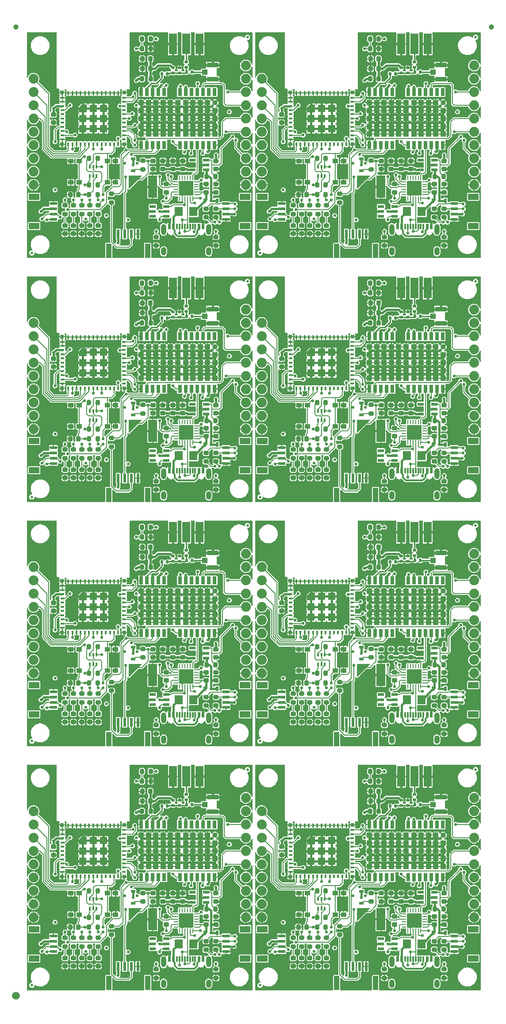
<source format=gtl>
%TF.GenerationSoftware,KiCad,Pcbnew,8.0.6*%
%TF.CreationDate,2024-11-18T21:06:18-07:00*%
%TF.ProjectId,SparkFun_RTK_Postcard_panelized,53706172-6b46-4756-9e5f-52544b5f506f,rev?*%
%TF.SameCoordinates,Original*%
%TF.FileFunction,Copper,L1,Top*%
%TF.FilePolarity,Positive*%
%FSLAX46Y46*%
G04 Gerber Fmt 4.6, Leading zero omitted, Abs format (unit mm)*
G04 Created by KiCad (PCBNEW 8.0.6) date 2024-11-18 21:06:18*
%MOMM*%
%LPD*%
G01*
G04 APERTURE LIST*
G04 Aperture macros list*
%AMRoundRect*
0 Rectangle with rounded corners*
0 $1 Rounding radius*
0 $2 $3 $4 $5 $6 $7 $8 $9 X,Y pos of 4 corners*
0 Add a 4 corners polygon primitive as box body*
4,1,4,$2,$3,$4,$5,$6,$7,$8,$9,$2,$3,0*
0 Add four circle primitives for the rounded corners*
1,1,$1+$1,$2,$3*
1,1,$1+$1,$4,$5*
1,1,$1+$1,$6,$7*
1,1,$1+$1,$8,$9*
0 Add four rect primitives between the rounded corners*
20,1,$1+$1,$2,$3,$4,$5,0*
20,1,$1+$1,$4,$5,$6,$7,0*
20,1,$1+$1,$6,$7,$8,$9,0*
20,1,$1+$1,$8,$9,$2,$3,0*%
%AMOutline5P*
0 Free polygon, 5 corners , with rotation*
0 The origin of the aperture is its center*
0 number of corners: always 5*
0 $1 to $10 corner X, Y*
0 $11 Rotation angle, in degrees counterclockwise*
0 create outline with 5 corners*
4,1,5,$1,$2,$3,$4,$5,$6,$7,$8,$9,$10,$1,$2,$11*%
%AMOutline6P*
0 Free polygon, 6 corners , with rotation*
0 The origin of the aperture is its center*
0 number of corners: always 6*
0 $1 to $12 corner X, Y*
0 $13 Rotation angle, in degrees counterclockwise*
0 create outline with 6 corners*
4,1,6,$1,$2,$3,$4,$5,$6,$7,$8,$9,$10,$11,$12,$1,$2,$13*%
%AMOutline7P*
0 Free polygon, 7 corners , with rotation*
0 The origin of the aperture is its center*
0 number of corners: always 7*
0 $1 to $14 corner X, Y*
0 $15 Rotation angle, in degrees counterclockwise*
0 create outline with 7 corners*
4,1,7,$1,$2,$3,$4,$5,$6,$7,$8,$9,$10,$11,$12,$13,$14,$1,$2,$15*%
%AMOutline8P*
0 Free polygon, 8 corners , with rotation*
0 The origin of the aperture is its center*
0 number of corners: always 8*
0 $1 to $16 corner X, Y*
0 $17 Rotation angle, in degrees counterclockwise*
0 create outline with 8 corners*
4,1,8,$1,$2,$3,$4,$5,$6,$7,$8,$9,$10,$11,$12,$13,$14,$15,$16,$1,$2,$17*%
%AMFreePoly0*
4,1,4,0.655000,-1.932855,-1.830355,0.552500,0.655000,0.552500,0.655000,-1.932855,0.655000,-1.932855,$1*%
G04 Aperture macros list end*
%TA.AperFunction,SMDPad,CuDef*%
%ADD10C,1.000000*%
%TD*%
%TA.AperFunction,SMDPad,CuDef*%
%ADD11C,1.500000*%
%TD*%
%TA.AperFunction,SMDPad,CuDef*%
%ADD12RoundRect,0.200000X0.275000X-0.200000X0.275000X0.200000X-0.275000X0.200000X-0.275000X-0.200000X0*%
%TD*%
%TA.AperFunction,SMDPad,CuDef*%
%ADD13R,0.630000X0.830000*%
%TD*%
%TA.AperFunction,SMDPad,CuDef*%
%ADD14RoundRect,0.225000X0.225000X0.250000X-0.225000X0.250000X-0.225000X-0.250000X0.225000X-0.250000X0*%
%TD*%
%TA.AperFunction,SMDPad,CuDef*%
%ADD15RoundRect,0.140000X-0.170000X0.140000X-0.170000X-0.140000X0.170000X-0.140000X0.170000X0.140000X0*%
%TD*%
%TA.AperFunction,SMDPad,CuDef*%
%ADD16RoundRect,0.200000X-0.275000X0.200000X-0.275000X-0.200000X0.275000X-0.200000X0.275000X0.200000X0*%
%TD*%
%TA.AperFunction,SMDPad,CuDef*%
%ADD17RoundRect,0.200000X-0.200000X-0.275000X0.200000X-0.275000X0.200000X0.275000X-0.200000X0.275000X0*%
%TD*%
%TA.AperFunction,SMDPad,CuDef*%
%ADD18R,0.800000X0.400000*%
%TD*%
%TA.AperFunction,SMDPad,CuDef*%
%ADD19R,0.400000X0.800000*%
%TD*%
%TA.AperFunction,SMDPad,CuDef*%
%ADD20Outline5P,-0.725000X0.145000X-0.145000X0.725000X0.725000X0.725000X0.725000X-0.725000X-0.725000X-0.725000X0.000000*%
%TD*%
%TA.AperFunction,SMDPad,CuDef*%
%ADD21R,1.450000X1.450000*%
%TD*%
%TA.AperFunction,SMDPad,CuDef*%
%ADD22R,0.700000X0.700000*%
%TD*%
%TA.AperFunction,SMDPad,CuDef*%
%ADD23FreePoly0,90.000000*%
%TD*%
%TA.AperFunction,SMDPad,CuDef*%
%ADD24R,1.700000X4.200000*%
%TD*%
%TA.AperFunction,SMDPad,CuDef*%
%ADD25RoundRect,0.225000X0.250000X-0.225000X0.250000X0.225000X-0.250000X0.225000X-0.250000X-0.225000X0*%
%TD*%
%TA.AperFunction,SMDPad,CuDef*%
%ADD26R,1.050000X1.000000*%
%TD*%
%TA.AperFunction,SMDPad,CuDef*%
%ADD27R,2.200000X0.850000*%
%TD*%
%TA.AperFunction,SMDPad,CuDef*%
%ADD28R,0.300000X0.660000*%
%TD*%
%TA.AperFunction,SMDPad,CuDef*%
%ADD29R,1.000000X0.900000*%
%TD*%
%TA.AperFunction,SMDPad,CuDef*%
%ADD30RoundRect,0.200000X0.200000X0.275000X-0.200000X0.275000X-0.200000X-0.275000X0.200000X-0.275000X0*%
%TD*%
%TA.AperFunction,SMDPad,CuDef*%
%ADD31R,1.200000X0.550000*%
%TD*%
%TA.AperFunction,SMDPad,CuDef*%
%ADD32R,1.350000X0.600000*%
%TD*%
%TA.AperFunction,SMDPad,CuDef*%
%ADD33R,2.000000X1.200000*%
%TD*%
%TA.AperFunction,SMDPad,CuDef*%
%ADD34RoundRect,0.140000X0.140000X0.170000X-0.140000X0.170000X-0.140000X-0.170000X0.140000X-0.170000X0*%
%TD*%
%TA.AperFunction,SMDPad,CuDef*%
%ADD35RoundRect,0.225000X-0.250000X0.225000X-0.250000X-0.225000X0.250000X-0.225000X0.250000X0.225000X0*%
%TD*%
%TA.AperFunction,SMDPad,CuDef*%
%ADD36RoundRect,0.062500X0.062500X-0.350000X0.062500X0.350000X-0.062500X0.350000X-0.062500X-0.350000X0*%
%TD*%
%TA.AperFunction,SMDPad,CuDef*%
%ADD37RoundRect,0.062500X0.350000X-0.062500X0.350000X0.062500X-0.350000X0.062500X-0.350000X-0.062500X0*%
%TD*%
%TA.AperFunction,HeatsinkPad*%
%ADD38R,2.700000X2.700000*%
%TD*%
%TA.AperFunction,SMDPad,CuDef*%
%ADD39RoundRect,0.135000X-0.185000X0.135000X-0.185000X-0.135000X0.185000X-0.135000X0.185000X0.135000X0*%
%TD*%
%TA.AperFunction,SMDPad,CuDef*%
%ADD40R,1.600000X1.800000*%
%TD*%
%TA.AperFunction,SMDPad,CuDef*%
%ADD41R,0.800000X1.500000*%
%TD*%
%TA.AperFunction,SMDPad,CuDef*%
%ADD42R,1.000000X1.000000*%
%TD*%
%TA.AperFunction,SMDPad,CuDef*%
%ADD43RoundRect,0.218750X0.256250X-0.218750X0.256250X0.218750X-0.256250X0.218750X-0.256250X-0.218750X0*%
%TD*%
%TA.AperFunction,SMDPad,CuDef*%
%ADD44R,0.600000X1.700000*%
%TD*%
%TA.AperFunction,SMDPad,CuDef*%
%ADD45R,1.000000X2.700000*%
%TD*%
%TA.AperFunction,SMDPad,CuDef*%
%ADD46R,0.830000X0.630000*%
%TD*%
%TA.AperFunction,SMDPad,CuDef*%
%ADD47R,0.300000X1.000000*%
%TD*%
%TA.AperFunction,SMDPad,CuDef*%
%ADD48R,0.600000X1.000000*%
%TD*%
%TA.AperFunction,ComponentPad*%
%ADD49O,1.000000X1.600000*%
%TD*%
%TA.AperFunction,ComponentPad*%
%ADD50O,1.000000X2.100000*%
%TD*%
%TA.AperFunction,SMDPad,CuDef*%
%ADD51R,1.500000X4.000000*%
%TD*%
%TA.AperFunction,SMDPad,CuDef*%
%ADD52RoundRect,0.135000X0.135000X0.185000X-0.135000X0.185000X-0.135000X-0.185000X0.135000X-0.185000X0*%
%TD*%
%TA.AperFunction,SMDPad,CuDef*%
%ADD53C,0.500000*%
%TD*%
%TA.AperFunction,ComponentPad*%
%ADD54C,1.879600*%
%TD*%
%TA.AperFunction,ViaPad*%
%ADD55C,0.560000*%
%TD*%
%TA.AperFunction,Conductor*%
%ADD56C,0.281940*%
%TD*%
%TA.AperFunction,Conductor*%
%ADD57C,0.177800*%
%TD*%
%TA.AperFunction,Conductor*%
%ADD58C,0.406400*%
%TD*%
%TA.AperFunction,Conductor*%
%ADD59C,0.152400*%
%TD*%
%TA.AperFunction,Conductor*%
%ADD60C,0.348996*%
%TD*%
G04 APERTURE END LIST*
D10*
%TO.P,,*%
%TO.N,*%
X88947500Y184412000D03*
%TD*%
%TO.P,,*%
%TO.N,*%
X-2087500Y184412000D03*
%TD*%
D11*
%TO.P,,*%
%TO.N,*%
X-2087500Y-1048000D03*
%TD*%
D12*
%TO.P,R18,1*%
%TO.N,Net-(JP6-A)*%
X77970000Y147931500D03*
%TO.P,R18,2*%
%TO.N,SCL_1*%
X77970000Y149581500D03*
%TD*%
%TO.P,R18,1*%
%TO.N,Net-(JP6-A)*%
X77970000Y101203500D03*
%TO.P,R18,2*%
%TO.N,SCL_1*%
X77970000Y102853500D03*
%TD*%
%TO.P,R18,1*%
%TO.N,Net-(JP6-A)*%
X77970000Y54475500D03*
%TO.P,R18,2*%
%TO.N,SCL_1*%
X77970000Y56125500D03*
%TD*%
%TO.P,R18,1*%
%TO.N,Net-(JP6-A)*%
X77970000Y7747500D03*
%TO.P,R18,2*%
%TO.N,SCL_1*%
X77970000Y9397500D03*
%TD*%
%TO.P,R18,1*%
%TO.N,Net-(JP6-A)*%
X34290000Y147931500D03*
%TO.P,R18,2*%
%TO.N,SCL_1*%
X34290000Y149581500D03*
%TD*%
%TO.P,R18,1*%
%TO.N,Net-(JP6-A)*%
X34290000Y101203500D03*
%TO.P,R18,2*%
%TO.N,SCL_1*%
X34290000Y102853500D03*
%TD*%
%TO.P,R18,1*%
%TO.N,Net-(JP6-A)*%
X34290000Y54475500D03*
%TO.P,R18,2*%
%TO.N,SCL_1*%
X34290000Y56125500D03*
%TD*%
D13*
%TO.P,D8,A,A*%
%TO.N,VBUS*%
X77772500Y151137750D03*
%TO.P,D8,C,C*%
%TO.N,5V*%
X80072500Y151137750D03*
%TD*%
%TO.P,D8,A,A*%
%TO.N,VBUS*%
X77772500Y104409750D03*
%TO.P,D8,C,C*%
%TO.N,5V*%
X80072500Y104409750D03*
%TD*%
%TO.P,D8,A,A*%
%TO.N,VBUS*%
X77772500Y57681750D03*
%TO.P,D8,C,C*%
%TO.N,5V*%
X80072500Y57681750D03*
%TD*%
%TO.P,D8,A,A*%
%TO.N,VBUS*%
X77772500Y10953750D03*
%TO.P,D8,C,C*%
%TO.N,5V*%
X80072500Y10953750D03*
%TD*%
%TO.P,D8,A,A*%
%TO.N,VBUS*%
X34092500Y151137750D03*
%TO.P,D8,C,C*%
%TO.N,5V*%
X36392500Y151137750D03*
%TD*%
%TO.P,D8,A,A*%
%TO.N,VBUS*%
X34092500Y104409750D03*
%TO.P,D8,C,C*%
%TO.N,5V*%
X36392500Y104409750D03*
%TD*%
%TO.P,D8,A,A*%
%TO.N,VBUS*%
X34092500Y57681750D03*
%TO.P,D8,C,C*%
%TO.N,5V*%
X36392500Y57681750D03*
%TD*%
D12*
%TO.P,R7,1*%
%TO.N,Net-(D5-PadC)*%
X65905000Y157139000D03*
%TO.P,R7,2*%
%TO.N,V_BCKP*%
X65905000Y158789000D03*
%TD*%
%TO.P,R7,1*%
%TO.N,Net-(D5-PadC)*%
X65905000Y110411000D03*
%TO.P,R7,2*%
%TO.N,V_BCKP*%
X65905000Y112061000D03*
%TD*%
%TO.P,R7,1*%
%TO.N,Net-(D5-PadC)*%
X65905000Y63683000D03*
%TO.P,R7,2*%
%TO.N,V_BCKP*%
X65905000Y65333000D03*
%TD*%
%TO.P,R7,1*%
%TO.N,Net-(D5-PadC)*%
X65905000Y16955000D03*
%TO.P,R7,2*%
%TO.N,V_BCKP*%
X65905000Y18605000D03*
%TD*%
%TO.P,R7,1*%
%TO.N,Net-(D5-PadC)*%
X22225000Y157139000D03*
%TO.P,R7,2*%
%TO.N,V_BCKP*%
X22225000Y158789000D03*
%TD*%
%TO.P,R7,1*%
%TO.N,Net-(D5-PadC)*%
X22225000Y110411000D03*
%TO.P,R7,2*%
%TO.N,V_BCKP*%
X22225000Y112061000D03*
%TD*%
%TO.P,R7,1*%
%TO.N,Net-(D5-PadC)*%
X22225000Y63683000D03*
%TO.P,R7,2*%
%TO.N,V_BCKP*%
X22225000Y65333000D03*
%TD*%
D14*
%TO.P,C11,1*%
%TO.N,ESP_~{RESET}*%
X53522500Y152249000D03*
%TO.P,C11,2*%
%TO.N,GND*%
X51972500Y152249000D03*
%TD*%
%TO.P,C11,1*%
%TO.N,ESP_~{RESET}*%
X53522500Y105521000D03*
%TO.P,C11,2*%
%TO.N,GND*%
X51972500Y105521000D03*
%TD*%
%TO.P,C11,1*%
%TO.N,ESP_~{RESET}*%
X53522500Y58793000D03*
%TO.P,C11,2*%
%TO.N,GND*%
X51972500Y58793000D03*
%TD*%
%TO.P,C11,1*%
%TO.N,ESP_~{RESET}*%
X53522500Y12065000D03*
%TO.P,C11,2*%
%TO.N,GND*%
X51972500Y12065000D03*
%TD*%
%TO.P,C11,1*%
%TO.N,ESP_~{RESET}*%
X9842500Y152249000D03*
%TO.P,C11,2*%
%TO.N,GND*%
X8292500Y152249000D03*
%TD*%
%TO.P,C11,1*%
%TO.N,ESP_~{RESET}*%
X9842500Y105521000D03*
%TO.P,C11,2*%
%TO.N,GND*%
X8292500Y105521000D03*
%TD*%
%TO.P,C11,1*%
%TO.N,ESP_~{RESET}*%
X9842500Y58793000D03*
%TO.P,C11,2*%
%TO.N,GND*%
X8292500Y58793000D03*
%TD*%
D15*
%TO.P,L1,1,1*%
%TO.N,Net-(C3-Pad1)*%
X71620000Y176541500D03*
%TO.P,L1,2,2*%
%TO.N,Net-(D3-A2)*%
X71620000Y175581500D03*
%TD*%
%TO.P,L1,1,1*%
%TO.N,Net-(C3-Pad1)*%
X71620000Y129813500D03*
%TO.P,L1,2,2*%
%TO.N,Net-(D3-A2)*%
X71620000Y128853500D03*
%TD*%
%TO.P,L1,1,1*%
%TO.N,Net-(C3-Pad1)*%
X71620000Y83085500D03*
%TO.P,L1,2,2*%
%TO.N,Net-(D3-A2)*%
X71620000Y82125500D03*
%TD*%
%TO.P,L1,1,1*%
%TO.N,Net-(C3-Pad1)*%
X71620000Y36357500D03*
%TO.P,L1,2,2*%
%TO.N,Net-(D3-A2)*%
X71620000Y35397500D03*
%TD*%
%TO.P,L1,1,1*%
%TO.N,Net-(C3-Pad1)*%
X27940000Y176541500D03*
%TO.P,L1,2,2*%
%TO.N,Net-(D3-A2)*%
X27940000Y175581500D03*
%TD*%
%TO.P,L1,1,1*%
%TO.N,Net-(C3-Pad1)*%
X27940000Y129813500D03*
%TO.P,L1,2,2*%
%TO.N,Net-(D3-A2)*%
X27940000Y128853500D03*
%TD*%
%TO.P,L1,1,1*%
%TO.N,Net-(C3-Pad1)*%
X27940000Y83085500D03*
%TO.P,L1,2,2*%
%TO.N,Net-(D3-A2)*%
X27940000Y82125500D03*
%TD*%
D16*
%TO.P,R16,1*%
%TO.N,Net-(JP1-A)*%
X50982500Y150216500D03*
%TO.P,R16,2*%
%TO.N,Net-(D9-A)*%
X50982500Y148566500D03*
%TD*%
%TO.P,R16,1*%
%TO.N,Net-(JP1-A)*%
X50982500Y103488500D03*
%TO.P,R16,2*%
%TO.N,Net-(D9-A)*%
X50982500Y101838500D03*
%TD*%
%TO.P,R16,1*%
%TO.N,Net-(JP1-A)*%
X50982500Y56760500D03*
%TO.P,R16,2*%
%TO.N,Net-(D9-A)*%
X50982500Y55110500D03*
%TD*%
%TO.P,R16,1*%
%TO.N,Net-(JP1-A)*%
X50982500Y10032500D03*
%TO.P,R16,2*%
%TO.N,Net-(D9-A)*%
X50982500Y8382500D03*
%TD*%
%TO.P,R16,1*%
%TO.N,Net-(JP1-A)*%
X7302500Y150216500D03*
%TO.P,R16,2*%
%TO.N,Net-(D9-A)*%
X7302500Y148566500D03*
%TD*%
%TO.P,R16,1*%
%TO.N,Net-(JP1-A)*%
X7302500Y103488500D03*
%TO.P,R16,2*%
%TO.N,Net-(D9-A)*%
X7302500Y101838500D03*
%TD*%
%TO.P,R16,1*%
%TO.N,Net-(JP1-A)*%
X7302500Y56760500D03*
%TO.P,R16,2*%
%TO.N,Net-(D9-A)*%
X7302500Y55110500D03*
%TD*%
D14*
%TO.P,C3,1*%
%TO.N,Net-(C3-Pad1)*%
X67315000Y178284000D03*
%TO.P,C3,2*%
%TO.N,GND*%
X65765000Y178284000D03*
%TD*%
%TO.P,C3,1*%
%TO.N,Net-(C3-Pad1)*%
X67315000Y131556000D03*
%TO.P,C3,2*%
%TO.N,GND*%
X65765000Y131556000D03*
%TD*%
%TO.P,C3,1*%
%TO.N,Net-(C3-Pad1)*%
X67315000Y84828000D03*
%TO.P,C3,2*%
%TO.N,GND*%
X65765000Y84828000D03*
%TD*%
%TO.P,C3,1*%
%TO.N,Net-(C3-Pad1)*%
X67315000Y38100000D03*
%TO.P,C3,2*%
%TO.N,GND*%
X65765000Y38100000D03*
%TD*%
%TO.P,C3,1*%
%TO.N,Net-(C3-Pad1)*%
X23635000Y178284000D03*
%TO.P,C3,2*%
%TO.N,GND*%
X22085000Y178284000D03*
%TD*%
%TO.P,C3,1*%
%TO.N,Net-(C3-Pad1)*%
X23635000Y131556000D03*
%TO.P,C3,2*%
%TO.N,GND*%
X22085000Y131556000D03*
%TD*%
%TO.P,C3,1*%
%TO.N,Net-(C3-Pad1)*%
X23635000Y84828000D03*
%TO.P,C3,2*%
%TO.N,GND*%
X22085000Y84828000D03*
%TD*%
D17*
%TO.P,R9,1*%
%TO.N,5V*%
X78097500Y155741500D03*
%TO.P,R9,2*%
%TO.N,3V3_EN*%
X79747500Y155741500D03*
%TD*%
%TO.P,R9,1*%
%TO.N,5V*%
X78097500Y109013500D03*
%TO.P,R9,2*%
%TO.N,3V3_EN*%
X79747500Y109013500D03*
%TD*%
%TO.P,R9,1*%
%TO.N,5V*%
X78097500Y62285500D03*
%TO.P,R9,2*%
%TO.N,3V3_EN*%
X79747500Y62285500D03*
%TD*%
%TO.P,R9,1*%
%TO.N,5V*%
X78097500Y15557500D03*
%TO.P,R9,2*%
%TO.N,3V3_EN*%
X79747500Y15557500D03*
%TD*%
%TO.P,R9,1*%
%TO.N,5V*%
X34417500Y155741500D03*
%TO.P,R9,2*%
%TO.N,3V3_EN*%
X36067500Y155741500D03*
%TD*%
%TO.P,R9,1*%
%TO.N,5V*%
X34417500Y109013500D03*
%TO.P,R9,2*%
%TO.N,3V3_EN*%
X36067500Y109013500D03*
%TD*%
%TO.P,R9,1*%
%TO.N,5V*%
X34417500Y62285500D03*
%TO.P,R9,2*%
%TO.N,3V3_EN*%
X36067500Y62285500D03*
%TD*%
D18*
%TO.P,U5,1,GND*%
%TO.N,GND*%
X50480000Y170854000D03*
%TO.P,U5,2,GND*%
X50480000Y170054000D03*
%TO.P,U5,3,VDD*%
%TO.N,3.3V*%
X50480000Y169254000D03*
%TO.P,U5,4,IA36*%
%TO.N,LG-PPS*%
X50480000Y168454000D03*
%TO.P,U5,5,IA37*%
%TO.N,unconnected-(U5-IA37-Pad5)*%
X50480000Y167654000D03*
%TO.P,U5,6,IA38*%
%TO.N,unconnected-(U5-IA38-Pad6)*%
X50480000Y166854000D03*
%TO.P,U5,7,IA39*%
%TO.N,unconnected-(U5-IA39-Pad7)*%
X50480000Y166054000D03*
%TO.P,U5,8,EN*%
%TO.N,ESP_~{RESET}*%
X50480000Y165254000D03*
%TO.P,U5,9,IA34*%
%TO.N,LG-RTK*%
X50480000Y164454000D03*
%TO.P,U5,10,IA35*%
%TO.N,ESP35{slash}DeviceSense*%
X50480000Y163654000D03*
%TO.P,U5,11,GND*%
%TO.N,GND*%
X50480000Y162854000D03*
D19*
%TO.P,U5,12,IOA32*%
%TO.N,SHLD_SCK*%
X51580000Y161954000D03*
%TO.P,U5,13,IOA33*%
%TO.N,LG-~{RESET}*%
X52380000Y161954000D03*
%TO.P,U5,14,GND*%
%TO.N,GND*%
X53180000Y161954000D03*
%TO.P,U5,15,IOA25*%
%TO.N,SHLD_POCI*%
X53980000Y161954000D03*
%TO.P,U5,16,IOA26*%
%TO.N,SHLD_PICO*%
X54780000Y161954000D03*
%TO.P,U5,17,IOA27*%
%TO.N,SHLD_~{CS}*%
X55580000Y161954000D03*
%TO.P,U5,18,IOA14*%
%TO.N,ESP14{slash}AIO*%
X56380000Y161954000D03*
%TO.P,U5,19,IOA12*%
%TO.N,unconnected-(U5-IOA12-Pad19)*%
X57180000Y161954000D03*
%TO.P,U5,20,IOA13*%
%TO.N,SDA_1*%
X57980000Y161954000D03*
%TO.P,U5,21,IOA15*%
%TO.N,unconnected-(U5-IOA15-Pad21)*%
X58780000Y161954000D03*
%TO.P,U5,22,IOA2*%
%TO.N,unconnected-(U5-IOA2-Pad22)*%
X59580000Y161954000D03*
%TO.P,U5,23,IOA0*%
%TO.N,ESP0{slash}~{BOOT}*%
X60380000Y161954000D03*
%TO.P,U5,24,IOA4*%
%TO.N,BT_STATUS*%
X61180000Y161954000D03*
D18*
%TO.P,U5,25,NC*%
%TO.N,unconnected-(U5-NC-Pad25)*%
X62280000Y162854000D03*
%TO.P,U5,26,IO20*%
%TO.N,SCL_0*%
X62280000Y163654000D03*
%TO.P,U5,27,IO7*%
%TO.N,SDA_0*%
X62280000Y164454000D03*
%TO.P,U5,28,IO8*%
%TO.N,LG-EVENT*%
X62280000Y165254000D03*
%TO.P,U5,29,IO5*%
%TO.N,unconnected-(U5-IO5-Pad29)*%
X62280000Y166054000D03*
%TO.P,U5,30,RXD0/IO3*%
%TO.N,ESP3{slash}RX*%
X62280000Y166854000D03*
%TO.P,U5,31,TXD0/IO1*%
%TO.N,ESP1{slash}TX*%
X62280000Y167654000D03*
%TO.P,U5,32,NC*%
%TO.N,unconnected-(U5-NC-Pad32)*%
X62280000Y168454000D03*
%TO.P,U5,33,IO19*%
%TO.N,SCL_1*%
X62280000Y169254000D03*
%TO.P,U5,34,IO22*%
%TO.N,LG-RXD2*%
X62280000Y170054000D03*
%TO.P,U5,35,IO21*%
%TO.N,LG-TXD2*%
X62280000Y170854000D03*
D19*
%TO.P,U5,36,GND*%
%TO.N,GND*%
X61180000Y171754000D03*
%TO.P,U5,37,GND*%
X60380000Y171754000D03*
%TO.P,U5,38,GND*%
X59580000Y171754000D03*
%TO.P,U5,39,GND*%
X58780000Y171754000D03*
%TO.P,U5,40,GND*%
X57980000Y171754000D03*
%TO.P,U5,41,GND*%
X57180000Y171754000D03*
%TO.P,U5,42,GND*%
X56380000Y171754000D03*
%TO.P,U5,43,GND*%
X55580000Y171754000D03*
%TO.P,U5,44,GND*%
X54780000Y171754000D03*
%TO.P,U5,45,GND*%
X53980000Y171754000D03*
%TO.P,U5,46,GND*%
X53180000Y171754000D03*
%TO.P,U5,47,GND*%
X52380000Y171754000D03*
%TO.P,U5,48,GND*%
X51580000Y171754000D03*
D20*
%TO.P,U5,49.1,GND*%
X54405000Y168829000D03*
D21*
%TO.P,U5,49.2,GND*%
X54405000Y166854000D03*
%TO.P,U5,49.3,GND*%
X54405000Y164879000D03*
%TO.P,U5,49.4,GND*%
X56380000Y164879000D03*
%TO.P,U5,49.5,GND*%
X58355000Y164879000D03*
%TO.P,U5,49.6,GND*%
X58355000Y166854000D03*
%TO.P,U5,49.7,GND*%
X58355000Y168829000D03*
%TO.P,U5,49.8,GND*%
X56380000Y168829000D03*
%TO.P,U5,49.9,GND*%
X56380000Y166854000D03*
D22*
%TO.P,U5,50,GND*%
X62330000Y171804000D03*
%TO.P,U5,51,GND*%
X62330000Y161904000D03*
%TO.P,U5,52,GND*%
X50430000Y161904000D03*
%TO.P,U5,53,GND*%
X50430000Y171804000D03*
%TD*%
D18*
%TO.P,U5,1,GND*%
%TO.N,GND*%
X50480000Y124126000D03*
%TO.P,U5,2,GND*%
X50480000Y123326000D03*
%TO.P,U5,3,VDD*%
%TO.N,3.3V*%
X50480000Y122526000D03*
%TO.P,U5,4,IA36*%
%TO.N,LG-PPS*%
X50480000Y121726000D03*
%TO.P,U5,5,IA37*%
%TO.N,unconnected-(U5-IA37-Pad5)*%
X50480000Y120926000D03*
%TO.P,U5,6,IA38*%
%TO.N,unconnected-(U5-IA38-Pad6)*%
X50480000Y120126000D03*
%TO.P,U5,7,IA39*%
%TO.N,unconnected-(U5-IA39-Pad7)*%
X50480000Y119326000D03*
%TO.P,U5,8,EN*%
%TO.N,ESP_~{RESET}*%
X50480000Y118526000D03*
%TO.P,U5,9,IA34*%
%TO.N,LG-RTK*%
X50480000Y117726000D03*
%TO.P,U5,10,IA35*%
%TO.N,ESP35{slash}DeviceSense*%
X50480000Y116926000D03*
%TO.P,U5,11,GND*%
%TO.N,GND*%
X50480000Y116126000D03*
D19*
%TO.P,U5,12,IOA32*%
%TO.N,SHLD_SCK*%
X51580000Y115226000D03*
%TO.P,U5,13,IOA33*%
%TO.N,LG-~{RESET}*%
X52380000Y115226000D03*
%TO.P,U5,14,GND*%
%TO.N,GND*%
X53180000Y115226000D03*
%TO.P,U5,15,IOA25*%
%TO.N,SHLD_POCI*%
X53980000Y115226000D03*
%TO.P,U5,16,IOA26*%
%TO.N,SHLD_PICO*%
X54780000Y115226000D03*
%TO.P,U5,17,IOA27*%
%TO.N,SHLD_~{CS}*%
X55580000Y115226000D03*
%TO.P,U5,18,IOA14*%
%TO.N,ESP14{slash}AIO*%
X56380000Y115226000D03*
%TO.P,U5,19,IOA12*%
%TO.N,unconnected-(U5-IOA12-Pad19)*%
X57180000Y115226000D03*
%TO.P,U5,20,IOA13*%
%TO.N,SDA_1*%
X57980000Y115226000D03*
%TO.P,U5,21,IOA15*%
%TO.N,unconnected-(U5-IOA15-Pad21)*%
X58780000Y115226000D03*
%TO.P,U5,22,IOA2*%
%TO.N,unconnected-(U5-IOA2-Pad22)*%
X59580000Y115226000D03*
%TO.P,U5,23,IOA0*%
%TO.N,ESP0{slash}~{BOOT}*%
X60380000Y115226000D03*
%TO.P,U5,24,IOA4*%
%TO.N,BT_STATUS*%
X61180000Y115226000D03*
D18*
%TO.P,U5,25,NC*%
%TO.N,unconnected-(U5-NC-Pad25)*%
X62280000Y116126000D03*
%TO.P,U5,26,IO20*%
%TO.N,SCL_0*%
X62280000Y116926000D03*
%TO.P,U5,27,IO7*%
%TO.N,SDA_0*%
X62280000Y117726000D03*
%TO.P,U5,28,IO8*%
%TO.N,LG-EVENT*%
X62280000Y118526000D03*
%TO.P,U5,29,IO5*%
%TO.N,unconnected-(U5-IO5-Pad29)*%
X62280000Y119326000D03*
%TO.P,U5,30,RXD0/IO3*%
%TO.N,ESP3{slash}RX*%
X62280000Y120126000D03*
%TO.P,U5,31,TXD0/IO1*%
%TO.N,ESP1{slash}TX*%
X62280000Y120926000D03*
%TO.P,U5,32,NC*%
%TO.N,unconnected-(U5-NC-Pad32)*%
X62280000Y121726000D03*
%TO.P,U5,33,IO19*%
%TO.N,SCL_1*%
X62280000Y122526000D03*
%TO.P,U5,34,IO22*%
%TO.N,LG-RXD2*%
X62280000Y123326000D03*
%TO.P,U5,35,IO21*%
%TO.N,LG-TXD2*%
X62280000Y124126000D03*
D19*
%TO.P,U5,36,GND*%
%TO.N,GND*%
X61180000Y125026000D03*
%TO.P,U5,37,GND*%
X60380000Y125026000D03*
%TO.P,U5,38,GND*%
X59580000Y125026000D03*
%TO.P,U5,39,GND*%
X58780000Y125026000D03*
%TO.P,U5,40,GND*%
X57980000Y125026000D03*
%TO.P,U5,41,GND*%
X57180000Y125026000D03*
%TO.P,U5,42,GND*%
X56380000Y125026000D03*
%TO.P,U5,43,GND*%
X55580000Y125026000D03*
%TO.P,U5,44,GND*%
X54780000Y125026000D03*
%TO.P,U5,45,GND*%
X53980000Y125026000D03*
%TO.P,U5,46,GND*%
X53180000Y125026000D03*
%TO.P,U5,47,GND*%
X52380000Y125026000D03*
%TO.P,U5,48,GND*%
X51580000Y125026000D03*
D20*
%TO.P,U5,49.1,GND*%
X54405000Y122101000D03*
D21*
%TO.P,U5,49.2,GND*%
X54405000Y120126000D03*
%TO.P,U5,49.3,GND*%
X54405000Y118151000D03*
%TO.P,U5,49.4,GND*%
X56380000Y118151000D03*
%TO.P,U5,49.5,GND*%
X58355000Y118151000D03*
%TO.P,U5,49.6,GND*%
X58355000Y120126000D03*
%TO.P,U5,49.7,GND*%
X58355000Y122101000D03*
%TO.P,U5,49.8,GND*%
X56380000Y122101000D03*
%TO.P,U5,49.9,GND*%
X56380000Y120126000D03*
D22*
%TO.P,U5,50,GND*%
X62330000Y125076000D03*
%TO.P,U5,51,GND*%
X62330000Y115176000D03*
%TO.P,U5,52,GND*%
X50430000Y115176000D03*
%TO.P,U5,53,GND*%
X50430000Y125076000D03*
%TD*%
D18*
%TO.P,U5,1,GND*%
%TO.N,GND*%
X50480000Y77398000D03*
%TO.P,U5,2,GND*%
X50480000Y76598000D03*
%TO.P,U5,3,VDD*%
%TO.N,3.3V*%
X50480000Y75798000D03*
%TO.P,U5,4,IA36*%
%TO.N,LG-PPS*%
X50480000Y74998000D03*
%TO.P,U5,5,IA37*%
%TO.N,unconnected-(U5-IA37-Pad5)*%
X50480000Y74198000D03*
%TO.P,U5,6,IA38*%
%TO.N,unconnected-(U5-IA38-Pad6)*%
X50480000Y73398000D03*
%TO.P,U5,7,IA39*%
%TO.N,unconnected-(U5-IA39-Pad7)*%
X50480000Y72598000D03*
%TO.P,U5,8,EN*%
%TO.N,ESP_~{RESET}*%
X50480000Y71798000D03*
%TO.P,U5,9,IA34*%
%TO.N,LG-RTK*%
X50480000Y70998000D03*
%TO.P,U5,10,IA35*%
%TO.N,ESP35{slash}DeviceSense*%
X50480000Y70198000D03*
%TO.P,U5,11,GND*%
%TO.N,GND*%
X50480000Y69398000D03*
D19*
%TO.P,U5,12,IOA32*%
%TO.N,SHLD_SCK*%
X51580000Y68498000D03*
%TO.P,U5,13,IOA33*%
%TO.N,LG-~{RESET}*%
X52380000Y68498000D03*
%TO.P,U5,14,GND*%
%TO.N,GND*%
X53180000Y68498000D03*
%TO.P,U5,15,IOA25*%
%TO.N,SHLD_POCI*%
X53980000Y68498000D03*
%TO.P,U5,16,IOA26*%
%TO.N,SHLD_PICO*%
X54780000Y68498000D03*
%TO.P,U5,17,IOA27*%
%TO.N,SHLD_~{CS}*%
X55580000Y68498000D03*
%TO.P,U5,18,IOA14*%
%TO.N,ESP14{slash}AIO*%
X56380000Y68498000D03*
%TO.P,U5,19,IOA12*%
%TO.N,unconnected-(U5-IOA12-Pad19)*%
X57180000Y68498000D03*
%TO.P,U5,20,IOA13*%
%TO.N,SDA_1*%
X57980000Y68498000D03*
%TO.P,U5,21,IOA15*%
%TO.N,unconnected-(U5-IOA15-Pad21)*%
X58780000Y68498000D03*
%TO.P,U5,22,IOA2*%
%TO.N,unconnected-(U5-IOA2-Pad22)*%
X59580000Y68498000D03*
%TO.P,U5,23,IOA0*%
%TO.N,ESP0{slash}~{BOOT}*%
X60380000Y68498000D03*
%TO.P,U5,24,IOA4*%
%TO.N,BT_STATUS*%
X61180000Y68498000D03*
D18*
%TO.P,U5,25,NC*%
%TO.N,unconnected-(U5-NC-Pad25)*%
X62280000Y69398000D03*
%TO.P,U5,26,IO20*%
%TO.N,SCL_0*%
X62280000Y70198000D03*
%TO.P,U5,27,IO7*%
%TO.N,SDA_0*%
X62280000Y70998000D03*
%TO.P,U5,28,IO8*%
%TO.N,LG-EVENT*%
X62280000Y71798000D03*
%TO.P,U5,29,IO5*%
%TO.N,unconnected-(U5-IO5-Pad29)*%
X62280000Y72598000D03*
%TO.P,U5,30,RXD0/IO3*%
%TO.N,ESP3{slash}RX*%
X62280000Y73398000D03*
%TO.P,U5,31,TXD0/IO1*%
%TO.N,ESP1{slash}TX*%
X62280000Y74198000D03*
%TO.P,U5,32,NC*%
%TO.N,unconnected-(U5-NC-Pad32)*%
X62280000Y74998000D03*
%TO.P,U5,33,IO19*%
%TO.N,SCL_1*%
X62280000Y75798000D03*
%TO.P,U5,34,IO22*%
%TO.N,LG-RXD2*%
X62280000Y76598000D03*
%TO.P,U5,35,IO21*%
%TO.N,LG-TXD2*%
X62280000Y77398000D03*
D19*
%TO.P,U5,36,GND*%
%TO.N,GND*%
X61180000Y78298000D03*
%TO.P,U5,37,GND*%
X60380000Y78298000D03*
%TO.P,U5,38,GND*%
X59580000Y78298000D03*
%TO.P,U5,39,GND*%
X58780000Y78298000D03*
%TO.P,U5,40,GND*%
X57980000Y78298000D03*
%TO.P,U5,41,GND*%
X57180000Y78298000D03*
%TO.P,U5,42,GND*%
X56380000Y78298000D03*
%TO.P,U5,43,GND*%
X55580000Y78298000D03*
%TO.P,U5,44,GND*%
X54780000Y78298000D03*
%TO.P,U5,45,GND*%
X53980000Y78298000D03*
%TO.P,U5,46,GND*%
X53180000Y78298000D03*
%TO.P,U5,47,GND*%
X52380000Y78298000D03*
%TO.P,U5,48,GND*%
X51580000Y78298000D03*
D20*
%TO.P,U5,49.1,GND*%
X54405000Y75373000D03*
D21*
%TO.P,U5,49.2,GND*%
X54405000Y73398000D03*
%TO.P,U5,49.3,GND*%
X54405000Y71423000D03*
%TO.P,U5,49.4,GND*%
X56380000Y71423000D03*
%TO.P,U5,49.5,GND*%
X58355000Y71423000D03*
%TO.P,U5,49.6,GND*%
X58355000Y73398000D03*
%TO.P,U5,49.7,GND*%
X58355000Y75373000D03*
%TO.P,U5,49.8,GND*%
X56380000Y75373000D03*
%TO.P,U5,49.9,GND*%
X56380000Y73398000D03*
D22*
%TO.P,U5,50,GND*%
X62330000Y78348000D03*
%TO.P,U5,51,GND*%
X62330000Y68448000D03*
%TO.P,U5,52,GND*%
X50430000Y68448000D03*
%TO.P,U5,53,GND*%
X50430000Y78348000D03*
%TD*%
D18*
%TO.P,U5,1,GND*%
%TO.N,GND*%
X50480000Y30670000D03*
%TO.P,U5,2,GND*%
X50480000Y29870000D03*
%TO.P,U5,3,VDD*%
%TO.N,3.3V*%
X50480000Y29070000D03*
%TO.P,U5,4,IA36*%
%TO.N,LG-PPS*%
X50480000Y28270000D03*
%TO.P,U5,5,IA37*%
%TO.N,unconnected-(U5-IA37-Pad5)*%
X50480000Y27470000D03*
%TO.P,U5,6,IA38*%
%TO.N,unconnected-(U5-IA38-Pad6)*%
X50480000Y26670000D03*
%TO.P,U5,7,IA39*%
%TO.N,unconnected-(U5-IA39-Pad7)*%
X50480000Y25870000D03*
%TO.P,U5,8,EN*%
%TO.N,ESP_~{RESET}*%
X50480000Y25070000D03*
%TO.P,U5,9,IA34*%
%TO.N,LG-RTK*%
X50480000Y24270000D03*
%TO.P,U5,10,IA35*%
%TO.N,ESP35{slash}DeviceSense*%
X50480000Y23470000D03*
%TO.P,U5,11,GND*%
%TO.N,GND*%
X50480000Y22670000D03*
D19*
%TO.P,U5,12,IOA32*%
%TO.N,SHLD_SCK*%
X51580000Y21770000D03*
%TO.P,U5,13,IOA33*%
%TO.N,LG-~{RESET}*%
X52380000Y21770000D03*
%TO.P,U5,14,GND*%
%TO.N,GND*%
X53180000Y21770000D03*
%TO.P,U5,15,IOA25*%
%TO.N,SHLD_POCI*%
X53980000Y21770000D03*
%TO.P,U5,16,IOA26*%
%TO.N,SHLD_PICO*%
X54780000Y21770000D03*
%TO.P,U5,17,IOA27*%
%TO.N,SHLD_~{CS}*%
X55580000Y21770000D03*
%TO.P,U5,18,IOA14*%
%TO.N,ESP14{slash}AIO*%
X56380000Y21770000D03*
%TO.P,U5,19,IOA12*%
%TO.N,unconnected-(U5-IOA12-Pad19)*%
X57180000Y21770000D03*
%TO.P,U5,20,IOA13*%
%TO.N,SDA_1*%
X57980000Y21770000D03*
%TO.P,U5,21,IOA15*%
%TO.N,unconnected-(U5-IOA15-Pad21)*%
X58780000Y21770000D03*
%TO.P,U5,22,IOA2*%
%TO.N,unconnected-(U5-IOA2-Pad22)*%
X59580000Y21770000D03*
%TO.P,U5,23,IOA0*%
%TO.N,ESP0{slash}~{BOOT}*%
X60380000Y21770000D03*
%TO.P,U5,24,IOA4*%
%TO.N,BT_STATUS*%
X61180000Y21770000D03*
D18*
%TO.P,U5,25,NC*%
%TO.N,unconnected-(U5-NC-Pad25)*%
X62280000Y22670000D03*
%TO.P,U5,26,IO20*%
%TO.N,SCL_0*%
X62280000Y23470000D03*
%TO.P,U5,27,IO7*%
%TO.N,SDA_0*%
X62280000Y24270000D03*
%TO.P,U5,28,IO8*%
%TO.N,LG-EVENT*%
X62280000Y25070000D03*
%TO.P,U5,29,IO5*%
%TO.N,unconnected-(U5-IO5-Pad29)*%
X62280000Y25870000D03*
%TO.P,U5,30,RXD0/IO3*%
%TO.N,ESP3{slash}RX*%
X62280000Y26670000D03*
%TO.P,U5,31,TXD0/IO1*%
%TO.N,ESP1{slash}TX*%
X62280000Y27470000D03*
%TO.P,U5,32,NC*%
%TO.N,unconnected-(U5-NC-Pad32)*%
X62280000Y28270000D03*
%TO.P,U5,33,IO19*%
%TO.N,SCL_1*%
X62280000Y29070000D03*
%TO.P,U5,34,IO22*%
%TO.N,LG-RXD2*%
X62280000Y29870000D03*
%TO.P,U5,35,IO21*%
%TO.N,LG-TXD2*%
X62280000Y30670000D03*
D19*
%TO.P,U5,36,GND*%
%TO.N,GND*%
X61180000Y31570000D03*
%TO.P,U5,37,GND*%
X60380000Y31570000D03*
%TO.P,U5,38,GND*%
X59580000Y31570000D03*
%TO.P,U5,39,GND*%
X58780000Y31570000D03*
%TO.P,U5,40,GND*%
X57980000Y31570000D03*
%TO.P,U5,41,GND*%
X57180000Y31570000D03*
%TO.P,U5,42,GND*%
X56380000Y31570000D03*
%TO.P,U5,43,GND*%
X55580000Y31570000D03*
%TO.P,U5,44,GND*%
X54780000Y31570000D03*
%TO.P,U5,45,GND*%
X53980000Y31570000D03*
%TO.P,U5,46,GND*%
X53180000Y31570000D03*
%TO.P,U5,47,GND*%
X52380000Y31570000D03*
%TO.P,U5,48,GND*%
X51580000Y31570000D03*
D20*
%TO.P,U5,49.1,GND*%
X54405000Y28645000D03*
D21*
%TO.P,U5,49.2,GND*%
X54405000Y26670000D03*
%TO.P,U5,49.3,GND*%
X54405000Y24695000D03*
%TO.P,U5,49.4,GND*%
X56380000Y24695000D03*
%TO.P,U5,49.5,GND*%
X58355000Y24695000D03*
%TO.P,U5,49.6,GND*%
X58355000Y26670000D03*
%TO.P,U5,49.7,GND*%
X58355000Y28645000D03*
%TO.P,U5,49.8,GND*%
X56380000Y28645000D03*
%TO.P,U5,49.9,GND*%
X56380000Y26670000D03*
D22*
%TO.P,U5,50,GND*%
X62330000Y31620000D03*
%TO.P,U5,51,GND*%
X62330000Y21720000D03*
%TO.P,U5,52,GND*%
X50430000Y21720000D03*
%TO.P,U5,53,GND*%
X50430000Y31620000D03*
%TD*%
D18*
%TO.P,U5,1,GND*%
%TO.N,GND*%
X6800000Y170854000D03*
%TO.P,U5,2,GND*%
X6800000Y170054000D03*
%TO.P,U5,3,VDD*%
%TO.N,3.3V*%
X6800000Y169254000D03*
%TO.P,U5,4,IA36*%
%TO.N,LG-PPS*%
X6800000Y168454000D03*
%TO.P,U5,5,IA37*%
%TO.N,unconnected-(U5-IA37-Pad5)*%
X6800000Y167654000D03*
%TO.P,U5,6,IA38*%
%TO.N,unconnected-(U5-IA38-Pad6)*%
X6800000Y166854000D03*
%TO.P,U5,7,IA39*%
%TO.N,unconnected-(U5-IA39-Pad7)*%
X6800000Y166054000D03*
%TO.P,U5,8,EN*%
%TO.N,ESP_~{RESET}*%
X6800000Y165254000D03*
%TO.P,U5,9,IA34*%
%TO.N,LG-RTK*%
X6800000Y164454000D03*
%TO.P,U5,10,IA35*%
%TO.N,ESP35{slash}DeviceSense*%
X6800000Y163654000D03*
%TO.P,U5,11,GND*%
%TO.N,GND*%
X6800000Y162854000D03*
D19*
%TO.P,U5,12,IOA32*%
%TO.N,SHLD_SCK*%
X7900000Y161954000D03*
%TO.P,U5,13,IOA33*%
%TO.N,LG-~{RESET}*%
X8700000Y161954000D03*
%TO.P,U5,14,GND*%
%TO.N,GND*%
X9500000Y161954000D03*
%TO.P,U5,15,IOA25*%
%TO.N,SHLD_POCI*%
X10300000Y161954000D03*
%TO.P,U5,16,IOA26*%
%TO.N,SHLD_PICO*%
X11100000Y161954000D03*
%TO.P,U5,17,IOA27*%
%TO.N,SHLD_~{CS}*%
X11900000Y161954000D03*
%TO.P,U5,18,IOA14*%
%TO.N,ESP14{slash}AIO*%
X12700000Y161954000D03*
%TO.P,U5,19,IOA12*%
%TO.N,unconnected-(U5-IOA12-Pad19)*%
X13500000Y161954000D03*
%TO.P,U5,20,IOA13*%
%TO.N,SDA_1*%
X14300000Y161954000D03*
%TO.P,U5,21,IOA15*%
%TO.N,unconnected-(U5-IOA15-Pad21)*%
X15100000Y161954000D03*
%TO.P,U5,22,IOA2*%
%TO.N,unconnected-(U5-IOA2-Pad22)*%
X15900000Y161954000D03*
%TO.P,U5,23,IOA0*%
%TO.N,ESP0{slash}~{BOOT}*%
X16700000Y161954000D03*
%TO.P,U5,24,IOA4*%
%TO.N,BT_STATUS*%
X17500000Y161954000D03*
D18*
%TO.P,U5,25,NC*%
%TO.N,unconnected-(U5-NC-Pad25)*%
X18600000Y162854000D03*
%TO.P,U5,26,IO20*%
%TO.N,SCL_0*%
X18600000Y163654000D03*
%TO.P,U5,27,IO7*%
%TO.N,SDA_0*%
X18600000Y164454000D03*
%TO.P,U5,28,IO8*%
%TO.N,LG-EVENT*%
X18600000Y165254000D03*
%TO.P,U5,29,IO5*%
%TO.N,unconnected-(U5-IO5-Pad29)*%
X18600000Y166054000D03*
%TO.P,U5,30,RXD0/IO3*%
%TO.N,ESP3{slash}RX*%
X18600000Y166854000D03*
%TO.P,U5,31,TXD0/IO1*%
%TO.N,ESP1{slash}TX*%
X18600000Y167654000D03*
%TO.P,U5,32,NC*%
%TO.N,unconnected-(U5-NC-Pad32)*%
X18600000Y168454000D03*
%TO.P,U5,33,IO19*%
%TO.N,SCL_1*%
X18600000Y169254000D03*
%TO.P,U5,34,IO22*%
%TO.N,LG-RXD2*%
X18600000Y170054000D03*
%TO.P,U5,35,IO21*%
%TO.N,LG-TXD2*%
X18600000Y170854000D03*
D19*
%TO.P,U5,36,GND*%
%TO.N,GND*%
X17500000Y171754000D03*
%TO.P,U5,37,GND*%
X16700000Y171754000D03*
%TO.P,U5,38,GND*%
X15900000Y171754000D03*
%TO.P,U5,39,GND*%
X15100000Y171754000D03*
%TO.P,U5,40,GND*%
X14300000Y171754000D03*
%TO.P,U5,41,GND*%
X13500000Y171754000D03*
%TO.P,U5,42,GND*%
X12700000Y171754000D03*
%TO.P,U5,43,GND*%
X11900000Y171754000D03*
%TO.P,U5,44,GND*%
X11100000Y171754000D03*
%TO.P,U5,45,GND*%
X10300000Y171754000D03*
%TO.P,U5,46,GND*%
X9500000Y171754000D03*
%TO.P,U5,47,GND*%
X8700000Y171754000D03*
%TO.P,U5,48,GND*%
X7900000Y171754000D03*
D20*
%TO.P,U5,49.1,GND*%
X10725000Y168829000D03*
D21*
%TO.P,U5,49.2,GND*%
X10725000Y166854000D03*
%TO.P,U5,49.3,GND*%
X10725000Y164879000D03*
%TO.P,U5,49.4,GND*%
X12700000Y164879000D03*
%TO.P,U5,49.5,GND*%
X14675000Y164879000D03*
%TO.P,U5,49.6,GND*%
X14675000Y166854000D03*
%TO.P,U5,49.7,GND*%
X14675000Y168829000D03*
%TO.P,U5,49.8,GND*%
X12700000Y168829000D03*
%TO.P,U5,49.9,GND*%
X12700000Y166854000D03*
D22*
%TO.P,U5,50,GND*%
X18650000Y171804000D03*
%TO.P,U5,51,GND*%
X18650000Y161904000D03*
%TO.P,U5,52,GND*%
X6750000Y161904000D03*
%TO.P,U5,53,GND*%
X6750000Y171804000D03*
%TD*%
D18*
%TO.P,U5,1,GND*%
%TO.N,GND*%
X6800000Y124126000D03*
%TO.P,U5,2,GND*%
X6800000Y123326000D03*
%TO.P,U5,3,VDD*%
%TO.N,3.3V*%
X6800000Y122526000D03*
%TO.P,U5,4,IA36*%
%TO.N,LG-PPS*%
X6800000Y121726000D03*
%TO.P,U5,5,IA37*%
%TO.N,unconnected-(U5-IA37-Pad5)*%
X6800000Y120926000D03*
%TO.P,U5,6,IA38*%
%TO.N,unconnected-(U5-IA38-Pad6)*%
X6800000Y120126000D03*
%TO.P,U5,7,IA39*%
%TO.N,unconnected-(U5-IA39-Pad7)*%
X6800000Y119326000D03*
%TO.P,U5,8,EN*%
%TO.N,ESP_~{RESET}*%
X6800000Y118526000D03*
%TO.P,U5,9,IA34*%
%TO.N,LG-RTK*%
X6800000Y117726000D03*
%TO.P,U5,10,IA35*%
%TO.N,ESP35{slash}DeviceSense*%
X6800000Y116926000D03*
%TO.P,U5,11,GND*%
%TO.N,GND*%
X6800000Y116126000D03*
D19*
%TO.P,U5,12,IOA32*%
%TO.N,SHLD_SCK*%
X7900000Y115226000D03*
%TO.P,U5,13,IOA33*%
%TO.N,LG-~{RESET}*%
X8700000Y115226000D03*
%TO.P,U5,14,GND*%
%TO.N,GND*%
X9500000Y115226000D03*
%TO.P,U5,15,IOA25*%
%TO.N,SHLD_POCI*%
X10300000Y115226000D03*
%TO.P,U5,16,IOA26*%
%TO.N,SHLD_PICO*%
X11100000Y115226000D03*
%TO.P,U5,17,IOA27*%
%TO.N,SHLD_~{CS}*%
X11900000Y115226000D03*
%TO.P,U5,18,IOA14*%
%TO.N,ESP14{slash}AIO*%
X12700000Y115226000D03*
%TO.P,U5,19,IOA12*%
%TO.N,unconnected-(U5-IOA12-Pad19)*%
X13500000Y115226000D03*
%TO.P,U5,20,IOA13*%
%TO.N,SDA_1*%
X14300000Y115226000D03*
%TO.P,U5,21,IOA15*%
%TO.N,unconnected-(U5-IOA15-Pad21)*%
X15100000Y115226000D03*
%TO.P,U5,22,IOA2*%
%TO.N,unconnected-(U5-IOA2-Pad22)*%
X15900000Y115226000D03*
%TO.P,U5,23,IOA0*%
%TO.N,ESP0{slash}~{BOOT}*%
X16700000Y115226000D03*
%TO.P,U5,24,IOA4*%
%TO.N,BT_STATUS*%
X17500000Y115226000D03*
D18*
%TO.P,U5,25,NC*%
%TO.N,unconnected-(U5-NC-Pad25)*%
X18600000Y116126000D03*
%TO.P,U5,26,IO20*%
%TO.N,SCL_0*%
X18600000Y116926000D03*
%TO.P,U5,27,IO7*%
%TO.N,SDA_0*%
X18600000Y117726000D03*
%TO.P,U5,28,IO8*%
%TO.N,LG-EVENT*%
X18600000Y118526000D03*
%TO.P,U5,29,IO5*%
%TO.N,unconnected-(U5-IO5-Pad29)*%
X18600000Y119326000D03*
%TO.P,U5,30,RXD0/IO3*%
%TO.N,ESP3{slash}RX*%
X18600000Y120126000D03*
%TO.P,U5,31,TXD0/IO1*%
%TO.N,ESP1{slash}TX*%
X18600000Y120926000D03*
%TO.P,U5,32,NC*%
%TO.N,unconnected-(U5-NC-Pad32)*%
X18600000Y121726000D03*
%TO.P,U5,33,IO19*%
%TO.N,SCL_1*%
X18600000Y122526000D03*
%TO.P,U5,34,IO22*%
%TO.N,LG-RXD2*%
X18600000Y123326000D03*
%TO.P,U5,35,IO21*%
%TO.N,LG-TXD2*%
X18600000Y124126000D03*
D19*
%TO.P,U5,36,GND*%
%TO.N,GND*%
X17500000Y125026000D03*
%TO.P,U5,37,GND*%
X16700000Y125026000D03*
%TO.P,U5,38,GND*%
X15900000Y125026000D03*
%TO.P,U5,39,GND*%
X15100000Y125026000D03*
%TO.P,U5,40,GND*%
X14300000Y125026000D03*
%TO.P,U5,41,GND*%
X13500000Y125026000D03*
%TO.P,U5,42,GND*%
X12700000Y125026000D03*
%TO.P,U5,43,GND*%
X11900000Y125026000D03*
%TO.P,U5,44,GND*%
X11100000Y125026000D03*
%TO.P,U5,45,GND*%
X10300000Y125026000D03*
%TO.P,U5,46,GND*%
X9500000Y125026000D03*
%TO.P,U5,47,GND*%
X8700000Y125026000D03*
%TO.P,U5,48,GND*%
X7900000Y125026000D03*
D20*
%TO.P,U5,49.1,GND*%
X10725000Y122101000D03*
D21*
%TO.P,U5,49.2,GND*%
X10725000Y120126000D03*
%TO.P,U5,49.3,GND*%
X10725000Y118151000D03*
%TO.P,U5,49.4,GND*%
X12700000Y118151000D03*
%TO.P,U5,49.5,GND*%
X14675000Y118151000D03*
%TO.P,U5,49.6,GND*%
X14675000Y120126000D03*
%TO.P,U5,49.7,GND*%
X14675000Y122101000D03*
%TO.P,U5,49.8,GND*%
X12700000Y122101000D03*
%TO.P,U5,49.9,GND*%
X12700000Y120126000D03*
D22*
%TO.P,U5,50,GND*%
X18650000Y125076000D03*
%TO.P,U5,51,GND*%
X18650000Y115176000D03*
%TO.P,U5,52,GND*%
X6750000Y115176000D03*
%TO.P,U5,53,GND*%
X6750000Y125076000D03*
%TD*%
D18*
%TO.P,U5,1,GND*%
%TO.N,GND*%
X6800000Y77398000D03*
%TO.P,U5,2,GND*%
X6800000Y76598000D03*
%TO.P,U5,3,VDD*%
%TO.N,3.3V*%
X6800000Y75798000D03*
%TO.P,U5,4,IA36*%
%TO.N,LG-PPS*%
X6800000Y74998000D03*
%TO.P,U5,5,IA37*%
%TO.N,unconnected-(U5-IA37-Pad5)*%
X6800000Y74198000D03*
%TO.P,U5,6,IA38*%
%TO.N,unconnected-(U5-IA38-Pad6)*%
X6800000Y73398000D03*
%TO.P,U5,7,IA39*%
%TO.N,unconnected-(U5-IA39-Pad7)*%
X6800000Y72598000D03*
%TO.P,U5,8,EN*%
%TO.N,ESP_~{RESET}*%
X6800000Y71798000D03*
%TO.P,U5,9,IA34*%
%TO.N,LG-RTK*%
X6800000Y70998000D03*
%TO.P,U5,10,IA35*%
%TO.N,ESP35{slash}DeviceSense*%
X6800000Y70198000D03*
%TO.P,U5,11,GND*%
%TO.N,GND*%
X6800000Y69398000D03*
D19*
%TO.P,U5,12,IOA32*%
%TO.N,SHLD_SCK*%
X7900000Y68498000D03*
%TO.P,U5,13,IOA33*%
%TO.N,LG-~{RESET}*%
X8700000Y68498000D03*
%TO.P,U5,14,GND*%
%TO.N,GND*%
X9500000Y68498000D03*
%TO.P,U5,15,IOA25*%
%TO.N,SHLD_POCI*%
X10300000Y68498000D03*
%TO.P,U5,16,IOA26*%
%TO.N,SHLD_PICO*%
X11100000Y68498000D03*
%TO.P,U5,17,IOA27*%
%TO.N,SHLD_~{CS}*%
X11900000Y68498000D03*
%TO.P,U5,18,IOA14*%
%TO.N,ESP14{slash}AIO*%
X12700000Y68498000D03*
%TO.P,U5,19,IOA12*%
%TO.N,unconnected-(U5-IOA12-Pad19)*%
X13500000Y68498000D03*
%TO.P,U5,20,IOA13*%
%TO.N,SDA_1*%
X14300000Y68498000D03*
%TO.P,U5,21,IOA15*%
%TO.N,unconnected-(U5-IOA15-Pad21)*%
X15100000Y68498000D03*
%TO.P,U5,22,IOA2*%
%TO.N,unconnected-(U5-IOA2-Pad22)*%
X15900000Y68498000D03*
%TO.P,U5,23,IOA0*%
%TO.N,ESP0{slash}~{BOOT}*%
X16700000Y68498000D03*
%TO.P,U5,24,IOA4*%
%TO.N,BT_STATUS*%
X17500000Y68498000D03*
D18*
%TO.P,U5,25,NC*%
%TO.N,unconnected-(U5-NC-Pad25)*%
X18600000Y69398000D03*
%TO.P,U5,26,IO20*%
%TO.N,SCL_0*%
X18600000Y70198000D03*
%TO.P,U5,27,IO7*%
%TO.N,SDA_0*%
X18600000Y70998000D03*
%TO.P,U5,28,IO8*%
%TO.N,LG-EVENT*%
X18600000Y71798000D03*
%TO.P,U5,29,IO5*%
%TO.N,unconnected-(U5-IO5-Pad29)*%
X18600000Y72598000D03*
%TO.P,U5,30,RXD0/IO3*%
%TO.N,ESP3{slash}RX*%
X18600000Y73398000D03*
%TO.P,U5,31,TXD0/IO1*%
%TO.N,ESP1{slash}TX*%
X18600000Y74198000D03*
%TO.P,U5,32,NC*%
%TO.N,unconnected-(U5-NC-Pad32)*%
X18600000Y74998000D03*
%TO.P,U5,33,IO19*%
%TO.N,SCL_1*%
X18600000Y75798000D03*
%TO.P,U5,34,IO22*%
%TO.N,LG-RXD2*%
X18600000Y76598000D03*
%TO.P,U5,35,IO21*%
%TO.N,LG-TXD2*%
X18600000Y77398000D03*
D19*
%TO.P,U5,36,GND*%
%TO.N,GND*%
X17500000Y78298000D03*
%TO.P,U5,37,GND*%
X16700000Y78298000D03*
%TO.P,U5,38,GND*%
X15900000Y78298000D03*
%TO.P,U5,39,GND*%
X15100000Y78298000D03*
%TO.P,U5,40,GND*%
X14300000Y78298000D03*
%TO.P,U5,41,GND*%
X13500000Y78298000D03*
%TO.P,U5,42,GND*%
X12700000Y78298000D03*
%TO.P,U5,43,GND*%
X11900000Y78298000D03*
%TO.P,U5,44,GND*%
X11100000Y78298000D03*
%TO.P,U5,45,GND*%
X10300000Y78298000D03*
%TO.P,U5,46,GND*%
X9500000Y78298000D03*
%TO.P,U5,47,GND*%
X8700000Y78298000D03*
%TO.P,U5,48,GND*%
X7900000Y78298000D03*
D20*
%TO.P,U5,49.1,GND*%
X10725000Y75373000D03*
D21*
%TO.P,U5,49.2,GND*%
X10725000Y73398000D03*
%TO.P,U5,49.3,GND*%
X10725000Y71423000D03*
%TO.P,U5,49.4,GND*%
X12700000Y71423000D03*
%TO.P,U5,49.5,GND*%
X14675000Y71423000D03*
%TO.P,U5,49.6,GND*%
X14675000Y73398000D03*
%TO.P,U5,49.7,GND*%
X14675000Y75373000D03*
%TO.P,U5,49.8,GND*%
X12700000Y75373000D03*
%TO.P,U5,49.9,GND*%
X12700000Y73398000D03*
D22*
%TO.P,U5,50,GND*%
X18650000Y78348000D03*
%TO.P,U5,51,GND*%
X18650000Y68448000D03*
%TO.P,U5,52,GND*%
X6750000Y68448000D03*
%TO.P,U5,53,GND*%
X6750000Y78348000D03*
%TD*%
D23*
%TO.P,BT1,+,+*%
%TO.N,V_BCKP*%
X63752500Y155251500D03*
D24*
%TO.P,BT1,-,-*%
%TO.N,GND*%
X67755000Y153801500D03*
%TD*%
D23*
%TO.P,BT1,+,+*%
%TO.N,V_BCKP*%
X63752500Y108523500D03*
D24*
%TO.P,BT1,-,-*%
%TO.N,GND*%
X67755000Y107073500D03*
%TD*%
D23*
%TO.P,BT1,+,+*%
%TO.N,V_BCKP*%
X63752500Y61795500D03*
D24*
%TO.P,BT1,-,-*%
%TO.N,GND*%
X67755000Y60345500D03*
%TD*%
D23*
%TO.P,BT1,+,+*%
%TO.N,V_BCKP*%
X63752500Y15067500D03*
D24*
%TO.P,BT1,-,-*%
%TO.N,GND*%
X67755000Y13617500D03*
%TD*%
D23*
%TO.P,BT1,+,+*%
%TO.N,V_BCKP*%
X20072500Y155251500D03*
D24*
%TO.P,BT1,-,-*%
%TO.N,GND*%
X24075000Y153801500D03*
%TD*%
D23*
%TO.P,BT1,+,+*%
%TO.N,V_BCKP*%
X20072500Y108523500D03*
D24*
%TO.P,BT1,-,-*%
%TO.N,GND*%
X24075000Y107073500D03*
%TD*%
D23*
%TO.P,BT1,+,+*%
%TO.N,V_BCKP*%
X20072500Y61795500D03*
D24*
%TO.P,BT1,-,-*%
%TO.N,GND*%
X24075000Y60345500D03*
%TD*%
D25*
%TO.P,C1,1*%
%TO.N,5V*%
X79875000Y152744000D03*
%TO.P,C1,2*%
%TO.N,GND*%
X79875000Y154294000D03*
%TD*%
%TO.P,C1,1*%
%TO.N,5V*%
X79875000Y106016000D03*
%TO.P,C1,2*%
%TO.N,GND*%
X79875000Y107566000D03*
%TD*%
%TO.P,C1,1*%
%TO.N,5V*%
X79875000Y59288000D03*
%TO.P,C1,2*%
%TO.N,GND*%
X79875000Y60838000D03*
%TD*%
%TO.P,C1,1*%
%TO.N,5V*%
X79875000Y12560000D03*
%TO.P,C1,2*%
%TO.N,GND*%
X79875000Y14110000D03*
%TD*%
%TO.P,C1,1*%
%TO.N,5V*%
X36195000Y152744000D03*
%TO.P,C1,2*%
%TO.N,GND*%
X36195000Y154294000D03*
%TD*%
%TO.P,C1,1*%
%TO.N,5V*%
X36195000Y106016000D03*
%TO.P,C1,2*%
%TO.N,GND*%
X36195000Y107566000D03*
%TD*%
%TO.P,C1,1*%
%TO.N,5V*%
X36195000Y59288000D03*
%TO.P,C1,2*%
%TO.N,GND*%
X36195000Y60838000D03*
%TD*%
D26*
%TO.P,J6,1,In*%
%TO.N,Net-(J6-In)*%
X77715000Y175744000D03*
D27*
%TO.P,J6,2,Ext*%
%TO.N,GND*%
X79240000Y174369000D03*
X79240000Y177119000D03*
%TD*%
D26*
%TO.P,J6,1,In*%
%TO.N,Net-(J6-In)*%
X77715000Y129016000D03*
D27*
%TO.P,J6,2,Ext*%
%TO.N,GND*%
X79240000Y127641000D03*
X79240000Y130391000D03*
%TD*%
D26*
%TO.P,J6,1,In*%
%TO.N,Net-(J6-In)*%
X77715000Y82288000D03*
D27*
%TO.P,J6,2,Ext*%
%TO.N,GND*%
X79240000Y80913000D03*
X79240000Y83663000D03*
%TD*%
D26*
%TO.P,J6,1,In*%
%TO.N,Net-(J6-In)*%
X77715000Y35560000D03*
D27*
%TO.P,J6,2,Ext*%
%TO.N,GND*%
X79240000Y34185000D03*
X79240000Y36935000D03*
%TD*%
D26*
%TO.P,J6,1,In*%
%TO.N,Net-(J6-In)*%
X34035000Y175744000D03*
D27*
%TO.P,J6,2,Ext*%
%TO.N,GND*%
X35560000Y174369000D03*
X35560000Y177119000D03*
%TD*%
D26*
%TO.P,J6,1,In*%
%TO.N,Net-(J6-In)*%
X34035000Y129016000D03*
D27*
%TO.P,J6,2,Ext*%
%TO.N,GND*%
X35560000Y127641000D03*
X35560000Y130391000D03*
%TD*%
D26*
%TO.P,J6,1,In*%
%TO.N,Net-(J6-In)*%
X34035000Y82288000D03*
D27*
%TO.P,J6,2,Ext*%
%TO.N,GND*%
X35560000Y80913000D03*
X35560000Y83663000D03*
%TD*%
D17*
%TO.P,R6,1*%
%TO.N,VCC_RF*%
X65715000Y174474000D03*
%TO.P,R6,2*%
%TO.N,Net-(C3-Pad1)*%
X67365000Y174474000D03*
%TD*%
%TO.P,R6,1*%
%TO.N,VCC_RF*%
X65715000Y127746000D03*
%TO.P,R6,2*%
%TO.N,Net-(C3-Pad1)*%
X67365000Y127746000D03*
%TD*%
%TO.P,R6,1*%
%TO.N,VCC_RF*%
X65715000Y81018000D03*
%TO.P,R6,2*%
%TO.N,Net-(C3-Pad1)*%
X67365000Y81018000D03*
%TD*%
%TO.P,R6,1*%
%TO.N,VCC_RF*%
X65715000Y34290000D03*
%TO.P,R6,2*%
%TO.N,Net-(C3-Pad1)*%
X67365000Y34290000D03*
%TD*%
%TO.P,R6,1*%
%TO.N,VCC_RF*%
X22035000Y174474000D03*
%TO.P,R6,2*%
%TO.N,Net-(C3-Pad1)*%
X23685000Y174474000D03*
%TD*%
%TO.P,R6,1*%
%TO.N,VCC_RF*%
X22035000Y127746000D03*
%TO.P,R6,2*%
%TO.N,Net-(C3-Pad1)*%
X23685000Y127746000D03*
%TD*%
%TO.P,R6,1*%
%TO.N,VCC_RF*%
X22035000Y81018000D03*
%TO.P,R6,2*%
%TO.N,Net-(C3-Pad1)*%
X23685000Y81018000D03*
%TD*%
D28*
%TO.P,Q1,1,E1*%
%TO.N,CH342-~{DTR}*%
X55730000Y155806500D03*
%TO.P,Q1,2,B1*%
%TO.N,Net-(Q1A-B1)*%
X56380000Y155806500D03*
%TO.P,Q1,3,C2*%
%TO.N,ESP_~{RESET}*%
X57030000Y155806500D03*
%TO.P,Q1,4,E2*%
%TO.N,CH342-~{RTS}*%
X57030000Y157646500D03*
%TO.P,Q1,5,B2*%
%TO.N,Net-(Q1B-B2)*%
X56380000Y157646500D03*
%TO.P,Q1,6,C1*%
%TO.N,ESP0{slash}~{BOOT}*%
X55730000Y157646500D03*
%TD*%
%TO.P,Q1,1,E1*%
%TO.N,CH342-~{DTR}*%
X55730000Y109078500D03*
%TO.P,Q1,2,B1*%
%TO.N,Net-(Q1A-B1)*%
X56380000Y109078500D03*
%TO.P,Q1,3,C2*%
%TO.N,ESP_~{RESET}*%
X57030000Y109078500D03*
%TO.P,Q1,4,E2*%
%TO.N,CH342-~{RTS}*%
X57030000Y110918500D03*
%TO.P,Q1,5,B2*%
%TO.N,Net-(Q1B-B2)*%
X56380000Y110918500D03*
%TO.P,Q1,6,C1*%
%TO.N,ESP0{slash}~{BOOT}*%
X55730000Y110918500D03*
%TD*%
%TO.P,Q1,1,E1*%
%TO.N,CH342-~{DTR}*%
X55730000Y62350500D03*
%TO.P,Q1,2,B1*%
%TO.N,Net-(Q1A-B1)*%
X56380000Y62350500D03*
%TO.P,Q1,3,C2*%
%TO.N,ESP_~{RESET}*%
X57030000Y62350500D03*
%TO.P,Q1,4,E2*%
%TO.N,CH342-~{RTS}*%
X57030000Y64190500D03*
%TO.P,Q1,5,B2*%
%TO.N,Net-(Q1B-B2)*%
X56380000Y64190500D03*
%TO.P,Q1,6,C1*%
%TO.N,ESP0{slash}~{BOOT}*%
X55730000Y64190500D03*
%TD*%
%TO.P,Q1,1,E1*%
%TO.N,CH342-~{DTR}*%
X55730000Y15622500D03*
%TO.P,Q1,2,B1*%
%TO.N,Net-(Q1A-B1)*%
X56380000Y15622500D03*
%TO.P,Q1,3,C2*%
%TO.N,ESP_~{RESET}*%
X57030000Y15622500D03*
%TO.P,Q1,4,E2*%
%TO.N,CH342-~{RTS}*%
X57030000Y17462500D03*
%TO.P,Q1,5,B2*%
%TO.N,Net-(Q1B-B2)*%
X56380000Y17462500D03*
%TO.P,Q1,6,C1*%
%TO.N,ESP0{slash}~{BOOT}*%
X55730000Y17462500D03*
%TD*%
%TO.P,Q1,1,E1*%
%TO.N,CH342-~{DTR}*%
X12050000Y155806500D03*
%TO.P,Q1,2,B1*%
%TO.N,Net-(Q1A-B1)*%
X12700000Y155806500D03*
%TO.P,Q1,3,C2*%
%TO.N,ESP_~{RESET}*%
X13350000Y155806500D03*
%TO.P,Q1,4,E2*%
%TO.N,CH342-~{RTS}*%
X13350000Y157646500D03*
%TO.P,Q1,5,B2*%
%TO.N,Net-(Q1B-B2)*%
X12700000Y157646500D03*
%TO.P,Q1,6,C1*%
%TO.N,ESP0{slash}~{BOOT}*%
X12050000Y157646500D03*
%TD*%
%TO.P,Q1,1,E1*%
%TO.N,CH342-~{DTR}*%
X12050000Y109078500D03*
%TO.P,Q1,2,B1*%
%TO.N,Net-(Q1A-B1)*%
X12700000Y109078500D03*
%TO.P,Q1,3,C2*%
%TO.N,ESP_~{RESET}*%
X13350000Y109078500D03*
%TO.P,Q1,4,E2*%
%TO.N,CH342-~{RTS}*%
X13350000Y110918500D03*
%TO.P,Q1,5,B2*%
%TO.N,Net-(Q1B-B2)*%
X12700000Y110918500D03*
%TO.P,Q1,6,C1*%
%TO.N,ESP0{slash}~{BOOT}*%
X12050000Y110918500D03*
%TD*%
%TO.P,Q1,1,E1*%
%TO.N,CH342-~{DTR}*%
X12050000Y62350500D03*
%TO.P,Q1,2,B1*%
%TO.N,Net-(Q1A-B1)*%
X12700000Y62350500D03*
%TO.P,Q1,3,C2*%
%TO.N,ESP_~{RESET}*%
X13350000Y62350500D03*
%TO.P,Q1,4,E2*%
%TO.N,CH342-~{RTS}*%
X13350000Y64190500D03*
%TO.P,Q1,5,B2*%
%TO.N,Net-(Q1B-B2)*%
X12700000Y64190500D03*
%TO.P,Q1,6,C1*%
%TO.N,ESP0{slash}~{BOOT}*%
X12050000Y64190500D03*
%TD*%
D12*
%TO.P,R17,1*%
%TO.N,Net-(JP6-B)*%
X79875000Y147931500D03*
%TO.P,R17,2*%
%TO.N,SDA_1*%
X79875000Y149581500D03*
%TD*%
%TO.P,R17,1*%
%TO.N,Net-(JP6-B)*%
X79875000Y101203500D03*
%TO.P,R17,2*%
%TO.N,SDA_1*%
X79875000Y102853500D03*
%TD*%
%TO.P,R17,1*%
%TO.N,Net-(JP6-B)*%
X79875000Y54475500D03*
%TO.P,R17,2*%
%TO.N,SDA_1*%
X79875000Y56125500D03*
%TD*%
%TO.P,R17,1*%
%TO.N,Net-(JP6-B)*%
X79875000Y7747500D03*
%TO.P,R17,2*%
%TO.N,SDA_1*%
X79875000Y9397500D03*
%TD*%
%TO.P,R17,1*%
%TO.N,Net-(JP6-B)*%
X36195000Y147931500D03*
%TO.P,R17,2*%
%TO.N,SDA_1*%
X36195000Y149581500D03*
%TD*%
%TO.P,R17,1*%
%TO.N,Net-(JP6-B)*%
X36195000Y101203500D03*
%TO.P,R17,2*%
%TO.N,SDA_1*%
X36195000Y102853500D03*
%TD*%
%TO.P,R17,1*%
%TO.N,Net-(JP6-B)*%
X36195000Y54475500D03*
%TO.P,R17,2*%
%TO.N,SDA_1*%
X36195000Y56125500D03*
%TD*%
D29*
%TO.P,SW4,1,1*%
%TO.N,ESP_~{RESET}*%
X53687500Y158744000D03*
X53687500Y154644000D03*
%TO.P,SW4,2,2*%
%TO.N,GND*%
X52087500Y158744000D03*
X52087500Y154644000D03*
%TD*%
%TO.P,SW4,1,1*%
%TO.N,ESP_~{RESET}*%
X53687500Y112016000D03*
X53687500Y107916000D03*
%TO.P,SW4,2,2*%
%TO.N,GND*%
X52087500Y112016000D03*
X52087500Y107916000D03*
%TD*%
%TO.P,SW4,1,1*%
%TO.N,ESP_~{RESET}*%
X53687500Y65288000D03*
X53687500Y61188000D03*
%TO.P,SW4,2,2*%
%TO.N,GND*%
X52087500Y65288000D03*
X52087500Y61188000D03*
%TD*%
%TO.P,SW4,1,1*%
%TO.N,ESP_~{RESET}*%
X53687500Y18560000D03*
X53687500Y14460000D03*
%TO.P,SW4,2,2*%
%TO.N,GND*%
X52087500Y18560000D03*
X52087500Y14460000D03*
%TD*%
%TO.P,SW4,1,1*%
%TO.N,ESP_~{RESET}*%
X10007500Y158744000D03*
X10007500Y154644000D03*
%TO.P,SW4,2,2*%
%TO.N,GND*%
X8407500Y158744000D03*
X8407500Y154644000D03*
%TD*%
%TO.P,SW4,1,1*%
%TO.N,ESP_~{RESET}*%
X10007500Y112016000D03*
X10007500Y107916000D03*
%TO.P,SW4,2,2*%
%TO.N,GND*%
X8407500Y112016000D03*
X8407500Y107916000D03*
%TD*%
%TO.P,SW4,1,1*%
%TO.N,ESP_~{RESET}*%
X10007500Y65288000D03*
X10007500Y61188000D03*
%TO.P,SW4,2,2*%
%TO.N,GND*%
X8407500Y65288000D03*
X8407500Y61188000D03*
%TD*%
D30*
%TO.P,R13,1*%
%TO.N,3.3V*%
X57205000Y152249000D03*
%TO.P,R13,2*%
%TO.N,ESP_~{RESET}*%
X55555000Y152249000D03*
%TD*%
%TO.P,R13,1*%
%TO.N,3.3V*%
X57205000Y105521000D03*
%TO.P,R13,2*%
%TO.N,ESP_~{RESET}*%
X55555000Y105521000D03*
%TD*%
%TO.P,R13,1*%
%TO.N,3.3V*%
X57205000Y58793000D03*
%TO.P,R13,2*%
%TO.N,ESP_~{RESET}*%
X55555000Y58793000D03*
%TD*%
%TO.P,R13,1*%
%TO.N,3.3V*%
X57205000Y12065000D03*
%TO.P,R13,2*%
%TO.N,ESP_~{RESET}*%
X55555000Y12065000D03*
%TD*%
%TO.P,R13,1*%
%TO.N,3.3V*%
X13525000Y152249000D03*
%TO.P,R13,2*%
%TO.N,ESP_~{RESET}*%
X11875000Y152249000D03*
%TD*%
%TO.P,R13,1*%
%TO.N,3.3V*%
X13525000Y105521000D03*
%TO.P,R13,2*%
%TO.N,ESP_~{RESET}*%
X11875000Y105521000D03*
%TD*%
%TO.P,R13,1*%
%TO.N,3.3V*%
X13525000Y58793000D03*
%TO.P,R13,2*%
%TO.N,ESP_~{RESET}*%
X11875000Y58793000D03*
%TD*%
D31*
%TO.P,U1,1,I/O1*%
%TO.N,unconnected-(U1-I{slash}O1-Pad1)*%
X67779900Y150024000D03*
%TO.P,U1,2,GND*%
%TO.N,GND*%
X67779900Y149074000D03*
%TO.P,U1,3,I/O2*%
%TO.N,unconnected-(U1-I{slash}O2-Pad3)*%
X67779900Y148124000D03*
%TO.P,U1,4,I/O3*%
%TO.N,Net-(U1-I{slash}O3)*%
X70380100Y148124000D03*
%TO.P,U1,5,VCC*%
%TO.N,5V*%
X70380000Y149074000D03*
%TO.P,U1,6,I/O4*%
%TO.N,Net-(U1-I{slash}O4)*%
X70380100Y150024000D03*
%TD*%
%TO.P,U1,1,I/O1*%
%TO.N,unconnected-(U1-I{slash}O1-Pad1)*%
X67779900Y103296000D03*
%TO.P,U1,2,GND*%
%TO.N,GND*%
X67779900Y102346000D03*
%TO.P,U1,3,I/O2*%
%TO.N,unconnected-(U1-I{slash}O2-Pad3)*%
X67779900Y101396000D03*
%TO.P,U1,4,I/O3*%
%TO.N,Net-(U1-I{slash}O3)*%
X70380100Y101396000D03*
%TO.P,U1,5,VCC*%
%TO.N,5V*%
X70380000Y102346000D03*
%TO.P,U1,6,I/O4*%
%TO.N,Net-(U1-I{slash}O4)*%
X70380100Y103296000D03*
%TD*%
%TO.P,U1,1,I/O1*%
%TO.N,unconnected-(U1-I{slash}O1-Pad1)*%
X67779900Y56568000D03*
%TO.P,U1,2,GND*%
%TO.N,GND*%
X67779900Y55618000D03*
%TO.P,U1,3,I/O2*%
%TO.N,unconnected-(U1-I{slash}O2-Pad3)*%
X67779900Y54668000D03*
%TO.P,U1,4,I/O3*%
%TO.N,Net-(U1-I{slash}O3)*%
X70380100Y54668000D03*
%TO.P,U1,5,VCC*%
%TO.N,5V*%
X70380000Y55618000D03*
%TO.P,U1,6,I/O4*%
%TO.N,Net-(U1-I{slash}O4)*%
X70380100Y56568000D03*
%TD*%
%TO.P,U1,1,I/O1*%
%TO.N,unconnected-(U1-I{slash}O1-Pad1)*%
X67779900Y9840000D03*
%TO.P,U1,2,GND*%
%TO.N,GND*%
X67779900Y8890000D03*
%TO.P,U1,3,I/O2*%
%TO.N,unconnected-(U1-I{slash}O2-Pad3)*%
X67779900Y7940000D03*
%TO.P,U1,4,I/O3*%
%TO.N,Net-(U1-I{slash}O3)*%
X70380100Y7940000D03*
%TO.P,U1,5,VCC*%
%TO.N,5V*%
X70380000Y8890000D03*
%TO.P,U1,6,I/O4*%
%TO.N,Net-(U1-I{slash}O4)*%
X70380100Y9840000D03*
%TD*%
%TO.P,U1,1,I/O1*%
%TO.N,unconnected-(U1-I{slash}O1-Pad1)*%
X24099900Y150024000D03*
%TO.P,U1,2,GND*%
%TO.N,GND*%
X24099900Y149074000D03*
%TO.P,U1,3,I/O2*%
%TO.N,unconnected-(U1-I{slash}O2-Pad3)*%
X24099900Y148124000D03*
%TO.P,U1,4,I/O3*%
%TO.N,Net-(U1-I{slash}O3)*%
X26700100Y148124000D03*
%TO.P,U1,5,VCC*%
%TO.N,5V*%
X26700000Y149074000D03*
%TO.P,U1,6,I/O4*%
%TO.N,Net-(U1-I{slash}O4)*%
X26700100Y150024000D03*
%TD*%
%TO.P,U1,1,I/O1*%
%TO.N,unconnected-(U1-I{slash}O1-Pad1)*%
X24099900Y103296000D03*
%TO.P,U1,2,GND*%
%TO.N,GND*%
X24099900Y102346000D03*
%TO.P,U1,3,I/O2*%
%TO.N,unconnected-(U1-I{slash}O2-Pad3)*%
X24099900Y101396000D03*
%TO.P,U1,4,I/O3*%
%TO.N,Net-(U1-I{slash}O3)*%
X26700100Y101396000D03*
%TO.P,U1,5,VCC*%
%TO.N,5V*%
X26700000Y102346000D03*
%TO.P,U1,6,I/O4*%
%TO.N,Net-(U1-I{slash}O4)*%
X26700100Y103296000D03*
%TD*%
%TO.P,U1,1,I/O1*%
%TO.N,unconnected-(U1-I{slash}O1-Pad1)*%
X24099900Y56568000D03*
%TO.P,U1,2,GND*%
%TO.N,GND*%
X24099900Y55618000D03*
%TO.P,U1,3,I/O2*%
%TO.N,unconnected-(U1-I{slash}O2-Pad3)*%
X24099900Y54668000D03*
%TO.P,U1,4,I/O3*%
%TO.N,Net-(U1-I{slash}O3)*%
X26700100Y54668000D03*
%TO.P,U1,5,VCC*%
%TO.N,5V*%
X26700000Y55618000D03*
%TO.P,U1,6,I/O4*%
%TO.N,Net-(U1-I{slash}O4)*%
X26700100Y56568000D03*
%TD*%
D32*
%TO.P,J4,1,Pin_1*%
%TO.N,GND*%
X81780000Y147574000D03*
%TO.P,J4,2,Pin_2*%
%TO.N,3.3V*%
X81780000Y148574000D03*
%TO.P,J4,3,Pin_3*%
%TO.N,SDA_1*%
X81780000Y149574000D03*
%TO.P,J4,4,Pin_4*%
%TO.N,SCL_1*%
X81780000Y150574000D03*
D33*
%TO.P,J4,NC1,NC*%
%TO.N,unconnected-(J4-NC-PadNC1)*%
X85455000Y151874000D03*
%TO.P,J4,NC2,NC*%
%TO.N,unconnected-(J4-NC-PadNC2)*%
X85455000Y146274000D03*
%TD*%
D32*
%TO.P,J4,1,Pin_1*%
%TO.N,GND*%
X81780000Y100846000D03*
%TO.P,J4,2,Pin_2*%
%TO.N,3.3V*%
X81780000Y101846000D03*
%TO.P,J4,3,Pin_3*%
%TO.N,SDA_1*%
X81780000Y102846000D03*
%TO.P,J4,4,Pin_4*%
%TO.N,SCL_1*%
X81780000Y103846000D03*
D33*
%TO.P,J4,NC1,NC*%
%TO.N,unconnected-(J4-NC-PadNC1)*%
X85455000Y105146000D03*
%TO.P,J4,NC2,NC*%
%TO.N,unconnected-(J4-NC-PadNC2)*%
X85455000Y99546000D03*
%TD*%
D32*
%TO.P,J4,1,Pin_1*%
%TO.N,GND*%
X81780000Y54118000D03*
%TO.P,J4,2,Pin_2*%
%TO.N,3.3V*%
X81780000Y55118000D03*
%TO.P,J4,3,Pin_3*%
%TO.N,SDA_1*%
X81780000Y56118000D03*
%TO.P,J4,4,Pin_4*%
%TO.N,SCL_1*%
X81780000Y57118000D03*
D33*
%TO.P,J4,NC1,NC*%
%TO.N,unconnected-(J4-NC-PadNC1)*%
X85455000Y58418000D03*
%TO.P,J4,NC2,NC*%
%TO.N,unconnected-(J4-NC-PadNC2)*%
X85455000Y52818000D03*
%TD*%
D32*
%TO.P,J4,1,Pin_1*%
%TO.N,GND*%
X81780000Y7390000D03*
%TO.P,J4,2,Pin_2*%
%TO.N,3.3V*%
X81780000Y8390000D03*
%TO.P,J4,3,Pin_3*%
%TO.N,SDA_1*%
X81780000Y9390000D03*
%TO.P,J4,4,Pin_4*%
%TO.N,SCL_1*%
X81780000Y10390000D03*
D33*
%TO.P,J4,NC1,NC*%
%TO.N,unconnected-(J4-NC-PadNC1)*%
X85455000Y11690000D03*
%TO.P,J4,NC2,NC*%
%TO.N,unconnected-(J4-NC-PadNC2)*%
X85455000Y6090000D03*
%TD*%
D32*
%TO.P,J4,1,Pin_1*%
%TO.N,GND*%
X38100000Y147574000D03*
%TO.P,J4,2,Pin_2*%
%TO.N,3.3V*%
X38100000Y148574000D03*
%TO.P,J4,3,Pin_3*%
%TO.N,SDA_1*%
X38100000Y149574000D03*
%TO.P,J4,4,Pin_4*%
%TO.N,SCL_1*%
X38100000Y150574000D03*
D33*
%TO.P,J4,NC1,NC*%
%TO.N,unconnected-(J4-NC-PadNC1)*%
X41775000Y151874000D03*
%TO.P,J4,NC2,NC*%
%TO.N,unconnected-(J4-NC-PadNC2)*%
X41775000Y146274000D03*
%TD*%
D32*
%TO.P,J4,1,Pin_1*%
%TO.N,GND*%
X38100000Y100846000D03*
%TO.P,J4,2,Pin_2*%
%TO.N,3.3V*%
X38100000Y101846000D03*
%TO.P,J4,3,Pin_3*%
%TO.N,SDA_1*%
X38100000Y102846000D03*
%TO.P,J4,4,Pin_4*%
%TO.N,SCL_1*%
X38100000Y103846000D03*
D33*
%TO.P,J4,NC1,NC*%
%TO.N,unconnected-(J4-NC-PadNC1)*%
X41775000Y105146000D03*
%TO.P,J4,NC2,NC*%
%TO.N,unconnected-(J4-NC-PadNC2)*%
X41775000Y99546000D03*
%TD*%
D32*
%TO.P,J4,1,Pin_1*%
%TO.N,GND*%
X38100000Y54118000D03*
%TO.P,J4,2,Pin_2*%
%TO.N,3.3V*%
X38100000Y55118000D03*
%TO.P,J4,3,Pin_3*%
%TO.N,SDA_1*%
X38100000Y56118000D03*
%TO.P,J4,4,Pin_4*%
%TO.N,SCL_1*%
X38100000Y57118000D03*
D33*
%TO.P,J4,NC1,NC*%
%TO.N,unconnected-(J4-NC-PadNC1)*%
X41775000Y58418000D03*
%TO.P,J4,NC2,NC*%
%TO.N,unconnected-(J4-NC-PadNC2)*%
X41775000Y52818000D03*
%TD*%
D34*
%TO.P,C6,1*%
%TO.N,Net-(D3-A2)*%
X70512500Y175426500D03*
%TO.P,C6,2*%
%TO.N,ANT_IN*%
X69552500Y175426500D03*
%TD*%
%TO.P,C6,1*%
%TO.N,Net-(D3-A2)*%
X70512500Y128698500D03*
%TO.P,C6,2*%
%TO.N,ANT_IN*%
X69552500Y128698500D03*
%TD*%
%TO.P,C6,1*%
%TO.N,Net-(D3-A2)*%
X70512500Y81970500D03*
%TO.P,C6,2*%
%TO.N,ANT_IN*%
X69552500Y81970500D03*
%TD*%
%TO.P,C6,1*%
%TO.N,Net-(D3-A2)*%
X70512500Y35242500D03*
%TO.P,C6,2*%
%TO.N,ANT_IN*%
X69552500Y35242500D03*
%TD*%
%TO.P,C6,1*%
%TO.N,Net-(D3-A2)*%
X26832500Y175426500D03*
%TO.P,C6,2*%
%TO.N,ANT_IN*%
X25872500Y175426500D03*
%TD*%
%TO.P,C6,1*%
%TO.N,Net-(D3-A2)*%
X26832500Y128698500D03*
%TO.P,C6,2*%
%TO.N,ANT_IN*%
X25872500Y128698500D03*
%TD*%
%TO.P,C6,1*%
%TO.N,Net-(D3-A2)*%
X26832500Y81970500D03*
%TO.P,C6,2*%
%TO.N,ANT_IN*%
X25872500Y81970500D03*
%TD*%
D35*
%TO.P,C10,1*%
%TO.N,GND*%
X70350000Y154294000D03*
%TO.P,C10,2*%
%TO.N,Net-(U4-V3)*%
X70350000Y152744000D03*
%TD*%
%TO.P,C10,1*%
%TO.N,GND*%
X70350000Y107566000D03*
%TO.P,C10,2*%
%TO.N,Net-(U4-V3)*%
X70350000Y106016000D03*
%TD*%
%TO.P,C10,1*%
%TO.N,GND*%
X70350000Y60838000D03*
%TO.P,C10,2*%
%TO.N,Net-(U4-V3)*%
X70350000Y59288000D03*
%TD*%
%TO.P,C10,1*%
%TO.N,GND*%
X70350000Y14110000D03*
%TO.P,C10,2*%
%TO.N,Net-(U4-V3)*%
X70350000Y12560000D03*
%TD*%
%TO.P,C10,1*%
%TO.N,GND*%
X26670000Y154294000D03*
%TO.P,C10,2*%
%TO.N,Net-(U4-V3)*%
X26670000Y152744000D03*
%TD*%
%TO.P,C10,1*%
%TO.N,GND*%
X26670000Y107566000D03*
%TO.P,C10,2*%
%TO.N,Net-(U4-V3)*%
X26670000Y106016000D03*
%TD*%
%TO.P,C10,1*%
%TO.N,GND*%
X26670000Y60838000D03*
%TO.P,C10,2*%
%TO.N,Net-(U4-V3)*%
X26670000Y59288000D03*
%TD*%
D36*
%TO.P,U4,1,~{RI0}*%
%TO.N,unconnected-(U4-~{RI0}-Pad1)*%
X72910000Y151556500D03*
%TO.P,U4,2,GND*%
%TO.N,GND*%
X73410000Y151556500D03*
%TO.P,U4,3,UD+*%
%TO.N,Net-(U1-I{slash}O4)*%
X73910000Y151556500D03*
%TO.P,U4,4,UD-*%
%TO.N,Net-(U1-I{slash}O3)*%
X74410000Y151556500D03*
%TO.P,U4,5,VIO*%
%TO.N,3.3V*%
X74910000Y151556500D03*
%TO.P,U4,6,V3*%
%TO.N,Net-(U4-V3)*%
X75410000Y151556500D03*
D37*
%TO.P,U4,7,VDD5*%
%TO.N,VBUS*%
X76122500Y152269000D03*
%TO.P,U4,8,VBUS*%
X76122500Y152769000D03*
%TO.P,U4,9,~{RST}*%
%TO.N,unconnected-(U4-~{RST}-Pad9)*%
X76122500Y153269000D03*
%TO.P,U4,10,~{CTS1}*%
%TO.N,unconnected-(U4-~{CTS1}-Pad10)*%
X76122500Y153769000D03*
%TO.P,U4,11,~{RTS1}*%
%TO.N,unconnected-(U4-~{RTS1}-Pad11)*%
X76122500Y154269000D03*
%TO.P,U4,12,RXD1*%
%TO.N,LG-TXD1*%
X76122500Y154769000D03*
D36*
%TO.P,U4,13,TXD1*%
%TO.N,LG-RXD1*%
X75410000Y155481500D03*
%TO.P,U4,14,~{DSR1}*%
%TO.N,unconnected-(U4-~{DSR1}-Pad14)*%
X74910000Y155481500D03*
%TO.P,U4,15,~{DTR1}*%
%TO.N,unconnected-(U4-~{DTR1}-Pad15)*%
X74410000Y155481500D03*
%TO.P,U4,16,~{DCD1}*%
%TO.N,unconnected-(U4-~{DCD1}-Pad16)*%
X73910000Y155481500D03*
%TO.P,U4,17,~{RI1}*%
%TO.N,unconnected-(U4-~{RI1}-Pad17)*%
X73410000Y155481500D03*
%TO.P,U4,18,~{CTS0}*%
%TO.N,unconnected-(U4-~{CTS0}-Pad18)*%
X72910000Y155481500D03*
D37*
%TO.P,U4,19,~{RTS0}*%
%TO.N,CH342-~{RTS}*%
X72197500Y154769000D03*
%TO.P,U4,20,RXD0*%
%TO.N,ESP1{slash}TX*%
X72197500Y154269000D03*
%TO.P,U4,21,TXD0*%
%TO.N,ESP3{slash}RX*%
X72197500Y153769000D03*
%TO.P,U4,22,~{DSR0}*%
%TO.N,unconnected-(U4-~{DSR0}-Pad22)*%
X72197500Y153269000D03*
%TO.P,U4,23,~{DTR0}*%
%TO.N,CH342-~{DTR}*%
X72197500Y152769000D03*
%TO.P,U4,24,~{DCD0}*%
%TO.N,unconnected-(U4-~{DCD0}-Pad24)*%
X72197500Y152269000D03*
D38*
%TO.P,U4,25,GND*%
%TO.N,GND*%
X74160000Y153519000D03*
%TD*%
D36*
%TO.P,U4,1,~{RI0}*%
%TO.N,unconnected-(U4-~{RI0}-Pad1)*%
X72910000Y104828500D03*
%TO.P,U4,2,GND*%
%TO.N,GND*%
X73410000Y104828500D03*
%TO.P,U4,3,UD+*%
%TO.N,Net-(U1-I{slash}O4)*%
X73910000Y104828500D03*
%TO.P,U4,4,UD-*%
%TO.N,Net-(U1-I{slash}O3)*%
X74410000Y104828500D03*
%TO.P,U4,5,VIO*%
%TO.N,3.3V*%
X74910000Y104828500D03*
%TO.P,U4,6,V3*%
%TO.N,Net-(U4-V3)*%
X75410000Y104828500D03*
D37*
%TO.P,U4,7,VDD5*%
%TO.N,VBUS*%
X76122500Y105541000D03*
%TO.P,U4,8,VBUS*%
X76122500Y106041000D03*
%TO.P,U4,9,~{RST}*%
%TO.N,unconnected-(U4-~{RST}-Pad9)*%
X76122500Y106541000D03*
%TO.P,U4,10,~{CTS1}*%
%TO.N,unconnected-(U4-~{CTS1}-Pad10)*%
X76122500Y107041000D03*
%TO.P,U4,11,~{RTS1}*%
%TO.N,unconnected-(U4-~{RTS1}-Pad11)*%
X76122500Y107541000D03*
%TO.P,U4,12,RXD1*%
%TO.N,LG-TXD1*%
X76122500Y108041000D03*
D36*
%TO.P,U4,13,TXD1*%
%TO.N,LG-RXD1*%
X75410000Y108753500D03*
%TO.P,U4,14,~{DSR1}*%
%TO.N,unconnected-(U4-~{DSR1}-Pad14)*%
X74910000Y108753500D03*
%TO.P,U4,15,~{DTR1}*%
%TO.N,unconnected-(U4-~{DTR1}-Pad15)*%
X74410000Y108753500D03*
%TO.P,U4,16,~{DCD1}*%
%TO.N,unconnected-(U4-~{DCD1}-Pad16)*%
X73910000Y108753500D03*
%TO.P,U4,17,~{RI1}*%
%TO.N,unconnected-(U4-~{RI1}-Pad17)*%
X73410000Y108753500D03*
%TO.P,U4,18,~{CTS0}*%
%TO.N,unconnected-(U4-~{CTS0}-Pad18)*%
X72910000Y108753500D03*
D37*
%TO.P,U4,19,~{RTS0}*%
%TO.N,CH342-~{RTS}*%
X72197500Y108041000D03*
%TO.P,U4,20,RXD0*%
%TO.N,ESP1{slash}TX*%
X72197500Y107541000D03*
%TO.P,U4,21,TXD0*%
%TO.N,ESP3{slash}RX*%
X72197500Y107041000D03*
%TO.P,U4,22,~{DSR0}*%
%TO.N,unconnected-(U4-~{DSR0}-Pad22)*%
X72197500Y106541000D03*
%TO.P,U4,23,~{DTR0}*%
%TO.N,CH342-~{DTR}*%
X72197500Y106041000D03*
%TO.P,U4,24,~{DCD0}*%
%TO.N,unconnected-(U4-~{DCD0}-Pad24)*%
X72197500Y105541000D03*
D38*
%TO.P,U4,25,GND*%
%TO.N,GND*%
X74160000Y106791000D03*
%TD*%
D36*
%TO.P,U4,1,~{RI0}*%
%TO.N,unconnected-(U4-~{RI0}-Pad1)*%
X72910000Y58100500D03*
%TO.P,U4,2,GND*%
%TO.N,GND*%
X73410000Y58100500D03*
%TO.P,U4,3,UD+*%
%TO.N,Net-(U1-I{slash}O4)*%
X73910000Y58100500D03*
%TO.P,U4,4,UD-*%
%TO.N,Net-(U1-I{slash}O3)*%
X74410000Y58100500D03*
%TO.P,U4,5,VIO*%
%TO.N,3.3V*%
X74910000Y58100500D03*
%TO.P,U4,6,V3*%
%TO.N,Net-(U4-V3)*%
X75410000Y58100500D03*
D37*
%TO.P,U4,7,VDD5*%
%TO.N,VBUS*%
X76122500Y58813000D03*
%TO.P,U4,8,VBUS*%
X76122500Y59313000D03*
%TO.P,U4,9,~{RST}*%
%TO.N,unconnected-(U4-~{RST}-Pad9)*%
X76122500Y59813000D03*
%TO.P,U4,10,~{CTS1}*%
%TO.N,unconnected-(U4-~{CTS1}-Pad10)*%
X76122500Y60313000D03*
%TO.P,U4,11,~{RTS1}*%
%TO.N,unconnected-(U4-~{RTS1}-Pad11)*%
X76122500Y60813000D03*
%TO.P,U4,12,RXD1*%
%TO.N,LG-TXD1*%
X76122500Y61313000D03*
D36*
%TO.P,U4,13,TXD1*%
%TO.N,LG-RXD1*%
X75410000Y62025500D03*
%TO.P,U4,14,~{DSR1}*%
%TO.N,unconnected-(U4-~{DSR1}-Pad14)*%
X74910000Y62025500D03*
%TO.P,U4,15,~{DTR1}*%
%TO.N,unconnected-(U4-~{DTR1}-Pad15)*%
X74410000Y62025500D03*
%TO.P,U4,16,~{DCD1}*%
%TO.N,unconnected-(U4-~{DCD1}-Pad16)*%
X73910000Y62025500D03*
%TO.P,U4,17,~{RI1}*%
%TO.N,unconnected-(U4-~{RI1}-Pad17)*%
X73410000Y62025500D03*
%TO.P,U4,18,~{CTS0}*%
%TO.N,unconnected-(U4-~{CTS0}-Pad18)*%
X72910000Y62025500D03*
D37*
%TO.P,U4,19,~{RTS0}*%
%TO.N,CH342-~{RTS}*%
X72197500Y61313000D03*
%TO.P,U4,20,RXD0*%
%TO.N,ESP1{slash}TX*%
X72197500Y60813000D03*
%TO.P,U4,21,TXD0*%
%TO.N,ESP3{slash}RX*%
X72197500Y60313000D03*
%TO.P,U4,22,~{DSR0}*%
%TO.N,unconnected-(U4-~{DSR0}-Pad22)*%
X72197500Y59813000D03*
%TO.P,U4,23,~{DTR0}*%
%TO.N,CH342-~{DTR}*%
X72197500Y59313000D03*
%TO.P,U4,24,~{DCD0}*%
%TO.N,unconnected-(U4-~{DCD0}-Pad24)*%
X72197500Y58813000D03*
D38*
%TO.P,U4,25,GND*%
%TO.N,GND*%
X74160000Y60063000D03*
%TD*%
D36*
%TO.P,U4,1,~{RI0}*%
%TO.N,unconnected-(U4-~{RI0}-Pad1)*%
X72910000Y11372500D03*
%TO.P,U4,2,GND*%
%TO.N,GND*%
X73410000Y11372500D03*
%TO.P,U4,3,UD+*%
%TO.N,Net-(U1-I{slash}O4)*%
X73910000Y11372500D03*
%TO.P,U4,4,UD-*%
%TO.N,Net-(U1-I{slash}O3)*%
X74410000Y11372500D03*
%TO.P,U4,5,VIO*%
%TO.N,3.3V*%
X74910000Y11372500D03*
%TO.P,U4,6,V3*%
%TO.N,Net-(U4-V3)*%
X75410000Y11372500D03*
D37*
%TO.P,U4,7,VDD5*%
%TO.N,VBUS*%
X76122500Y12085000D03*
%TO.P,U4,8,VBUS*%
X76122500Y12585000D03*
%TO.P,U4,9,~{RST}*%
%TO.N,unconnected-(U4-~{RST}-Pad9)*%
X76122500Y13085000D03*
%TO.P,U4,10,~{CTS1}*%
%TO.N,unconnected-(U4-~{CTS1}-Pad10)*%
X76122500Y13585000D03*
%TO.P,U4,11,~{RTS1}*%
%TO.N,unconnected-(U4-~{RTS1}-Pad11)*%
X76122500Y14085000D03*
%TO.P,U4,12,RXD1*%
%TO.N,LG-TXD1*%
X76122500Y14585000D03*
D36*
%TO.P,U4,13,TXD1*%
%TO.N,LG-RXD1*%
X75410000Y15297500D03*
%TO.P,U4,14,~{DSR1}*%
%TO.N,unconnected-(U4-~{DSR1}-Pad14)*%
X74910000Y15297500D03*
%TO.P,U4,15,~{DTR1}*%
%TO.N,unconnected-(U4-~{DTR1}-Pad15)*%
X74410000Y15297500D03*
%TO.P,U4,16,~{DCD1}*%
%TO.N,unconnected-(U4-~{DCD1}-Pad16)*%
X73910000Y15297500D03*
%TO.P,U4,17,~{RI1}*%
%TO.N,unconnected-(U4-~{RI1}-Pad17)*%
X73410000Y15297500D03*
%TO.P,U4,18,~{CTS0}*%
%TO.N,unconnected-(U4-~{CTS0}-Pad18)*%
X72910000Y15297500D03*
D37*
%TO.P,U4,19,~{RTS0}*%
%TO.N,CH342-~{RTS}*%
X72197500Y14585000D03*
%TO.P,U4,20,RXD0*%
%TO.N,ESP1{slash}TX*%
X72197500Y14085000D03*
%TO.P,U4,21,TXD0*%
%TO.N,ESP3{slash}RX*%
X72197500Y13585000D03*
%TO.P,U4,22,~{DSR0}*%
%TO.N,unconnected-(U4-~{DSR0}-Pad22)*%
X72197500Y13085000D03*
%TO.P,U4,23,~{DTR0}*%
%TO.N,CH342-~{DTR}*%
X72197500Y12585000D03*
%TO.P,U4,24,~{DCD0}*%
%TO.N,unconnected-(U4-~{DCD0}-Pad24)*%
X72197500Y12085000D03*
D38*
%TO.P,U4,25,GND*%
%TO.N,GND*%
X74160000Y13335000D03*
%TD*%
D36*
%TO.P,U4,1,~{RI0}*%
%TO.N,unconnected-(U4-~{RI0}-Pad1)*%
X29230000Y151556500D03*
%TO.P,U4,2,GND*%
%TO.N,GND*%
X29730000Y151556500D03*
%TO.P,U4,3,UD+*%
%TO.N,Net-(U1-I{slash}O4)*%
X30230000Y151556500D03*
%TO.P,U4,4,UD-*%
%TO.N,Net-(U1-I{slash}O3)*%
X30730000Y151556500D03*
%TO.P,U4,5,VIO*%
%TO.N,3.3V*%
X31230000Y151556500D03*
%TO.P,U4,6,V3*%
%TO.N,Net-(U4-V3)*%
X31730000Y151556500D03*
D37*
%TO.P,U4,7,VDD5*%
%TO.N,VBUS*%
X32442500Y152269000D03*
%TO.P,U4,8,VBUS*%
X32442500Y152769000D03*
%TO.P,U4,9,~{RST}*%
%TO.N,unconnected-(U4-~{RST}-Pad9)*%
X32442500Y153269000D03*
%TO.P,U4,10,~{CTS1}*%
%TO.N,unconnected-(U4-~{CTS1}-Pad10)*%
X32442500Y153769000D03*
%TO.P,U4,11,~{RTS1}*%
%TO.N,unconnected-(U4-~{RTS1}-Pad11)*%
X32442500Y154269000D03*
%TO.P,U4,12,RXD1*%
%TO.N,LG-TXD1*%
X32442500Y154769000D03*
D36*
%TO.P,U4,13,TXD1*%
%TO.N,LG-RXD1*%
X31730000Y155481500D03*
%TO.P,U4,14,~{DSR1}*%
%TO.N,unconnected-(U4-~{DSR1}-Pad14)*%
X31230000Y155481500D03*
%TO.P,U4,15,~{DTR1}*%
%TO.N,unconnected-(U4-~{DTR1}-Pad15)*%
X30730000Y155481500D03*
%TO.P,U4,16,~{DCD1}*%
%TO.N,unconnected-(U4-~{DCD1}-Pad16)*%
X30230000Y155481500D03*
%TO.P,U4,17,~{RI1}*%
%TO.N,unconnected-(U4-~{RI1}-Pad17)*%
X29730000Y155481500D03*
%TO.P,U4,18,~{CTS0}*%
%TO.N,unconnected-(U4-~{CTS0}-Pad18)*%
X29230000Y155481500D03*
D37*
%TO.P,U4,19,~{RTS0}*%
%TO.N,CH342-~{RTS}*%
X28517500Y154769000D03*
%TO.P,U4,20,RXD0*%
%TO.N,ESP1{slash}TX*%
X28517500Y154269000D03*
%TO.P,U4,21,TXD0*%
%TO.N,ESP3{slash}RX*%
X28517500Y153769000D03*
%TO.P,U4,22,~{DSR0}*%
%TO.N,unconnected-(U4-~{DSR0}-Pad22)*%
X28517500Y153269000D03*
%TO.P,U4,23,~{DTR0}*%
%TO.N,CH342-~{DTR}*%
X28517500Y152769000D03*
%TO.P,U4,24,~{DCD0}*%
%TO.N,unconnected-(U4-~{DCD0}-Pad24)*%
X28517500Y152269000D03*
D38*
%TO.P,U4,25,GND*%
%TO.N,GND*%
X30480000Y153519000D03*
%TD*%
D36*
%TO.P,U4,1,~{RI0}*%
%TO.N,unconnected-(U4-~{RI0}-Pad1)*%
X29230000Y104828500D03*
%TO.P,U4,2,GND*%
%TO.N,GND*%
X29730000Y104828500D03*
%TO.P,U4,3,UD+*%
%TO.N,Net-(U1-I{slash}O4)*%
X30230000Y104828500D03*
%TO.P,U4,4,UD-*%
%TO.N,Net-(U1-I{slash}O3)*%
X30730000Y104828500D03*
%TO.P,U4,5,VIO*%
%TO.N,3.3V*%
X31230000Y104828500D03*
%TO.P,U4,6,V3*%
%TO.N,Net-(U4-V3)*%
X31730000Y104828500D03*
D37*
%TO.P,U4,7,VDD5*%
%TO.N,VBUS*%
X32442500Y105541000D03*
%TO.P,U4,8,VBUS*%
X32442500Y106041000D03*
%TO.P,U4,9,~{RST}*%
%TO.N,unconnected-(U4-~{RST}-Pad9)*%
X32442500Y106541000D03*
%TO.P,U4,10,~{CTS1}*%
%TO.N,unconnected-(U4-~{CTS1}-Pad10)*%
X32442500Y107041000D03*
%TO.P,U4,11,~{RTS1}*%
%TO.N,unconnected-(U4-~{RTS1}-Pad11)*%
X32442500Y107541000D03*
%TO.P,U4,12,RXD1*%
%TO.N,LG-TXD1*%
X32442500Y108041000D03*
D36*
%TO.P,U4,13,TXD1*%
%TO.N,LG-RXD1*%
X31730000Y108753500D03*
%TO.P,U4,14,~{DSR1}*%
%TO.N,unconnected-(U4-~{DSR1}-Pad14)*%
X31230000Y108753500D03*
%TO.P,U4,15,~{DTR1}*%
%TO.N,unconnected-(U4-~{DTR1}-Pad15)*%
X30730000Y108753500D03*
%TO.P,U4,16,~{DCD1}*%
%TO.N,unconnected-(U4-~{DCD1}-Pad16)*%
X30230000Y108753500D03*
%TO.P,U4,17,~{RI1}*%
%TO.N,unconnected-(U4-~{RI1}-Pad17)*%
X29730000Y108753500D03*
%TO.P,U4,18,~{CTS0}*%
%TO.N,unconnected-(U4-~{CTS0}-Pad18)*%
X29230000Y108753500D03*
D37*
%TO.P,U4,19,~{RTS0}*%
%TO.N,CH342-~{RTS}*%
X28517500Y108041000D03*
%TO.P,U4,20,RXD0*%
%TO.N,ESP1{slash}TX*%
X28517500Y107541000D03*
%TO.P,U4,21,TXD0*%
%TO.N,ESP3{slash}RX*%
X28517500Y107041000D03*
%TO.P,U4,22,~{DSR0}*%
%TO.N,unconnected-(U4-~{DSR0}-Pad22)*%
X28517500Y106541000D03*
%TO.P,U4,23,~{DTR0}*%
%TO.N,CH342-~{DTR}*%
X28517500Y106041000D03*
%TO.P,U4,24,~{DCD0}*%
%TO.N,unconnected-(U4-~{DCD0}-Pad24)*%
X28517500Y105541000D03*
D38*
%TO.P,U4,25,GND*%
%TO.N,GND*%
X30480000Y106791000D03*
%TD*%
D36*
%TO.P,U4,1,~{RI0}*%
%TO.N,unconnected-(U4-~{RI0}-Pad1)*%
X29230000Y58100500D03*
%TO.P,U4,2,GND*%
%TO.N,GND*%
X29730000Y58100500D03*
%TO.P,U4,3,UD+*%
%TO.N,Net-(U1-I{slash}O4)*%
X30230000Y58100500D03*
%TO.P,U4,4,UD-*%
%TO.N,Net-(U1-I{slash}O3)*%
X30730000Y58100500D03*
%TO.P,U4,5,VIO*%
%TO.N,3.3V*%
X31230000Y58100500D03*
%TO.P,U4,6,V3*%
%TO.N,Net-(U4-V3)*%
X31730000Y58100500D03*
D37*
%TO.P,U4,7,VDD5*%
%TO.N,VBUS*%
X32442500Y58813000D03*
%TO.P,U4,8,VBUS*%
X32442500Y59313000D03*
%TO.P,U4,9,~{RST}*%
%TO.N,unconnected-(U4-~{RST}-Pad9)*%
X32442500Y59813000D03*
%TO.P,U4,10,~{CTS1}*%
%TO.N,unconnected-(U4-~{CTS1}-Pad10)*%
X32442500Y60313000D03*
%TO.P,U4,11,~{RTS1}*%
%TO.N,unconnected-(U4-~{RTS1}-Pad11)*%
X32442500Y60813000D03*
%TO.P,U4,12,RXD1*%
%TO.N,LG-TXD1*%
X32442500Y61313000D03*
D36*
%TO.P,U4,13,TXD1*%
%TO.N,LG-RXD1*%
X31730000Y62025500D03*
%TO.P,U4,14,~{DSR1}*%
%TO.N,unconnected-(U4-~{DSR1}-Pad14)*%
X31230000Y62025500D03*
%TO.P,U4,15,~{DTR1}*%
%TO.N,unconnected-(U4-~{DTR1}-Pad15)*%
X30730000Y62025500D03*
%TO.P,U4,16,~{DCD1}*%
%TO.N,unconnected-(U4-~{DCD1}-Pad16)*%
X30230000Y62025500D03*
%TO.P,U4,17,~{RI1}*%
%TO.N,unconnected-(U4-~{RI1}-Pad17)*%
X29730000Y62025500D03*
%TO.P,U4,18,~{CTS0}*%
%TO.N,unconnected-(U4-~{CTS0}-Pad18)*%
X29230000Y62025500D03*
D37*
%TO.P,U4,19,~{RTS0}*%
%TO.N,CH342-~{RTS}*%
X28517500Y61313000D03*
%TO.P,U4,20,RXD0*%
%TO.N,ESP1{slash}TX*%
X28517500Y60813000D03*
%TO.P,U4,21,TXD0*%
%TO.N,ESP3{slash}RX*%
X28517500Y60313000D03*
%TO.P,U4,22,~{DSR0}*%
%TO.N,unconnected-(U4-~{DSR0}-Pad22)*%
X28517500Y59813000D03*
%TO.P,U4,23,~{DTR0}*%
%TO.N,CH342-~{DTR}*%
X28517500Y59313000D03*
%TO.P,U4,24,~{DCD0}*%
%TO.N,unconnected-(U4-~{DCD0}-Pad24)*%
X28517500Y58813000D03*
D38*
%TO.P,U4,25,GND*%
%TO.N,GND*%
X30480000Y60063000D03*
%TD*%
D39*
%TO.P,R19,1*%
%TO.N,Net-(J2-In)*%
X74160000Y177682750D03*
%TO.P,R19,2*%
%TO.N,Net-(D3-A2)*%
X74160000Y176662750D03*
%TD*%
%TO.P,R19,1*%
%TO.N,Net-(J2-In)*%
X74160000Y130954750D03*
%TO.P,R19,2*%
%TO.N,Net-(D3-A2)*%
X74160000Y129934750D03*
%TD*%
%TO.P,R19,1*%
%TO.N,Net-(J2-In)*%
X74160000Y84226750D03*
%TO.P,R19,2*%
%TO.N,Net-(D3-A2)*%
X74160000Y83206750D03*
%TD*%
%TO.P,R19,1*%
%TO.N,Net-(J2-In)*%
X74160000Y37498750D03*
%TO.P,R19,2*%
%TO.N,Net-(D3-A2)*%
X74160000Y36478750D03*
%TD*%
%TO.P,R19,1*%
%TO.N,Net-(J2-In)*%
X30480000Y177682750D03*
%TO.P,R19,2*%
%TO.N,Net-(D3-A2)*%
X30480000Y176662750D03*
%TD*%
%TO.P,R19,1*%
%TO.N,Net-(J2-In)*%
X30480000Y130954750D03*
%TO.P,R19,2*%
%TO.N,Net-(D3-A2)*%
X30480000Y129934750D03*
%TD*%
%TO.P,R19,1*%
%TO.N,Net-(J2-In)*%
X30480000Y84226750D03*
%TO.P,R19,2*%
%TO.N,Net-(D3-A2)*%
X30480000Y83206750D03*
%TD*%
D29*
%TO.P,SW5,1,1*%
%TO.N,ESP0{slash}~{BOOT}*%
X59072500Y154644000D03*
X59072500Y158744000D03*
%TO.P,SW5,2,2*%
%TO.N,GND*%
X60672500Y154644000D03*
X60672500Y158744000D03*
%TD*%
%TO.P,SW5,1,1*%
%TO.N,ESP0{slash}~{BOOT}*%
X59072500Y107916000D03*
X59072500Y112016000D03*
%TO.P,SW5,2,2*%
%TO.N,GND*%
X60672500Y107916000D03*
X60672500Y112016000D03*
%TD*%
%TO.P,SW5,1,1*%
%TO.N,ESP0{slash}~{BOOT}*%
X59072500Y61188000D03*
X59072500Y65288000D03*
%TO.P,SW5,2,2*%
%TO.N,GND*%
X60672500Y61188000D03*
X60672500Y65288000D03*
%TD*%
%TO.P,SW5,1,1*%
%TO.N,ESP0{slash}~{BOOT}*%
X59072500Y14460000D03*
X59072500Y18560000D03*
%TO.P,SW5,2,2*%
%TO.N,GND*%
X60672500Y14460000D03*
X60672500Y18560000D03*
%TD*%
%TO.P,SW5,1,1*%
%TO.N,ESP0{slash}~{BOOT}*%
X15392500Y154644000D03*
X15392500Y158744000D03*
%TO.P,SW5,2,2*%
%TO.N,GND*%
X16992500Y154644000D03*
X16992500Y158744000D03*
%TD*%
%TO.P,SW5,1,1*%
%TO.N,ESP0{slash}~{BOOT}*%
X15392500Y107916000D03*
X15392500Y112016000D03*
%TO.P,SW5,2,2*%
%TO.N,GND*%
X16992500Y107916000D03*
X16992500Y112016000D03*
%TD*%
%TO.P,SW5,1,1*%
%TO.N,ESP0{slash}~{BOOT}*%
X15392500Y61188000D03*
X15392500Y65288000D03*
%TO.P,SW5,2,2*%
%TO.N,GND*%
X16992500Y61188000D03*
X16992500Y65288000D03*
%TD*%
D30*
%TO.P,R10,1*%
%TO.N,Net-(Q1B-B2)*%
X57205000Y154154000D03*
%TO.P,R10,2*%
%TO.N,CH342-~{DTR}*%
X55555000Y154154000D03*
%TD*%
%TO.P,R10,1*%
%TO.N,Net-(Q1B-B2)*%
X57205000Y107426000D03*
%TO.P,R10,2*%
%TO.N,CH342-~{DTR}*%
X55555000Y107426000D03*
%TD*%
%TO.P,R10,1*%
%TO.N,Net-(Q1B-B2)*%
X57205000Y60698000D03*
%TO.P,R10,2*%
%TO.N,CH342-~{DTR}*%
X55555000Y60698000D03*
%TD*%
%TO.P,R10,1*%
%TO.N,Net-(Q1B-B2)*%
X57205000Y13970000D03*
%TO.P,R10,2*%
%TO.N,CH342-~{DTR}*%
X55555000Y13970000D03*
%TD*%
%TO.P,R10,1*%
%TO.N,Net-(Q1B-B2)*%
X13525000Y154154000D03*
%TO.P,R10,2*%
%TO.N,CH342-~{DTR}*%
X11875000Y154154000D03*
%TD*%
%TO.P,R10,1*%
%TO.N,Net-(Q1B-B2)*%
X13525000Y107426000D03*
%TO.P,R10,2*%
%TO.N,CH342-~{DTR}*%
X11875000Y107426000D03*
%TD*%
%TO.P,R10,1*%
%TO.N,Net-(Q1B-B2)*%
X13525000Y60698000D03*
%TO.P,R10,2*%
%TO.N,CH342-~{DTR}*%
X11875000Y60698000D03*
%TD*%
D25*
%TO.P,C7,1*%
%TO.N,VBUS*%
X77970000Y152744000D03*
%TO.P,C7,2*%
%TO.N,GND*%
X77970000Y154294000D03*
%TD*%
%TO.P,C7,1*%
%TO.N,VBUS*%
X77970000Y106016000D03*
%TO.P,C7,2*%
%TO.N,GND*%
X77970000Y107566000D03*
%TD*%
%TO.P,C7,1*%
%TO.N,VBUS*%
X77970000Y59288000D03*
%TO.P,C7,2*%
%TO.N,GND*%
X77970000Y60838000D03*
%TD*%
%TO.P,C7,1*%
%TO.N,VBUS*%
X77970000Y12560000D03*
%TO.P,C7,2*%
%TO.N,GND*%
X77970000Y14110000D03*
%TD*%
%TO.P,C7,1*%
%TO.N,VBUS*%
X34290000Y152744000D03*
%TO.P,C7,2*%
%TO.N,GND*%
X34290000Y154294000D03*
%TD*%
%TO.P,C7,1*%
%TO.N,VBUS*%
X34290000Y106016000D03*
%TO.P,C7,2*%
%TO.N,GND*%
X34290000Y107566000D03*
%TD*%
%TO.P,C7,1*%
%TO.N,VBUS*%
X34290000Y59288000D03*
%TO.P,C7,2*%
%TO.N,GND*%
X34290000Y60838000D03*
%TD*%
D40*
%TO.P,F1,1*%
%TO.N,Net-(F1-Pad1)*%
X72760000Y149074000D03*
%TO.P,F1,2*%
%TO.N,VBUS*%
X75560000Y149074000D03*
%TD*%
%TO.P,F1,1*%
%TO.N,Net-(F1-Pad1)*%
X72760000Y102346000D03*
%TO.P,F1,2*%
%TO.N,VBUS*%
X75560000Y102346000D03*
%TD*%
%TO.P,F1,1*%
%TO.N,Net-(F1-Pad1)*%
X72760000Y55618000D03*
%TO.P,F1,2*%
%TO.N,VBUS*%
X75560000Y55618000D03*
%TD*%
%TO.P,F1,1*%
%TO.N,Net-(F1-Pad1)*%
X72760000Y8890000D03*
%TO.P,F1,2*%
%TO.N,VBUS*%
X75560000Y8890000D03*
%TD*%
%TO.P,F1,1*%
%TO.N,Net-(F1-Pad1)*%
X29080000Y149074000D03*
%TO.P,F1,2*%
%TO.N,VBUS*%
X31880000Y149074000D03*
%TD*%
%TO.P,F1,1*%
%TO.N,Net-(F1-Pad1)*%
X29080000Y102346000D03*
%TO.P,F1,2*%
%TO.N,VBUS*%
X31880000Y102346000D03*
%TD*%
%TO.P,F1,1*%
%TO.N,Net-(F1-Pad1)*%
X29080000Y55618000D03*
%TO.P,F1,2*%
%TO.N,VBUS*%
X31880000Y55618000D03*
%TD*%
D25*
%TO.P,C8,1*%
%TO.N,3.3V*%
X69715000Y157189000D03*
%TO.P,C8,2*%
%TO.N,GND*%
X69715000Y158739000D03*
%TD*%
%TO.P,C8,1*%
%TO.N,3.3V*%
X69715000Y110461000D03*
%TO.P,C8,2*%
%TO.N,GND*%
X69715000Y112011000D03*
%TD*%
%TO.P,C8,1*%
%TO.N,3.3V*%
X69715000Y63733000D03*
%TO.P,C8,2*%
%TO.N,GND*%
X69715000Y65283000D03*
%TD*%
%TO.P,C8,1*%
%TO.N,3.3V*%
X69715000Y17005000D03*
%TO.P,C8,2*%
%TO.N,GND*%
X69715000Y18555000D03*
%TD*%
%TO.P,C8,1*%
%TO.N,3.3V*%
X26035000Y157189000D03*
%TO.P,C8,2*%
%TO.N,GND*%
X26035000Y158739000D03*
%TD*%
%TO.P,C8,1*%
%TO.N,3.3V*%
X26035000Y110461000D03*
%TO.P,C8,2*%
%TO.N,GND*%
X26035000Y112011000D03*
%TD*%
%TO.P,C8,1*%
%TO.N,3.3V*%
X26035000Y63733000D03*
%TO.P,C8,2*%
%TO.N,GND*%
X26035000Y65283000D03*
%TD*%
D14*
%TO.P,C4,1*%
%TO.N,Net-(C3-Pad1)*%
X67315000Y176379000D03*
%TO.P,C4,2*%
%TO.N,GND*%
X65765000Y176379000D03*
%TD*%
%TO.P,C4,1*%
%TO.N,Net-(C3-Pad1)*%
X67315000Y129651000D03*
%TO.P,C4,2*%
%TO.N,GND*%
X65765000Y129651000D03*
%TD*%
%TO.P,C4,1*%
%TO.N,Net-(C3-Pad1)*%
X67315000Y82923000D03*
%TO.P,C4,2*%
%TO.N,GND*%
X65765000Y82923000D03*
%TD*%
%TO.P,C4,1*%
%TO.N,Net-(C3-Pad1)*%
X67315000Y36195000D03*
%TO.P,C4,2*%
%TO.N,GND*%
X65765000Y36195000D03*
%TD*%
%TO.P,C4,1*%
%TO.N,Net-(C3-Pad1)*%
X23635000Y176379000D03*
%TO.P,C4,2*%
%TO.N,GND*%
X22085000Y176379000D03*
%TD*%
%TO.P,C4,1*%
%TO.N,Net-(C3-Pad1)*%
X23635000Y129651000D03*
%TO.P,C4,2*%
%TO.N,GND*%
X22085000Y129651000D03*
%TD*%
%TO.P,C4,1*%
%TO.N,Net-(C3-Pad1)*%
X23635000Y82923000D03*
%TO.P,C4,2*%
%TO.N,GND*%
X22085000Y82923000D03*
%TD*%
D31*
%TO.P,U2,1,VIN*%
%TO.N,5V*%
X78000100Y157014000D03*
%TO.P,U2,2,GND*%
%TO.N,GND*%
X78000100Y157964000D03*
%TO.P,U2,3,EN*%
%TO.N,3V3_EN*%
X78000100Y158914000D03*
%TO.P,U2,4,NC*%
%TO.N,unconnected-(U2-NC-Pad4)*%
X75399900Y158914000D03*
%TO.P,U2,5,VOUT*%
%TO.N,3.3V*%
X75399900Y157014000D03*
%TD*%
%TO.P,U2,1,VIN*%
%TO.N,5V*%
X78000100Y110286000D03*
%TO.P,U2,2,GND*%
%TO.N,GND*%
X78000100Y111236000D03*
%TO.P,U2,3,EN*%
%TO.N,3V3_EN*%
X78000100Y112186000D03*
%TO.P,U2,4,NC*%
%TO.N,unconnected-(U2-NC-Pad4)*%
X75399900Y112186000D03*
%TO.P,U2,5,VOUT*%
%TO.N,3.3V*%
X75399900Y110286000D03*
%TD*%
%TO.P,U2,1,VIN*%
%TO.N,5V*%
X78000100Y63558000D03*
%TO.P,U2,2,GND*%
%TO.N,GND*%
X78000100Y64508000D03*
%TO.P,U2,3,EN*%
%TO.N,3V3_EN*%
X78000100Y65458000D03*
%TO.P,U2,4,NC*%
%TO.N,unconnected-(U2-NC-Pad4)*%
X75399900Y65458000D03*
%TO.P,U2,5,VOUT*%
%TO.N,3.3V*%
X75399900Y63558000D03*
%TD*%
%TO.P,U2,1,VIN*%
%TO.N,5V*%
X78000100Y16830000D03*
%TO.P,U2,2,GND*%
%TO.N,GND*%
X78000100Y17780000D03*
%TO.P,U2,3,EN*%
%TO.N,3V3_EN*%
X78000100Y18730000D03*
%TO.P,U2,4,NC*%
%TO.N,unconnected-(U2-NC-Pad4)*%
X75399900Y18730000D03*
%TO.P,U2,5,VOUT*%
%TO.N,3.3V*%
X75399900Y16830000D03*
%TD*%
%TO.P,U2,1,VIN*%
%TO.N,5V*%
X34320100Y157014000D03*
%TO.P,U2,2,GND*%
%TO.N,GND*%
X34320100Y157964000D03*
%TO.P,U2,3,EN*%
%TO.N,3V3_EN*%
X34320100Y158914000D03*
%TO.P,U2,4,NC*%
%TO.N,unconnected-(U2-NC-Pad4)*%
X31719900Y158914000D03*
%TO.P,U2,5,VOUT*%
%TO.N,3.3V*%
X31719900Y157014000D03*
%TD*%
%TO.P,U2,1,VIN*%
%TO.N,5V*%
X34320100Y110286000D03*
%TO.P,U2,2,GND*%
%TO.N,GND*%
X34320100Y111236000D03*
%TO.P,U2,3,EN*%
%TO.N,3V3_EN*%
X34320100Y112186000D03*
%TO.P,U2,4,NC*%
%TO.N,unconnected-(U2-NC-Pad4)*%
X31719900Y112186000D03*
%TO.P,U2,5,VOUT*%
%TO.N,3.3V*%
X31719900Y110286000D03*
%TD*%
%TO.P,U2,1,VIN*%
%TO.N,5V*%
X34320100Y63558000D03*
%TO.P,U2,2,GND*%
%TO.N,GND*%
X34320100Y64508000D03*
%TO.P,U2,3,EN*%
%TO.N,3V3_EN*%
X34320100Y65458000D03*
%TO.P,U2,4,NC*%
%TO.N,unconnected-(U2-NC-Pad4)*%
X31719900Y65458000D03*
%TO.P,U2,5,VOUT*%
%TO.N,3.3V*%
X31719900Y63558000D03*
%TD*%
D41*
%TO.P,U3,1,NC*%
%TO.N,unconnected-(U3-NC-Pad1)*%
X79572500Y171904000D03*
%TO.P,U3,2,NC*%
%TO.N,unconnected-(U3-NC-Pad2)*%
X78472500Y171904000D03*
%TO.P,U3,3,PPS*%
%TO.N,LG-PPS*%
X77372500Y171904000D03*
%TO.P,U3,4,EVENT*%
%TO.N,LG-EVENT*%
X76272500Y171904000D03*
%TO.P,U3,5,NC*%
%TO.N,unconnected-(U3-NC-Pad5)*%
X75172500Y171904000D03*
%TO.P,U3,6,TXD2*%
%TO.N,LG-TXD2*%
X74072500Y171904000D03*
%TO.P,U3,7,RXD2*%
%TO.N,LG-RXD2*%
X72972500Y171904000D03*
%TO.P,U3,8,~{RESET}*%
%TO.N,LG-~{RESET}*%
X69972500Y171904000D03*
%TO.P,U3,9,VCC_RF*%
%TO.N,VCC_RF*%
X68872500Y171904000D03*
%TO.P,U3,10,GND*%
%TO.N,GND*%
X67772500Y171904000D03*
%TO.P,U3,11,RF_IN*%
%TO.N,ANT_IN*%
X66672500Y171904000D03*
%TO.P,U3,12,GND*%
%TO.N,GND*%
X65572500Y171904000D03*
%TO.P,U3,13,GND*%
X65572500Y161804000D03*
%TO.P,U3,14,RTK_STAT*%
%TO.N,LG-RTK*%
X66672500Y161804000D03*
%TO.P,U3,15,RXD3*%
%TO.N,LG-RXD3*%
X67772500Y161804000D03*
%TO.P,U3,16,TXD3*%
%TO.N,LG-TXD3*%
X68872500Y161804000D03*
%TO.P,U3,17,NC*%
%TO.N,unconnected-(U3-NC-Pad17)*%
X69972500Y161804000D03*
%TO.P,U3,18,SDA*%
%TO.N,SDA_0*%
X72972500Y161804000D03*
%TO.P,U3,19,SCL*%
%TO.N,SCL_0*%
X74072500Y161804000D03*
%TO.P,U3,20,TXD1*%
%TO.N,LG-TXD1*%
X75172500Y161804000D03*
%TO.P,U3,21,RXD1*%
%TO.N,LG-RXD1*%
X76272500Y161804000D03*
%TO.P,U3,22,V_BCKP*%
%TO.N,V_BCKP*%
X77372500Y161804000D03*
%TO.P,U3,23,VCC*%
%TO.N,3.3V*%
X78472500Y161804000D03*
%TO.P,U3,24,GND*%
%TO.N,GND*%
X79572500Y161804000D03*
D10*
%TO.P,U3,25,GND*%
X79672500Y169854000D03*
D42*
X78272500Y169854000D03*
X76872500Y169854000D03*
X75472500Y169854000D03*
X74072500Y169854000D03*
X72572500Y169854000D03*
X71172500Y169854000D03*
X69772500Y169854000D03*
X68372500Y169854000D03*
X66972500Y169854000D03*
X65572500Y169854000D03*
X79672500Y168354000D03*
X78272500Y168354000D03*
X76872500Y168354000D03*
X75472500Y168354000D03*
X74072500Y168354000D03*
X72572500Y168354000D03*
X71172500Y168354000D03*
X69772500Y168354000D03*
X68372500Y168354000D03*
X66972500Y168354000D03*
X65572500Y168354000D03*
X79672500Y166854000D03*
X78272500Y166854000D03*
X76872500Y166854000D03*
X75472500Y166854000D03*
X74072500Y166854000D03*
X72572500Y166854000D03*
X71172500Y166854000D03*
X69772500Y166854000D03*
X68372500Y166854000D03*
X66972500Y166854000D03*
X65572500Y166854000D03*
X79672500Y165354000D03*
X78272500Y165354000D03*
X76872500Y165354000D03*
X75472500Y165354000D03*
X74072500Y165354000D03*
X72572500Y165354000D03*
X71172500Y165354000D03*
X69772500Y165354000D03*
X68372500Y165354000D03*
X66972500Y165354000D03*
X65572500Y165354000D03*
X79672500Y163854000D03*
X78272500Y163854000D03*
X76872500Y163854000D03*
X75472500Y163854000D03*
X74072500Y163854000D03*
X72572500Y163854000D03*
X71172500Y163854000D03*
X69772500Y163854000D03*
X68372500Y163854000D03*
X66972500Y163854000D03*
X65572500Y163854000D03*
%TD*%
D41*
%TO.P,U3,1,NC*%
%TO.N,unconnected-(U3-NC-Pad1)*%
X79572500Y125176000D03*
%TO.P,U3,2,NC*%
%TO.N,unconnected-(U3-NC-Pad2)*%
X78472500Y125176000D03*
%TO.P,U3,3,PPS*%
%TO.N,LG-PPS*%
X77372500Y125176000D03*
%TO.P,U3,4,EVENT*%
%TO.N,LG-EVENT*%
X76272500Y125176000D03*
%TO.P,U3,5,NC*%
%TO.N,unconnected-(U3-NC-Pad5)*%
X75172500Y125176000D03*
%TO.P,U3,6,TXD2*%
%TO.N,LG-TXD2*%
X74072500Y125176000D03*
%TO.P,U3,7,RXD2*%
%TO.N,LG-RXD2*%
X72972500Y125176000D03*
%TO.P,U3,8,~{RESET}*%
%TO.N,LG-~{RESET}*%
X69972500Y125176000D03*
%TO.P,U3,9,VCC_RF*%
%TO.N,VCC_RF*%
X68872500Y125176000D03*
%TO.P,U3,10,GND*%
%TO.N,GND*%
X67772500Y125176000D03*
%TO.P,U3,11,RF_IN*%
%TO.N,ANT_IN*%
X66672500Y125176000D03*
%TO.P,U3,12,GND*%
%TO.N,GND*%
X65572500Y125176000D03*
%TO.P,U3,13,GND*%
X65572500Y115076000D03*
%TO.P,U3,14,RTK_STAT*%
%TO.N,LG-RTK*%
X66672500Y115076000D03*
%TO.P,U3,15,RXD3*%
%TO.N,LG-RXD3*%
X67772500Y115076000D03*
%TO.P,U3,16,TXD3*%
%TO.N,LG-TXD3*%
X68872500Y115076000D03*
%TO.P,U3,17,NC*%
%TO.N,unconnected-(U3-NC-Pad17)*%
X69972500Y115076000D03*
%TO.P,U3,18,SDA*%
%TO.N,SDA_0*%
X72972500Y115076000D03*
%TO.P,U3,19,SCL*%
%TO.N,SCL_0*%
X74072500Y115076000D03*
%TO.P,U3,20,TXD1*%
%TO.N,LG-TXD1*%
X75172500Y115076000D03*
%TO.P,U3,21,RXD1*%
%TO.N,LG-RXD1*%
X76272500Y115076000D03*
%TO.P,U3,22,V_BCKP*%
%TO.N,V_BCKP*%
X77372500Y115076000D03*
%TO.P,U3,23,VCC*%
%TO.N,3.3V*%
X78472500Y115076000D03*
%TO.P,U3,24,GND*%
%TO.N,GND*%
X79572500Y115076000D03*
D10*
%TO.P,U3,25,GND*%
X79672500Y123126000D03*
D42*
X78272500Y123126000D03*
X76872500Y123126000D03*
X75472500Y123126000D03*
X74072500Y123126000D03*
X72572500Y123126000D03*
X71172500Y123126000D03*
X69772500Y123126000D03*
X68372500Y123126000D03*
X66972500Y123126000D03*
X65572500Y123126000D03*
X79672500Y121626000D03*
X78272500Y121626000D03*
X76872500Y121626000D03*
X75472500Y121626000D03*
X74072500Y121626000D03*
X72572500Y121626000D03*
X71172500Y121626000D03*
X69772500Y121626000D03*
X68372500Y121626000D03*
X66972500Y121626000D03*
X65572500Y121626000D03*
X79672500Y120126000D03*
X78272500Y120126000D03*
X76872500Y120126000D03*
X75472500Y120126000D03*
X74072500Y120126000D03*
X72572500Y120126000D03*
X71172500Y120126000D03*
X69772500Y120126000D03*
X68372500Y120126000D03*
X66972500Y120126000D03*
X65572500Y120126000D03*
X79672500Y118626000D03*
X78272500Y118626000D03*
X76872500Y118626000D03*
X75472500Y118626000D03*
X74072500Y118626000D03*
X72572500Y118626000D03*
X71172500Y118626000D03*
X69772500Y118626000D03*
X68372500Y118626000D03*
X66972500Y118626000D03*
X65572500Y118626000D03*
X79672500Y117126000D03*
X78272500Y117126000D03*
X76872500Y117126000D03*
X75472500Y117126000D03*
X74072500Y117126000D03*
X72572500Y117126000D03*
X71172500Y117126000D03*
X69772500Y117126000D03*
X68372500Y117126000D03*
X66972500Y117126000D03*
X65572500Y117126000D03*
%TD*%
D41*
%TO.P,U3,1,NC*%
%TO.N,unconnected-(U3-NC-Pad1)*%
X79572500Y78448000D03*
%TO.P,U3,2,NC*%
%TO.N,unconnected-(U3-NC-Pad2)*%
X78472500Y78448000D03*
%TO.P,U3,3,PPS*%
%TO.N,LG-PPS*%
X77372500Y78448000D03*
%TO.P,U3,4,EVENT*%
%TO.N,LG-EVENT*%
X76272500Y78448000D03*
%TO.P,U3,5,NC*%
%TO.N,unconnected-(U3-NC-Pad5)*%
X75172500Y78448000D03*
%TO.P,U3,6,TXD2*%
%TO.N,LG-TXD2*%
X74072500Y78448000D03*
%TO.P,U3,7,RXD2*%
%TO.N,LG-RXD2*%
X72972500Y78448000D03*
%TO.P,U3,8,~{RESET}*%
%TO.N,LG-~{RESET}*%
X69972500Y78448000D03*
%TO.P,U3,9,VCC_RF*%
%TO.N,VCC_RF*%
X68872500Y78448000D03*
%TO.P,U3,10,GND*%
%TO.N,GND*%
X67772500Y78448000D03*
%TO.P,U3,11,RF_IN*%
%TO.N,ANT_IN*%
X66672500Y78448000D03*
%TO.P,U3,12,GND*%
%TO.N,GND*%
X65572500Y78448000D03*
%TO.P,U3,13,GND*%
X65572500Y68348000D03*
%TO.P,U3,14,RTK_STAT*%
%TO.N,LG-RTK*%
X66672500Y68348000D03*
%TO.P,U3,15,RXD3*%
%TO.N,LG-RXD3*%
X67772500Y68348000D03*
%TO.P,U3,16,TXD3*%
%TO.N,LG-TXD3*%
X68872500Y68348000D03*
%TO.P,U3,17,NC*%
%TO.N,unconnected-(U3-NC-Pad17)*%
X69972500Y68348000D03*
%TO.P,U3,18,SDA*%
%TO.N,SDA_0*%
X72972500Y68348000D03*
%TO.P,U3,19,SCL*%
%TO.N,SCL_0*%
X74072500Y68348000D03*
%TO.P,U3,20,TXD1*%
%TO.N,LG-TXD1*%
X75172500Y68348000D03*
%TO.P,U3,21,RXD1*%
%TO.N,LG-RXD1*%
X76272500Y68348000D03*
%TO.P,U3,22,V_BCKP*%
%TO.N,V_BCKP*%
X77372500Y68348000D03*
%TO.P,U3,23,VCC*%
%TO.N,3.3V*%
X78472500Y68348000D03*
%TO.P,U3,24,GND*%
%TO.N,GND*%
X79572500Y68348000D03*
D10*
%TO.P,U3,25,GND*%
X79672500Y76398000D03*
D42*
X78272500Y76398000D03*
X76872500Y76398000D03*
X75472500Y76398000D03*
X74072500Y76398000D03*
X72572500Y76398000D03*
X71172500Y76398000D03*
X69772500Y76398000D03*
X68372500Y76398000D03*
X66972500Y76398000D03*
X65572500Y76398000D03*
X79672500Y74898000D03*
X78272500Y74898000D03*
X76872500Y74898000D03*
X75472500Y74898000D03*
X74072500Y74898000D03*
X72572500Y74898000D03*
X71172500Y74898000D03*
X69772500Y74898000D03*
X68372500Y74898000D03*
X66972500Y74898000D03*
X65572500Y74898000D03*
X79672500Y73398000D03*
X78272500Y73398000D03*
X76872500Y73398000D03*
X75472500Y73398000D03*
X74072500Y73398000D03*
X72572500Y73398000D03*
X71172500Y73398000D03*
X69772500Y73398000D03*
X68372500Y73398000D03*
X66972500Y73398000D03*
X65572500Y73398000D03*
X79672500Y71898000D03*
X78272500Y71898000D03*
X76872500Y71898000D03*
X75472500Y71898000D03*
X74072500Y71898000D03*
X72572500Y71898000D03*
X71172500Y71898000D03*
X69772500Y71898000D03*
X68372500Y71898000D03*
X66972500Y71898000D03*
X65572500Y71898000D03*
X79672500Y70398000D03*
X78272500Y70398000D03*
X76872500Y70398000D03*
X75472500Y70398000D03*
X74072500Y70398000D03*
X72572500Y70398000D03*
X71172500Y70398000D03*
X69772500Y70398000D03*
X68372500Y70398000D03*
X66972500Y70398000D03*
X65572500Y70398000D03*
%TD*%
D41*
%TO.P,U3,1,NC*%
%TO.N,unconnected-(U3-NC-Pad1)*%
X79572500Y31720000D03*
%TO.P,U3,2,NC*%
%TO.N,unconnected-(U3-NC-Pad2)*%
X78472500Y31720000D03*
%TO.P,U3,3,PPS*%
%TO.N,LG-PPS*%
X77372500Y31720000D03*
%TO.P,U3,4,EVENT*%
%TO.N,LG-EVENT*%
X76272500Y31720000D03*
%TO.P,U3,5,NC*%
%TO.N,unconnected-(U3-NC-Pad5)*%
X75172500Y31720000D03*
%TO.P,U3,6,TXD2*%
%TO.N,LG-TXD2*%
X74072500Y31720000D03*
%TO.P,U3,7,RXD2*%
%TO.N,LG-RXD2*%
X72972500Y31720000D03*
%TO.P,U3,8,~{RESET}*%
%TO.N,LG-~{RESET}*%
X69972500Y31720000D03*
%TO.P,U3,9,VCC_RF*%
%TO.N,VCC_RF*%
X68872500Y31720000D03*
%TO.P,U3,10,GND*%
%TO.N,GND*%
X67772500Y31720000D03*
%TO.P,U3,11,RF_IN*%
%TO.N,ANT_IN*%
X66672500Y31720000D03*
%TO.P,U3,12,GND*%
%TO.N,GND*%
X65572500Y31720000D03*
%TO.P,U3,13,GND*%
X65572500Y21620000D03*
%TO.P,U3,14,RTK_STAT*%
%TO.N,LG-RTK*%
X66672500Y21620000D03*
%TO.P,U3,15,RXD3*%
%TO.N,LG-RXD3*%
X67772500Y21620000D03*
%TO.P,U3,16,TXD3*%
%TO.N,LG-TXD3*%
X68872500Y21620000D03*
%TO.P,U3,17,NC*%
%TO.N,unconnected-(U3-NC-Pad17)*%
X69972500Y21620000D03*
%TO.P,U3,18,SDA*%
%TO.N,SDA_0*%
X72972500Y21620000D03*
%TO.P,U3,19,SCL*%
%TO.N,SCL_0*%
X74072500Y21620000D03*
%TO.P,U3,20,TXD1*%
%TO.N,LG-TXD1*%
X75172500Y21620000D03*
%TO.P,U3,21,RXD1*%
%TO.N,LG-RXD1*%
X76272500Y21620000D03*
%TO.P,U3,22,V_BCKP*%
%TO.N,V_BCKP*%
X77372500Y21620000D03*
%TO.P,U3,23,VCC*%
%TO.N,3.3V*%
X78472500Y21620000D03*
%TO.P,U3,24,GND*%
%TO.N,GND*%
X79572500Y21620000D03*
D10*
%TO.P,U3,25,GND*%
X79672500Y29670000D03*
D42*
X78272500Y29670000D03*
X76872500Y29670000D03*
X75472500Y29670000D03*
X74072500Y29670000D03*
X72572500Y29670000D03*
X71172500Y29670000D03*
X69772500Y29670000D03*
X68372500Y29670000D03*
X66972500Y29670000D03*
X65572500Y29670000D03*
X79672500Y28170000D03*
X78272500Y28170000D03*
X76872500Y28170000D03*
X75472500Y28170000D03*
X74072500Y28170000D03*
X72572500Y28170000D03*
X71172500Y28170000D03*
X69772500Y28170000D03*
X68372500Y28170000D03*
X66972500Y28170000D03*
X65572500Y28170000D03*
X79672500Y26670000D03*
X78272500Y26670000D03*
X76872500Y26670000D03*
X75472500Y26670000D03*
X74072500Y26670000D03*
X72572500Y26670000D03*
X71172500Y26670000D03*
X69772500Y26670000D03*
X68372500Y26670000D03*
X66972500Y26670000D03*
X65572500Y26670000D03*
X79672500Y25170000D03*
X78272500Y25170000D03*
X76872500Y25170000D03*
X75472500Y25170000D03*
X74072500Y25170000D03*
X72572500Y25170000D03*
X71172500Y25170000D03*
X69772500Y25170000D03*
X68372500Y25170000D03*
X66972500Y25170000D03*
X65572500Y25170000D03*
X79672500Y23670000D03*
X78272500Y23670000D03*
X76872500Y23670000D03*
X75472500Y23670000D03*
X74072500Y23670000D03*
X72572500Y23670000D03*
X71172500Y23670000D03*
X69772500Y23670000D03*
X68372500Y23670000D03*
X66972500Y23670000D03*
X65572500Y23670000D03*
%TD*%
D41*
%TO.P,U3,1,NC*%
%TO.N,unconnected-(U3-NC-Pad1)*%
X35892500Y171904000D03*
%TO.P,U3,2,NC*%
%TO.N,unconnected-(U3-NC-Pad2)*%
X34792500Y171904000D03*
%TO.P,U3,3,PPS*%
%TO.N,LG-PPS*%
X33692500Y171904000D03*
%TO.P,U3,4,EVENT*%
%TO.N,LG-EVENT*%
X32592500Y171904000D03*
%TO.P,U3,5,NC*%
%TO.N,unconnected-(U3-NC-Pad5)*%
X31492500Y171904000D03*
%TO.P,U3,6,TXD2*%
%TO.N,LG-TXD2*%
X30392500Y171904000D03*
%TO.P,U3,7,RXD2*%
%TO.N,LG-RXD2*%
X29292500Y171904000D03*
%TO.P,U3,8,~{RESET}*%
%TO.N,LG-~{RESET}*%
X26292500Y171904000D03*
%TO.P,U3,9,VCC_RF*%
%TO.N,VCC_RF*%
X25192500Y171904000D03*
%TO.P,U3,10,GND*%
%TO.N,GND*%
X24092500Y171904000D03*
%TO.P,U3,11,RF_IN*%
%TO.N,ANT_IN*%
X22992500Y171904000D03*
%TO.P,U3,12,GND*%
%TO.N,GND*%
X21892500Y171904000D03*
%TO.P,U3,13,GND*%
X21892500Y161804000D03*
%TO.P,U3,14,RTK_STAT*%
%TO.N,LG-RTK*%
X22992500Y161804000D03*
%TO.P,U3,15,RXD3*%
%TO.N,LG-RXD3*%
X24092500Y161804000D03*
%TO.P,U3,16,TXD3*%
%TO.N,LG-TXD3*%
X25192500Y161804000D03*
%TO.P,U3,17,NC*%
%TO.N,unconnected-(U3-NC-Pad17)*%
X26292500Y161804000D03*
%TO.P,U3,18,SDA*%
%TO.N,SDA_0*%
X29292500Y161804000D03*
%TO.P,U3,19,SCL*%
%TO.N,SCL_0*%
X30392500Y161804000D03*
%TO.P,U3,20,TXD1*%
%TO.N,LG-TXD1*%
X31492500Y161804000D03*
%TO.P,U3,21,RXD1*%
%TO.N,LG-RXD1*%
X32592500Y161804000D03*
%TO.P,U3,22,V_BCKP*%
%TO.N,V_BCKP*%
X33692500Y161804000D03*
%TO.P,U3,23,VCC*%
%TO.N,3.3V*%
X34792500Y161804000D03*
%TO.P,U3,24,GND*%
%TO.N,GND*%
X35892500Y161804000D03*
D10*
%TO.P,U3,25,GND*%
X35992500Y169854000D03*
D42*
X34592500Y169854000D03*
X33192500Y169854000D03*
X31792500Y169854000D03*
X30392500Y169854000D03*
X28892500Y169854000D03*
X27492500Y169854000D03*
X26092500Y169854000D03*
X24692500Y169854000D03*
X23292500Y169854000D03*
X21892500Y169854000D03*
X35992500Y168354000D03*
X34592500Y168354000D03*
X33192500Y168354000D03*
X31792500Y168354000D03*
X30392500Y168354000D03*
X28892500Y168354000D03*
X27492500Y168354000D03*
X26092500Y168354000D03*
X24692500Y168354000D03*
X23292500Y168354000D03*
X21892500Y168354000D03*
X35992500Y166854000D03*
X34592500Y166854000D03*
X33192500Y166854000D03*
X31792500Y166854000D03*
X30392500Y166854000D03*
X28892500Y166854000D03*
X27492500Y166854000D03*
X26092500Y166854000D03*
X24692500Y166854000D03*
X23292500Y166854000D03*
X21892500Y166854000D03*
X35992500Y165354000D03*
X34592500Y165354000D03*
X33192500Y165354000D03*
X31792500Y165354000D03*
X30392500Y165354000D03*
X28892500Y165354000D03*
X27492500Y165354000D03*
X26092500Y165354000D03*
X24692500Y165354000D03*
X23292500Y165354000D03*
X21892500Y165354000D03*
X35992500Y163854000D03*
X34592500Y163854000D03*
X33192500Y163854000D03*
X31792500Y163854000D03*
X30392500Y163854000D03*
X28892500Y163854000D03*
X27492500Y163854000D03*
X26092500Y163854000D03*
X24692500Y163854000D03*
X23292500Y163854000D03*
X21892500Y163854000D03*
%TD*%
D41*
%TO.P,U3,1,NC*%
%TO.N,unconnected-(U3-NC-Pad1)*%
X35892500Y125176000D03*
%TO.P,U3,2,NC*%
%TO.N,unconnected-(U3-NC-Pad2)*%
X34792500Y125176000D03*
%TO.P,U3,3,PPS*%
%TO.N,LG-PPS*%
X33692500Y125176000D03*
%TO.P,U3,4,EVENT*%
%TO.N,LG-EVENT*%
X32592500Y125176000D03*
%TO.P,U3,5,NC*%
%TO.N,unconnected-(U3-NC-Pad5)*%
X31492500Y125176000D03*
%TO.P,U3,6,TXD2*%
%TO.N,LG-TXD2*%
X30392500Y125176000D03*
%TO.P,U3,7,RXD2*%
%TO.N,LG-RXD2*%
X29292500Y125176000D03*
%TO.P,U3,8,~{RESET}*%
%TO.N,LG-~{RESET}*%
X26292500Y125176000D03*
%TO.P,U3,9,VCC_RF*%
%TO.N,VCC_RF*%
X25192500Y125176000D03*
%TO.P,U3,10,GND*%
%TO.N,GND*%
X24092500Y125176000D03*
%TO.P,U3,11,RF_IN*%
%TO.N,ANT_IN*%
X22992500Y125176000D03*
%TO.P,U3,12,GND*%
%TO.N,GND*%
X21892500Y125176000D03*
%TO.P,U3,13,GND*%
X21892500Y115076000D03*
%TO.P,U3,14,RTK_STAT*%
%TO.N,LG-RTK*%
X22992500Y115076000D03*
%TO.P,U3,15,RXD3*%
%TO.N,LG-RXD3*%
X24092500Y115076000D03*
%TO.P,U3,16,TXD3*%
%TO.N,LG-TXD3*%
X25192500Y115076000D03*
%TO.P,U3,17,NC*%
%TO.N,unconnected-(U3-NC-Pad17)*%
X26292500Y115076000D03*
%TO.P,U3,18,SDA*%
%TO.N,SDA_0*%
X29292500Y115076000D03*
%TO.P,U3,19,SCL*%
%TO.N,SCL_0*%
X30392500Y115076000D03*
%TO.P,U3,20,TXD1*%
%TO.N,LG-TXD1*%
X31492500Y115076000D03*
%TO.P,U3,21,RXD1*%
%TO.N,LG-RXD1*%
X32592500Y115076000D03*
%TO.P,U3,22,V_BCKP*%
%TO.N,V_BCKP*%
X33692500Y115076000D03*
%TO.P,U3,23,VCC*%
%TO.N,3.3V*%
X34792500Y115076000D03*
%TO.P,U3,24,GND*%
%TO.N,GND*%
X35892500Y115076000D03*
D10*
%TO.P,U3,25,GND*%
X35992500Y123126000D03*
D42*
X34592500Y123126000D03*
X33192500Y123126000D03*
X31792500Y123126000D03*
X30392500Y123126000D03*
X28892500Y123126000D03*
X27492500Y123126000D03*
X26092500Y123126000D03*
X24692500Y123126000D03*
X23292500Y123126000D03*
X21892500Y123126000D03*
X35992500Y121626000D03*
X34592500Y121626000D03*
X33192500Y121626000D03*
X31792500Y121626000D03*
X30392500Y121626000D03*
X28892500Y121626000D03*
X27492500Y121626000D03*
X26092500Y121626000D03*
X24692500Y121626000D03*
X23292500Y121626000D03*
X21892500Y121626000D03*
X35992500Y120126000D03*
X34592500Y120126000D03*
X33192500Y120126000D03*
X31792500Y120126000D03*
X30392500Y120126000D03*
X28892500Y120126000D03*
X27492500Y120126000D03*
X26092500Y120126000D03*
X24692500Y120126000D03*
X23292500Y120126000D03*
X21892500Y120126000D03*
X35992500Y118626000D03*
X34592500Y118626000D03*
X33192500Y118626000D03*
X31792500Y118626000D03*
X30392500Y118626000D03*
X28892500Y118626000D03*
X27492500Y118626000D03*
X26092500Y118626000D03*
X24692500Y118626000D03*
X23292500Y118626000D03*
X21892500Y118626000D03*
X35992500Y117126000D03*
X34592500Y117126000D03*
X33192500Y117126000D03*
X31792500Y117126000D03*
X30392500Y117126000D03*
X28892500Y117126000D03*
X27492500Y117126000D03*
X26092500Y117126000D03*
X24692500Y117126000D03*
X23292500Y117126000D03*
X21892500Y117126000D03*
%TD*%
D41*
%TO.P,U3,1,NC*%
%TO.N,unconnected-(U3-NC-Pad1)*%
X35892500Y78448000D03*
%TO.P,U3,2,NC*%
%TO.N,unconnected-(U3-NC-Pad2)*%
X34792500Y78448000D03*
%TO.P,U3,3,PPS*%
%TO.N,LG-PPS*%
X33692500Y78448000D03*
%TO.P,U3,4,EVENT*%
%TO.N,LG-EVENT*%
X32592500Y78448000D03*
%TO.P,U3,5,NC*%
%TO.N,unconnected-(U3-NC-Pad5)*%
X31492500Y78448000D03*
%TO.P,U3,6,TXD2*%
%TO.N,LG-TXD2*%
X30392500Y78448000D03*
%TO.P,U3,7,RXD2*%
%TO.N,LG-RXD2*%
X29292500Y78448000D03*
%TO.P,U3,8,~{RESET}*%
%TO.N,LG-~{RESET}*%
X26292500Y78448000D03*
%TO.P,U3,9,VCC_RF*%
%TO.N,VCC_RF*%
X25192500Y78448000D03*
%TO.P,U3,10,GND*%
%TO.N,GND*%
X24092500Y78448000D03*
%TO.P,U3,11,RF_IN*%
%TO.N,ANT_IN*%
X22992500Y78448000D03*
%TO.P,U3,12,GND*%
%TO.N,GND*%
X21892500Y78448000D03*
%TO.P,U3,13,GND*%
X21892500Y68348000D03*
%TO.P,U3,14,RTK_STAT*%
%TO.N,LG-RTK*%
X22992500Y68348000D03*
%TO.P,U3,15,RXD3*%
%TO.N,LG-RXD3*%
X24092500Y68348000D03*
%TO.P,U3,16,TXD3*%
%TO.N,LG-TXD3*%
X25192500Y68348000D03*
%TO.P,U3,17,NC*%
%TO.N,unconnected-(U3-NC-Pad17)*%
X26292500Y68348000D03*
%TO.P,U3,18,SDA*%
%TO.N,SDA_0*%
X29292500Y68348000D03*
%TO.P,U3,19,SCL*%
%TO.N,SCL_0*%
X30392500Y68348000D03*
%TO.P,U3,20,TXD1*%
%TO.N,LG-TXD1*%
X31492500Y68348000D03*
%TO.P,U3,21,RXD1*%
%TO.N,LG-RXD1*%
X32592500Y68348000D03*
%TO.P,U3,22,V_BCKP*%
%TO.N,V_BCKP*%
X33692500Y68348000D03*
%TO.P,U3,23,VCC*%
%TO.N,3.3V*%
X34792500Y68348000D03*
%TO.P,U3,24,GND*%
%TO.N,GND*%
X35892500Y68348000D03*
D10*
%TO.P,U3,25,GND*%
X35992500Y76398000D03*
D42*
X34592500Y76398000D03*
X33192500Y76398000D03*
X31792500Y76398000D03*
X30392500Y76398000D03*
X28892500Y76398000D03*
X27492500Y76398000D03*
X26092500Y76398000D03*
X24692500Y76398000D03*
X23292500Y76398000D03*
X21892500Y76398000D03*
X35992500Y74898000D03*
X34592500Y74898000D03*
X33192500Y74898000D03*
X31792500Y74898000D03*
X30392500Y74898000D03*
X28892500Y74898000D03*
X27492500Y74898000D03*
X26092500Y74898000D03*
X24692500Y74898000D03*
X23292500Y74898000D03*
X21892500Y74898000D03*
X35992500Y73398000D03*
X34592500Y73398000D03*
X33192500Y73398000D03*
X31792500Y73398000D03*
X30392500Y73398000D03*
X28892500Y73398000D03*
X27492500Y73398000D03*
X26092500Y73398000D03*
X24692500Y73398000D03*
X23292500Y73398000D03*
X21892500Y73398000D03*
X35992500Y71898000D03*
X34592500Y71898000D03*
X33192500Y71898000D03*
X31792500Y71898000D03*
X30392500Y71898000D03*
X28892500Y71898000D03*
X27492500Y71898000D03*
X26092500Y71898000D03*
X24692500Y71898000D03*
X23292500Y71898000D03*
X21892500Y71898000D03*
X35992500Y70398000D03*
X34592500Y70398000D03*
X33192500Y70398000D03*
X31792500Y70398000D03*
X30392500Y70398000D03*
X28892500Y70398000D03*
X27492500Y70398000D03*
X26092500Y70398000D03*
X24692500Y70398000D03*
X23292500Y70398000D03*
X21892500Y70398000D03*
%TD*%
D32*
%TO.P,J7,1,Pin_1*%
%TO.N,GND*%
X48760000Y150574000D03*
%TO.P,J7,2,Pin_2*%
%TO.N,3.3V*%
X48760000Y149574000D03*
%TO.P,J7,3,Pin_3*%
%TO.N,SDA_1*%
X48760000Y148574000D03*
%TO.P,J7,4,Pin_4*%
%TO.N,SCL_1*%
X48760000Y147574000D03*
D33*
%TO.P,J7,NC1,NC*%
%TO.N,unconnected-(J7-NC-PadNC1)*%
X45085000Y146274000D03*
%TO.P,J7,NC2,NC*%
%TO.N,unconnected-(J7-NC-PadNC2)*%
X45085000Y151874000D03*
%TD*%
D32*
%TO.P,J7,1,Pin_1*%
%TO.N,GND*%
X48760000Y103846000D03*
%TO.P,J7,2,Pin_2*%
%TO.N,3.3V*%
X48760000Y102846000D03*
%TO.P,J7,3,Pin_3*%
%TO.N,SDA_1*%
X48760000Y101846000D03*
%TO.P,J7,4,Pin_4*%
%TO.N,SCL_1*%
X48760000Y100846000D03*
D33*
%TO.P,J7,NC1,NC*%
%TO.N,unconnected-(J7-NC-PadNC1)*%
X45085000Y99546000D03*
%TO.P,J7,NC2,NC*%
%TO.N,unconnected-(J7-NC-PadNC2)*%
X45085000Y105146000D03*
%TD*%
D32*
%TO.P,J7,1,Pin_1*%
%TO.N,GND*%
X48760000Y57118000D03*
%TO.P,J7,2,Pin_2*%
%TO.N,3.3V*%
X48760000Y56118000D03*
%TO.P,J7,3,Pin_3*%
%TO.N,SDA_1*%
X48760000Y55118000D03*
%TO.P,J7,4,Pin_4*%
%TO.N,SCL_1*%
X48760000Y54118000D03*
D33*
%TO.P,J7,NC1,NC*%
%TO.N,unconnected-(J7-NC-PadNC1)*%
X45085000Y52818000D03*
%TO.P,J7,NC2,NC*%
%TO.N,unconnected-(J7-NC-PadNC2)*%
X45085000Y58418000D03*
%TD*%
D32*
%TO.P,J7,1,Pin_1*%
%TO.N,GND*%
X48760000Y10390000D03*
%TO.P,J7,2,Pin_2*%
%TO.N,3.3V*%
X48760000Y9390000D03*
%TO.P,J7,3,Pin_3*%
%TO.N,SDA_1*%
X48760000Y8390000D03*
%TO.P,J7,4,Pin_4*%
%TO.N,SCL_1*%
X48760000Y7390000D03*
D33*
%TO.P,J7,NC1,NC*%
%TO.N,unconnected-(J7-NC-PadNC1)*%
X45085000Y6090000D03*
%TO.P,J7,NC2,NC*%
%TO.N,unconnected-(J7-NC-PadNC2)*%
X45085000Y11690000D03*
%TD*%
D32*
%TO.P,J7,1,Pin_1*%
%TO.N,GND*%
X5080000Y150574000D03*
%TO.P,J7,2,Pin_2*%
%TO.N,3.3V*%
X5080000Y149574000D03*
%TO.P,J7,3,Pin_3*%
%TO.N,SDA_1*%
X5080000Y148574000D03*
%TO.P,J7,4,Pin_4*%
%TO.N,SCL_1*%
X5080000Y147574000D03*
D33*
%TO.P,J7,NC1,NC*%
%TO.N,unconnected-(J7-NC-PadNC1)*%
X1405000Y146274000D03*
%TO.P,J7,NC2,NC*%
%TO.N,unconnected-(J7-NC-PadNC2)*%
X1405000Y151874000D03*
%TD*%
D32*
%TO.P,J7,1,Pin_1*%
%TO.N,GND*%
X5080000Y103846000D03*
%TO.P,J7,2,Pin_2*%
%TO.N,3.3V*%
X5080000Y102846000D03*
%TO.P,J7,3,Pin_3*%
%TO.N,SDA_1*%
X5080000Y101846000D03*
%TO.P,J7,4,Pin_4*%
%TO.N,SCL_1*%
X5080000Y100846000D03*
D33*
%TO.P,J7,NC1,NC*%
%TO.N,unconnected-(J7-NC-PadNC1)*%
X1405000Y99546000D03*
%TO.P,J7,NC2,NC*%
%TO.N,unconnected-(J7-NC-PadNC2)*%
X1405000Y105146000D03*
%TD*%
D32*
%TO.P,J7,1,Pin_1*%
%TO.N,GND*%
X5080000Y57118000D03*
%TO.P,J7,2,Pin_2*%
%TO.N,3.3V*%
X5080000Y56118000D03*
%TO.P,J7,3,Pin_3*%
%TO.N,SDA_1*%
X5080000Y55118000D03*
%TO.P,J7,4,Pin_4*%
%TO.N,SCL_1*%
X5080000Y54118000D03*
D33*
%TO.P,J7,NC1,NC*%
%TO.N,unconnected-(J7-NC-PadNC1)*%
X1405000Y52818000D03*
%TO.P,J7,NC2,NC*%
%TO.N,unconnected-(J7-NC-PadNC2)*%
X1405000Y58418000D03*
%TD*%
D16*
%TO.P,R1,1*%
%TO.N,Net-(J1-CC2)*%
X79875000Y144184000D03*
%TO.P,R1,2*%
%TO.N,GND*%
X79875000Y142534000D03*
%TD*%
%TO.P,R1,1*%
%TO.N,Net-(J1-CC2)*%
X79875000Y97456000D03*
%TO.P,R1,2*%
%TO.N,GND*%
X79875000Y95806000D03*
%TD*%
%TO.P,R1,1*%
%TO.N,Net-(J1-CC2)*%
X79875000Y50728000D03*
%TO.P,R1,2*%
%TO.N,GND*%
X79875000Y49078000D03*
%TD*%
%TO.P,R1,1*%
%TO.N,Net-(J1-CC2)*%
X79875000Y4000000D03*
%TO.P,R1,2*%
%TO.N,GND*%
X79875000Y2350000D03*
%TD*%
%TO.P,R1,1*%
%TO.N,Net-(J1-CC2)*%
X36195000Y144184000D03*
%TO.P,R1,2*%
%TO.N,GND*%
X36195000Y142534000D03*
%TD*%
%TO.P,R1,1*%
%TO.N,Net-(J1-CC2)*%
X36195000Y97456000D03*
%TO.P,R1,2*%
%TO.N,GND*%
X36195000Y95806000D03*
%TD*%
%TO.P,R1,1*%
%TO.N,Net-(J1-CC2)*%
X36195000Y50728000D03*
%TO.P,R1,2*%
%TO.N,GND*%
X36195000Y49078000D03*
%TD*%
D43*
%TO.P,D9,1,K*%
%TO.N,GND*%
X50982500Y144794000D03*
%TO.P,D9,2,A*%
%TO.N,Net-(D9-A)*%
X50982500Y146369000D03*
%TD*%
%TO.P,D9,1,K*%
%TO.N,GND*%
X50982500Y98066000D03*
%TO.P,D9,2,A*%
%TO.N,Net-(D9-A)*%
X50982500Y99641000D03*
%TD*%
%TO.P,D9,1,K*%
%TO.N,GND*%
X50982500Y51338000D03*
%TO.P,D9,2,A*%
%TO.N,Net-(D9-A)*%
X50982500Y52913000D03*
%TD*%
%TO.P,D9,1,K*%
%TO.N,GND*%
X50982500Y4610000D03*
%TO.P,D9,2,A*%
%TO.N,Net-(D9-A)*%
X50982500Y6185000D03*
%TD*%
%TO.P,D9,1,K*%
%TO.N,GND*%
X7302500Y144794000D03*
%TO.P,D9,2,A*%
%TO.N,Net-(D9-A)*%
X7302500Y146369000D03*
%TD*%
%TO.P,D9,1,K*%
%TO.N,GND*%
X7302500Y98066000D03*
%TO.P,D9,2,A*%
%TO.N,Net-(D9-A)*%
X7302500Y99641000D03*
%TD*%
%TO.P,D9,1,K*%
%TO.N,GND*%
X7302500Y51338000D03*
%TO.P,D9,2,A*%
%TO.N,Net-(D9-A)*%
X7302500Y52913000D03*
%TD*%
%TO.P,D6,1,K*%
%TO.N,GND*%
X57332500Y144794000D03*
%TO.P,D6,2,A*%
%TO.N,Net-(D6-A)*%
X57332500Y146369000D03*
%TD*%
%TO.P,D6,1,K*%
%TO.N,GND*%
X57332500Y98066000D03*
%TO.P,D6,2,A*%
%TO.N,Net-(D6-A)*%
X57332500Y99641000D03*
%TD*%
%TO.P,D6,1,K*%
%TO.N,GND*%
X57332500Y51338000D03*
%TO.P,D6,2,A*%
%TO.N,Net-(D6-A)*%
X57332500Y52913000D03*
%TD*%
%TO.P,D6,1,K*%
%TO.N,GND*%
X57332500Y4610000D03*
%TO.P,D6,2,A*%
%TO.N,Net-(D6-A)*%
X57332500Y6185000D03*
%TD*%
%TO.P,D6,1,K*%
%TO.N,GND*%
X13652500Y144794000D03*
%TO.P,D6,2,A*%
%TO.N,Net-(D6-A)*%
X13652500Y146369000D03*
%TD*%
%TO.P,D6,1,K*%
%TO.N,GND*%
X13652500Y98066000D03*
%TO.P,D6,2,A*%
%TO.N,Net-(D6-A)*%
X13652500Y99641000D03*
%TD*%
%TO.P,D6,1,K*%
%TO.N,GND*%
X13652500Y51338000D03*
%TO.P,D6,2,A*%
%TO.N,Net-(D6-A)*%
X13652500Y52913000D03*
%TD*%
D30*
%TO.P,R15,1*%
%TO.N,3.3V*%
X67365000Y182094000D03*
%TO.P,R15,2*%
%TO.N,ESP35{slash}DeviceSense*%
X65715000Y182094000D03*
%TD*%
%TO.P,R15,1*%
%TO.N,3.3V*%
X67365000Y135366000D03*
%TO.P,R15,2*%
%TO.N,ESP35{slash}DeviceSense*%
X65715000Y135366000D03*
%TD*%
%TO.P,R15,1*%
%TO.N,3.3V*%
X67365000Y88638000D03*
%TO.P,R15,2*%
%TO.N,ESP35{slash}DeviceSense*%
X65715000Y88638000D03*
%TD*%
%TO.P,R15,1*%
%TO.N,3.3V*%
X67365000Y41910000D03*
%TO.P,R15,2*%
%TO.N,ESP35{slash}DeviceSense*%
X65715000Y41910000D03*
%TD*%
%TO.P,R15,1*%
%TO.N,3.3V*%
X23685000Y182094000D03*
%TO.P,R15,2*%
%TO.N,ESP35{slash}DeviceSense*%
X22035000Y182094000D03*
%TD*%
%TO.P,R15,1*%
%TO.N,3.3V*%
X23685000Y135366000D03*
%TO.P,R15,2*%
%TO.N,ESP35{slash}DeviceSense*%
X22035000Y135366000D03*
%TD*%
%TO.P,R15,1*%
%TO.N,3.3V*%
X23685000Y88638000D03*
%TO.P,R15,2*%
%TO.N,ESP35{slash}DeviceSense*%
X22035000Y88638000D03*
%TD*%
D15*
%TO.P,D3,1,A1*%
%TO.N,GND*%
X72890000Y176541500D03*
%TO.P,D3,2,A2*%
%TO.N,Net-(D3-A2)*%
X72890000Y175581500D03*
%TD*%
%TO.P,D3,1,A1*%
%TO.N,GND*%
X72890000Y129813500D03*
%TO.P,D3,2,A2*%
%TO.N,Net-(D3-A2)*%
X72890000Y128853500D03*
%TD*%
%TO.P,D3,1,A1*%
%TO.N,GND*%
X72890000Y83085500D03*
%TO.P,D3,2,A2*%
%TO.N,Net-(D3-A2)*%
X72890000Y82125500D03*
%TD*%
%TO.P,D3,1,A1*%
%TO.N,GND*%
X72890000Y36357500D03*
%TO.P,D3,2,A2*%
%TO.N,Net-(D3-A2)*%
X72890000Y35397500D03*
%TD*%
%TO.P,D3,1,A1*%
%TO.N,GND*%
X29210000Y176541500D03*
%TO.P,D3,2,A2*%
%TO.N,Net-(D3-A2)*%
X29210000Y175581500D03*
%TD*%
%TO.P,D3,1,A1*%
%TO.N,GND*%
X29210000Y129813500D03*
%TO.P,D3,2,A2*%
%TO.N,Net-(D3-A2)*%
X29210000Y128853500D03*
%TD*%
%TO.P,D3,1,A1*%
%TO.N,GND*%
X29210000Y83085500D03*
%TO.P,D3,2,A2*%
%TO.N,Net-(D3-A2)*%
X29210000Y82125500D03*
%TD*%
D35*
%TO.P,C12,1*%
%TO.N,3.3V*%
X48760000Y167629000D03*
%TO.P,C12,2*%
%TO.N,GND*%
X48760000Y166079000D03*
%TD*%
%TO.P,C12,1*%
%TO.N,3.3V*%
X48760000Y120901000D03*
%TO.P,C12,2*%
%TO.N,GND*%
X48760000Y119351000D03*
%TD*%
%TO.P,C12,1*%
%TO.N,3.3V*%
X48760000Y74173000D03*
%TO.P,C12,2*%
%TO.N,GND*%
X48760000Y72623000D03*
%TD*%
%TO.P,C12,1*%
%TO.N,3.3V*%
X48760000Y27445000D03*
%TO.P,C12,2*%
%TO.N,GND*%
X48760000Y25895000D03*
%TD*%
%TO.P,C12,1*%
%TO.N,3.3V*%
X5080000Y167629000D03*
%TO.P,C12,2*%
%TO.N,GND*%
X5080000Y166079000D03*
%TD*%
%TO.P,C12,1*%
%TO.N,3.3V*%
X5080000Y120901000D03*
%TO.P,C12,2*%
%TO.N,GND*%
X5080000Y119351000D03*
%TD*%
%TO.P,C12,1*%
%TO.N,3.3V*%
X5080000Y74173000D03*
%TO.P,C12,2*%
%TO.N,GND*%
X5080000Y72623000D03*
%TD*%
D43*
%TO.P,D2,1,K*%
%TO.N,GND*%
X52570000Y144794000D03*
%TO.P,D2,2,A*%
%TO.N,Net-(D2-A)*%
X52570000Y146369000D03*
%TD*%
%TO.P,D2,1,K*%
%TO.N,GND*%
X52570000Y98066000D03*
%TO.P,D2,2,A*%
%TO.N,Net-(D2-A)*%
X52570000Y99641000D03*
%TD*%
%TO.P,D2,1,K*%
%TO.N,GND*%
X52570000Y51338000D03*
%TO.P,D2,2,A*%
%TO.N,Net-(D2-A)*%
X52570000Y52913000D03*
%TD*%
%TO.P,D2,1,K*%
%TO.N,GND*%
X52570000Y4610000D03*
%TO.P,D2,2,A*%
%TO.N,Net-(D2-A)*%
X52570000Y6185000D03*
%TD*%
%TO.P,D2,1,K*%
%TO.N,GND*%
X8890000Y144794000D03*
%TO.P,D2,2,A*%
%TO.N,Net-(D2-A)*%
X8890000Y146369000D03*
%TD*%
%TO.P,D2,1,K*%
%TO.N,GND*%
X8890000Y98066000D03*
%TO.P,D2,2,A*%
%TO.N,Net-(D2-A)*%
X8890000Y99641000D03*
%TD*%
%TO.P,D2,1,K*%
%TO.N,GND*%
X8890000Y51338000D03*
%TO.P,D2,2,A*%
%TO.N,Net-(D2-A)*%
X8890000Y52913000D03*
%TD*%
D25*
%TO.P,C2,1*%
%TO.N,3.3V*%
X73525000Y157189000D03*
%TO.P,C2,2*%
%TO.N,GND*%
X73525000Y158739000D03*
%TD*%
%TO.P,C2,1*%
%TO.N,3.3V*%
X73525000Y110461000D03*
%TO.P,C2,2*%
%TO.N,GND*%
X73525000Y112011000D03*
%TD*%
%TO.P,C2,1*%
%TO.N,3.3V*%
X73525000Y63733000D03*
%TO.P,C2,2*%
%TO.N,GND*%
X73525000Y65283000D03*
%TD*%
%TO.P,C2,1*%
%TO.N,3.3V*%
X73525000Y17005000D03*
%TO.P,C2,2*%
%TO.N,GND*%
X73525000Y18555000D03*
%TD*%
%TO.P,C2,1*%
%TO.N,3.3V*%
X29845000Y157189000D03*
%TO.P,C2,2*%
%TO.N,GND*%
X29845000Y158739000D03*
%TD*%
%TO.P,C2,1*%
%TO.N,3.3V*%
X29845000Y110461000D03*
%TO.P,C2,2*%
%TO.N,GND*%
X29845000Y112011000D03*
%TD*%
%TO.P,C2,1*%
%TO.N,3.3V*%
X29845000Y63733000D03*
%TO.P,C2,2*%
%TO.N,GND*%
X29845000Y65283000D03*
%TD*%
D16*
%TO.P,R4,1*%
%TO.N,Net-(JP2-A)*%
X55745000Y150216500D03*
%TO.P,R4,2*%
%TO.N,Net-(D1-A)*%
X55745000Y148566500D03*
%TD*%
%TO.P,R4,1*%
%TO.N,Net-(JP2-A)*%
X55745000Y103488500D03*
%TO.P,R4,2*%
%TO.N,Net-(D1-A)*%
X55745000Y101838500D03*
%TD*%
%TO.P,R4,1*%
%TO.N,Net-(JP2-A)*%
X55745000Y56760500D03*
%TO.P,R4,2*%
%TO.N,Net-(D1-A)*%
X55745000Y55110500D03*
%TD*%
%TO.P,R4,1*%
%TO.N,Net-(JP2-A)*%
X55745000Y10032500D03*
%TO.P,R4,2*%
%TO.N,Net-(D1-A)*%
X55745000Y8382500D03*
%TD*%
%TO.P,R4,1*%
%TO.N,Net-(JP2-A)*%
X12065000Y150216500D03*
%TO.P,R4,2*%
%TO.N,Net-(D1-A)*%
X12065000Y148566500D03*
%TD*%
%TO.P,R4,1*%
%TO.N,Net-(JP2-A)*%
X12065000Y103488500D03*
%TO.P,R4,2*%
%TO.N,Net-(D1-A)*%
X12065000Y101838500D03*
%TD*%
%TO.P,R4,1*%
%TO.N,Net-(JP2-A)*%
X12065000Y56760500D03*
%TO.P,R4,2*%
%TO.N,Net-(D1-A)*%
X12065000Y55110500D03*
%TD*%
D43*
%TO.P,D1,1,K*%
%TO.N,GND*%
X55745000Y144794000D03*
%TO.P,D1,2,A*%
%TO.N,Net-(D1-A)*%
X55745000Y146369000D03*
%TD*%
%TO.P,D1,1,K*%
%TO.N,GND*%
X55745000Y98066000D03*
%TO.P,D1,2,A*%
%TO.N,Net-(D1-A)*%
X55745000Y99641000D03*
%TD*%
%TO.P,D1,1,K*%
%TO.N,GND*%
X55745000Y51338000D03*
%TO.P,D1,2,A*%
%TO.N,Net-(D1-A)*%
X55745000Y52913000D03*
%TD*%
%TO.P,D1,1,K*%
%TO.N,GND*%
X55745000Y4610000D03*
%TO.P,D1,2,A*%
%TO.N,Net-(D1-A)*%
X55745000Y6185000D03*
%TD*%
%TO.P,D1,1,K*%
%TO.N,GND*%
X12065000Y144794000D03*
%TO.P,D1,2,A*%
%TO.N,Net-(D1-A)*%
X12065000Y146369000D03*
%TD*%
%TO.P,D1,1,K*%
%TO.N,GND*%
X12065000Y98066000D03*
%TO.P,D1,2,A*%
%TO.N,Net-(D1-A)*%
X12065000Y99641000D03*
%TD*%
%TO.P,D1,1,K*%
%TO.N,GND*%
X12065000Y51338000D03*
%TO.P,D1,2,A*%
%TO.N,Net-(D1-A)*%
X12065000Y52913000D03*
%TD*%
D16*
%TO.P,R5,1*%
%TO.N,Net-(JP3-A)*%
X54157500Y150216500D03*
%TO.P,R5,2*%
%TO.N,Net-(D4-A)*%
X54157500Y148566500D03*
%TD*%
%TO.P,R5,1*%
%TO.N,Net-(JP3-A)*%
X54157500Y103488500D03*
%TO.P,R5,2*%
%TO.N,Net-(D4-A)*%
X54157500Y101838500D03*
%TD*%
%TO.P,R5,1*%
%TO.N,Net-(JP3-A)*%
X54157500Y56760500D03*
%TO.P,R5,2*%
%TO.N,Net-(D4-A)*%
X54157500Y55110500D03*
%TD*%
%TO.P,R5,1*%
%TO.N,Net-(JP3-A)*%
X54157500Y10032500D03*
%TO.P,R5,2*%
%TO.N,Net-(D4-A)*%
X54157500Y8382500D03*
%TD*%
%TO.P,R5,1*%
%TO.N,Net-(JP3-A)*%
X10477500Y150216500D03*
%TO.P,R5,2*%
%TO.N,Net-(D4-A)*%
X10477500Y148566500D03*
%TD*%
%TO.P,R5,1*%
%TO.N,Net-(JP3-A)*%
X10477500Y103488500D03*
%TO.P,R5,2*%
%TO.N,Net-(D4-A)*%
X10477500Y101838500D03*
%TD*%
%TO.P,R5,1*%
%TO.N,Net-(JP3-A)*%
X10477500Y56760500D03*
%TO.P,R5,2*%
%TO.N,Net-(D4-A)*%
X10477500Y55110500D03*
%TD*%
%TO.P,R2,1*%
%TO.N,Net-(J1-CC1)*%
X68445000Y144184000D03*
%TO.P,R2,2*%
%TO.N,GND*%
X68445000Y142534000D03*
%TD*%
%TO.P,R2,1*%
%TO.N,Net-(J1-CC1)*%
X68445000Y97456000D03*
%TO.P,R2,2*%
%TO.N,GND*%
X68445000Y95806000D03*
%TD*%
%TO.P,R2,1*%
%TO.N,Net-(J1-CC1)*%
X68445000Y50728000D03*
%TO.P,R2,2*%
%TO.N,GND*%
X68445000Y49078000D03*
%TD*%
%TO.P,R2,1*%
%TO.N,Net-(J1-CC1)*%
X68445000Y4000000D03*
%TO.P,R2,2*%
%TO.N,GND*%
X68445000Y2350000D03*
%TD*%
%TO.P,R2,1*%
%TO.N,Net-(J1-CC1)*%
X24765000Y144184000D03*
%TO.P,R2,2*%
%TO.N,GND*%
X24765000Y142534000D03*
%TD*%
%TO.P,R2,1*%
%TO.N,Net-(J1-CC1)*%
X24765000Y97456000D03*
%TO.P,R2,2*%
%TO.N,GND*%
X24765000Y95806000D03*
%TD*%
%TO.P,R2,1*%
%TO.N,Net-(J1-CC1)*%
X24765000Y50728000D03*
%TO.P,R2,2*%
%TO.N,GND*%
X24765000Y49078000D03*
%TD*%
D44*
%TO.P,J8,1,Pin_1*%
%TO.N,Net-(J8-Pin_1)*%
X61172500Y144754000D03*
%TO.P,J8,2,Pin_2*%
%TO.N,LG-TXD3*%
X62422500Y144754000D03*
%TO.P,J8,3,Pin_3*%
%TO.N,Net-(J8-Pin_3)*%
X63672500Y144754000D03*
%TO.P,J8,4,Pin_4*%
%TO.N,GND*%
X64922500Y144754000D03*
D45*
%TO.P,J8,NC1,NC*%
%TO.N,unconnected-(J8-NC-PadNC1)*%
X66772500Y141554000D03*
%TO.P,J8,NC2,NC*%
%TO.N,unconnected-(J8-NC-PadNC2)*%
X59322500Y141554000D03*
%TD*%
D44*
%TO.P,J8,1,Pin_1*%
%TO.N,Net-(J8-Pin_1)*%
X61172500Y98026000D03*
%TO.P,J8,2,Pin_2*%
%TO.N,LG-TXD3*%
X62422500Y98026000D03*
%TO.P,J8,3,Pin_3*%
%TO.N,Net-(J8-Pin_3)*%
X63672500Y98026000D03*
%TO.P,J8,4,Pin_4*%
%TO.N,GND*%
X64922500Y98026000D03*
D45*
%TO.P,J8,NC1,NC*%
%TO.N,unconnected-(J8-NC-PadNC1)*%
X66772500Y94826000D03*
%TO.P,J8,NC2,NC*%
%TO.N,unconnected-(J8-NC-PadNC2)*%
X59322500Y94826000D03*
%TD*%
D44*
%TO.P,J8,1,Pin_1*%
%TO.N,Net-(J8-Pin_1)*%
X61172500Y51298000D03*
%TO.P,J8,2,Pin_2*%
%TO.N,LG-TXD3*%
X62422500Y51298000D03*
%TO.P,J8,3,Pin_3*%
%TO.N,Net-(J8-Pin_3)*%
X63672500Y51298000D03*
%TO.P,J8,4,Pin_4*%
%TO.N,GND*%
X64922500Y51298000D03*
D45*
%TO.P,J8,NC1,NC*%
%TO.N,unconnected-(J8-NC-PadNC1)*%
X66772500Y48098000D03*
%TO.P,J8,NC2,NC*%
%TO.N,unconnected-(J8-NC-PadNC2)*%
X59322500Y48098000D03*
%TD*%
D44*
%TO.P,J8,1,Pin_1*%
%TO.N,Net-(J8-Pin_1)*%
X61172500Y4570000D03*
%TO.P,J8,2,Pin_2*%
%TO.N,LG-TXD3*%
X62422500Y4570000D03*
%TO.P,J8,3,Pin_3*%
%TO.N,Net-(J8-Pin_3)*%
X63672500Y4570000D03*
%TO.P,J8,4,Pin_4*%
%TO.N,GND*%
X64922500Y4570000D03*
D45*
%TO.P,J8,NC1,NC*%
%TO.N,unconnected-(J8-NC-PadNC1)*%
X66772500Y1370000D03*
%TO.P,J8,NC2,NC*%
%TO.N,unconnected-(J8-NC-PadNC2)*%
X59322500Y1370000D03*
%TD*%
D44*
%TO.P,J8,1,Pin_1*%
%TO.N,Net-(J8-Pin_1)*%
X17492500Y144754000D03*
%TO.P,J8,2,Pin_2*%
%TO.N,LG-TXD3*%
X18742500Y144754000D03*
%TO.P,J8,3,Pin_3*%
%TO.N,Net-(J8-Pin_3)*%
X19992500Y144754000D03*
%TO.P,J8,4,Pin_4*%
%TO.N,GND*%
X21242500Y144754000D03*
D45*
%TO.P,J8,NC1,NC*%
%TO.N,unconnected-(J8-NC-PadNC1)*%
X23092500Y141554000D03*
%TO.P,J8,NC2,NC*%
%TO.N,unconnected-(J8-NC-PadNC2)*%
X15642500Y141554000D03*
%TD*%
D44*
%TO.P,J8,1,Pin_1*%
%TO.N,Net-(J8-Pin_1)*%
X17492500Y98026000D03*
%TO.P,J8,2,Pin_2*%
%TO.N,LG-TXD3*%
X18742500Y98026000D03*
%TO.P,J8,3,Pin_3*%
%TO.N,Net-(J8-Pin_3)*%
X19992500Y98026000D03*
%TO.P,J8,4,Pin_4*%
%TO.N,GND*%
X21242500Y98026000D03*
D45*
%TO.P,J8,NC1,NC*%
%TO.N,unconnected-(J8-NC-PadNC1)*%
X23092500Y94826000D03*
%TO.P,J8,NC2,NC*%
%TO.N,unconnected-(J8-NC-PadNC2)*%
X15642500Y94826000D03*
%TD*%
D44*
%TO.P,J8,1,Pin_1*%
%TO.N,Net-(J8-Pin_1)*%
X17492500Y51298000D03*
%TO.P,J8,2,Pin_2*%
%TO.N,LG-TXD3*%
X18742500Y51298000D03*
%TO.P,J8,3,Pin_3*%
%TO.N,Net-(J8-Pin_3)*%
X19992500Y51298000D03*
%TO.P,J8,4,Pin_4*%
%TO.N,GND*%
X21242500Y51298000D03*
D45*
%TO.P,J8,NC1,NC*%
%TO.N,unconnected-(J8-NC-PadNC1)*%
X23092500Y48098000D03*
%TO.P,J8,NC2,NC*%
%TO.N,unconnected-(J8-NC-PadNC2)*%
X15642500Y48098000D03*
%TD*%
D46*
%TO.P,D5,A,A*%
%TO.N,3.3V*%
X64000000Y159114000D03*
%TO.P,D5,C,C*%
%TO.N,Net-(D5-PadC)*%
X64000000Y156814000D03*
%TD*%
%TO.P,D5,A,A*%
%TO.N,3.3V*%
X64000000Y112386000D03*
%TO.P,D5,C,C*%
%TO.N,Net-(D5-PadC)*%
X64000000Y110086000D03*
%TD*%
%TO.P,D5,A,A*%
%TO.N,3.3V*%
X64000000Y65658000D03*
%TO.P,D5,C,C*%
%TO.N,Net-(D5-PadC)*%
X64000000Y63358000D03*
%TD*%
%TO.P,D5,A,A*%
%TO.N,3.3V*%
X64000000Y18930000D03*
%TO.P,D5,C,C*%
%TO.N,Net-(D5-PadC)*%
X64000000Y16630000D03*
%TD*%
%TO.P,D5,A,A*%
%TO.N,3.3V*%
X20320000Y159114000D03*
%TO.P,D5,C,C*%
%TO.N,Net-(D5-PadC)*%
X20320000Y156814000D03*
%TD*%
%TO.P,D5,A,A*%
%TO.N,3.3V*%
X20320000Y112386000D03*
%TO.P,D5,C,C*%
%TO.N,Net-(D5-PadC)*%
X20320000Y110086000D03*
%TD*%
%TO.P,D5,A,A*%
%TO.N,3.3V*%
X20320000Y65658000D03*
%TO.P,D5,C,C*%
%TO.N,Net-(D5-PadC)*%
X20320000Y63358000D03*
%TD*%
D35*
%TO.P,C9,1*%
%TO.N,V_BCKP*%
X67810000Y158739000D03*
%TO.P,C9,2*%
%TO.N,GND*%
X67810000Y157189000D03*
%TD*%
%TO.P,C9,1*%
%TO.N,V_BCKP*%
X67810000Y112011000D03*
%TO.P,C9,2*%
%TO.N,GND*%
X67810000Y110461000D03*
%TD*%
%TO.P,C9,1*%
%TO.N,V_BCKP*%
X67810000Y65283000D03*
%TO.P,C9,2*%
%TO.N,GND*%
X67810000Y63733000D03*
%TD*%
%TO.P,C9,1*%
%TO.N,V_BCKP*%
X67810000Y18555000D03*
%TO.P,C9,2*%
%TO.N,GND*%
X67810000Y17005000D03*
%TD*%
%TO.P,C9,1*%
%TO.N,V_BCKP*%
X24130000Y158739000D03*
%TO.P,C9,2*%
%TO.N,GND*%
X24130000Y157189000D03*
%TD*%
%TO.P,C9,1*%
%TO.N,V_BCKP*%
X24130000Y112011000D03*
%TO.P,C9,2*%
%TO.N,GND*%
X24130000Y110461000D03*
%TD*%
%TO.P,C9,1*%
%TO.N,V_BCKP*%
X24130000Y65283000D03*
%TO.P,C9,2*%
%TO.N,GND*%
X24130000Y63733000D03*
%TD*%
D47*
%TO.P,J1,A5,CC1*%
%TO.N,Net-(J1-CC1)*%
X72910000Y146194000D03*
%TO.P,J1,A6,D+*%
%TO.N,Net-(U1-I{slash}O4)*%
X73910000Y146194000D03*
%TO.P,J1,A7,D-*%
%TO.N,Net-(U1-I{slash}O3)*%
X74410000Y146194000D03*
%TO.P,J1,A8,NC*%
%TO.N,unconnected-(J1-NC-PadA8)*%
X75410000Y146194000D03*
%TO.P,J1,B5,CC2*%
%TO.N,Net-(J1-CC2)*%
X75910000Y146194000D03*
%TO.P,J1,B6,D+*%
%TO.N,Net-(U1-I{slash}O4)*%
X74910000Y146194000D03*
%TO.P,J1,B7,D-*%
%TO.N,Net-(U1-I{slash}O3)*%
X73410000Y146194000D03*
%TO.P,J1,B8,NC*%
%TO.N,unconnected-(J1-NC-PadB8)*%
X72410000Y146194000D03*
D48*
%TO.P,J1,GND,GND*%
%TO.N,GND*%
X70935000Y146194000D03*
X77385000Y146194000D03*
D49*
%TO.P,J1,NC1,NC*%
%TO.N,unconnected-(J1-NC-PadNC1)*%
X69842000Y141439000D03*
D50*
%TO.P,J1,NC2,NC*%
%TO.N,unconnected-(J1-NC-PadNC2)*%
X69842000Y145619000D03*
%TO.P,J1,NC3,NC*%
%TO.N,unconnected-(J1-NC-PadNC3)*%
X78478000Y145619000D03*
D49*
%TO.P,J1,S,SHIELD*%
%TO.N,Net-(J1-SHIELD)*%
X78478000Y141439000D03*
D48*
%TO.P,J1,VBUS,VBUS*%
%TO.N,Net-(F1-Pad1)*%
X71710000Y146194000D03*
X76610000Y146194000D03*
%TD*%
D47*
%TO.P,J1,A5,CC1*%
%TO.N,Net-(J1-CC1)*%
X72910000Y99466000D03*
%TO.P,J1,A6,D+*%
%TO.N,Net-(U1-I{slash}O4)*%
X73910000Y99466000D03*
%TO.P,J1,A7,D-*%
%TO.N,Net-(U1-I{slash}O3)*%
X74410000Y99466000D03*
%TO.P,J1,A8,NC*%
%TO.N,unconnected-(J1-NC-PadA8)*%
X75410000Y99466000D03*
%TO.P,J1,B5,CC2*%
%TO.N,Net-(J1-CC2)*%
X75910000Y99466000D03*
%TO.P,J1,B6,D+*%
%TO.N,Net-(U1-I{slash}O4)*%
X74910000Y99466000D03*
%TO.P,J1,B7,D-*%
%TO.N,Net-(U1-I{slash}O3)*%
X73410000Y99466000D03*
%TO.P,J1,B8,NC*%
%TO.N,unconnected-(J1-NC-PadB8)*%
X72410000Y99466000D03*
D48*
%TO.P,J1,GND,GND*%
%TO.N,GND*%
X70935000Y99466000D03*
X77385000Y99466000D03*
D49*
%TO.P,J1,NC1,NC*%
%TO.N,unconnected-(J1-NC-PadNC1)*%
X69842000Y94711000D03*
D50*
%TO.P,J1,NC2,NC*%
%TO.N,unconnected-(J1-NC-PadNC2)*%
X69842000Y98891000D03*
%TO.P,J1,NC3,NC*%
%TO.N,unconnected-(J1-NC-PadNC3)*%
X78478000Y98891000D03*
D49*
%TO.P,J1,S,SHIELD*%
%TO.N,Net-(J1-SHIELD)*%
X78478000Y94711000D03*
D48*
%TO.P,J1,VBUS,VBUS*%
%TO.N,Net-(F1-Pad1)*%
X71710000Y99466000D03*
X76610000Y99466000D03*
%TD*%
D47*
%TO.P,J1,A5,CC1*%
%TO.N,Net-(J1-CC1)*%
X72910000Y52738000D03*
%TO.P,J1,A6,D+*%
%TO.N,Net-(U1-I{slash}O4)*%
X73910000Y52738000D03*
%TO.P,J1,A7,D-*%
%TO.N,Net-(U1-I{slash}O3)*%
X74410000Y52738000D03*
%TO.P,J1,A8,NC*%
%TO.N,unconnected-(J1-NC-PadA8)*%
X75410000Y52738000D03*
%TO.P,J1,B5,CC2*%
%TO.N,Net-(J1-CC2)*%
X75910000Y52738000D03*
%TO.P,J1,B6,D+*%
%TO.N,Net-(U1-I{slash}O4)*%
X74910000Y52738000D03*
%TO.P,J1,B7,D-*%
%TO.N,Net-(U1-I{slash}O3)*%
X73410000Y52738000D03*
%TO.P,J1,B8,NC*%
%TO.N,unconnected-(J1-NC-PadB8)*%
X72410000Y52738000D03*
D48*
%TO.P,J1,GND,GND*%
%TO.N,GND*%
X70935000Y52738000D03*
X77385000Y52738000D03*
D49*
%TO.P,J1,NC1,NC*%
%TO.N,unconnected-(J1-NC-PadNC1)*%
X69842000Y47983000D03*
D50*
%TO.P,J1,NC2,NC*%
%TO.N,unconnected-(J1-NC-PadNC2)*%
X69842000Y52163000D03*
%TO.P,J1,NC3,NC*%
%TO.N,unconnected-(J1-NC-PadNC3)*%
X78478000Y52163000D03*
D49*
%TO.P,J1,S,SHIELD*%
%TO.N,Net-(J1-SHIELD)*%
X78478000Y47983000D03*
D48*
%TO.P,J1,VBUS,VBUS*%
%TO.N,Net-(F1-Pad1)*%
X71710000Y52738000D03*
X76610000Y52738000D03*
%TD*%
D47*
%TO.P,J1,A5,CC1*%
%TO.N,Net-(J1-CC1)*%
X72910000Y6010000D03*
%TO.P,J1,A6,D+*%
%TO.N,Net-(U1-I{slash}O4)*%
X73910000Y6010000D03*
%TO.P,J1,A7,D-*%
%TO.N,Net-(U1-I{slash}O3)*%
X74410000Y6010000D03*
%TO.P,J1,A8,NC*%
%TO.N,unconnected-(J1-NC-PadA8)*%
X75410000Y6010000D03*
%TO.P,J1,B5,CC2*%
%TO.N,Net-(J1-CC2)*%
X75910000Y6010000D03*
%TO.P,J1,B6,D+*%
%TO.N,Net-(U1-I{slash}O4)*%
X74910000Y6010000D03*
%TO.P,J1,B7,D-*%
%TO.N,Net-(U1-I{slash}O3)*%
X73410000Y6010000D03*
%TO.P,J1,B8,NC*%
%TO.N,unconnected-(J1-NC-PadB8)*%
X72410000Y6010000D03*
D48*
%TO.P,J1,GND,GND*%
%TO.N,GND*%
X70935000Y6010000D03*
X77385000Y6010000D03*
D49*
%TO.P,J1,NC1,NC*%
%TO.N,unconnected-(J1-NC-PadNC1)*%
X69842000Y1255000D03*
D50*
%TO.P,J1,NC2,NC*%
%TO.N,unconnected-(J1-NC-PadNC2)*%
X69842000Y5435000D03*
%TO.P,J1,NC3,NC*%
%TO.N,unconnected-(J1-NC-PadNC3)*%
X78478000Y5435000D03*
D49*
%TO.P,J1,S,SHIELD*%
%TO.N,Net-(J1-SHIELD)*%
X78478000Y1255000D03*
D48*
%TO.P,J1,VBUS,VBUS*%
%TO.N,Net-(F1-Pad1)*%
X71710000Y6010000D03*
X76610000Y6010000D03*
%TD*%
D47*
%TO.P,J1,A5,CC1*%
%TO.N,Net-(J1-CC1)*%
X29230000Y146194000D03*
%TO.P,J1,A6,D+*%
%TO.N,Net-(U1-I{slash}O4)*%
X30230000Y146194000D03*
%TO.P,J1,A7,D-*%
%TO.N,Net-(U1-I{slash}O3)*%
X30730000Y146194000D03*
%TO.P,J1,A8,NC*%
%TO.N,unconnected-(J1-NC-PadA8)*%
X31730000Y146194000D03*
%TO.P,J1,B5,CC2*%
%TO.N,Net-(J1-CC2)*%
X32230000Y146194000D03*
%TO.P,J1,B6,D+*%
%TO.N,Net-(U1-I{slash}O4)*%
X31230000Y146194000D03*
%TO.P,J1,B7,D-*%
%TO.N,Net-(U1-I{slash}O3)*%
X29730000Y146194000D03*
%TO.P,J1,B8,NC*%
%TO.N,unconnected-(J1-NC-PadB8)*%
X28730000Y146194000D03*
D48*
%TO.P,J1,GND,GND*%
%TO.N,GND*%
X27255000Y146194000D03*
X33705000Y146194000D03*
D49*
%TO.P,J1,NC1,NC*%
%TO.N,unconnected-(J1-NC-PadNC1)*%
X26162000Y141439000D03*
D50*
%TO.P,J1,NC2,NC*%
%TO.N,unconnected-(J1-NC-PadNC2)*%
X26162000Y145619000D03*
%TO.P,J1,NC3,NC*%
%TO.N,unconnected-(J1-NC-PadNC3)*%
X34798000Y145619000D03*
D49*
%TO.P,J1,S,SHIELD*%
%TO.N,Net-(J1-SHIELD)*%
X34798000Y141439000D03*
D48*
%TO.P,J1,VBUS,VBUS*%
%TO.N,Net-(F1-Pad1)*%
X28030000Y146194000D03*
X32930000Y146194000D03*
%TD*%
D47*
%TO.P,J1,A5,CC1*%
%TO.N,Net-(J1-CC1)*%
X29230000Y99466000D03*
%TO.P,J1,A6,D+*%
%TO.N,Net-(U1-I{slash}O4)*%
X30230000Y99466000D03*
%TO.P,J1,A7,D-*%
%TO.N,Net-(U1-I{slash}O3)*%
X30730000Y99466000D03*
%TO.P,J1,A8,NC*%
%TO.N,unconnected-(J1-NC-PadA8)*%
X31730000Y99466000D03*
%TO.P,J1,B5,CC2*%
%TO.N,Net-(J1-CC2)*%
X32230000Y99466000D03*
%TO.P,J1,B6,D+*%
%TO.N,Net-(U1-I{slash}O4)*%
X31230000Y99466000D03*
%TO.P,J1,B7,D-*%
%TO.N,Net-(U1-I{slash}O3)*%
X29730000Y99466000D03*
%TO.P,J1,B8,NC*%
%TO.N,unconnected-(J1-NC-PadB8)*%
X28730000Y99466000D03*
D48*
%TO.P,J1,GND,GND*%
%TO.N,GND*%
X27255000Y99466000D03*
X33705000Y99466000D03*
D49*
%TO.P,J1,NC1,NC*%
%TO.N,unconnected-(J1-NC-PadNC1)*%
X26162000Y94711000D03*
D50*
%TO.P,J1,NC2,NC*%
%TO.N,unconnected-(J1-NC-PadNC2)*%
X26162000Y98891000D03*
%TO.P,J1,NC3,NC*%
%TO.N,unconnected-(J1-NC-PadNC3)*%
X34798000Y98891000D03*
D49*
%TO.P,J1,S,SHIELD*%
%TO.N,Net-(J1-SHIELD)*%
X34798000Y94711000D03*
D48*
%TO.P,J1,VBUS,VBUS*%
%TO.N,Net-(F1-Pad1)*%
X28030000Y99466000D03*
X32930000Y99466000D03*
%TD*%
D47*
%TO.P,J1,A5,CC1*%
%TO.N,Net-(J1-CC1)*%
X29230000Y52738000D03*
%TO.P,J1,A6,D+*%
%TO.N,Net-(U1-I{slash}O4)*%
X30230000Y52738000D03*
%TO.P,J1,A7,D-*%
%TO.N,Net-(U1-I{slash}O3)*%
X30730000Y52738000D03*
%TO.P,J1,A8,NC*%
%TO.N,unconnected-(J1-NC-PadA8)*%
X31730000Y52738000D03*
%TO.P,J1,B5,CC2*%
%TO.N,Net-(J1-CC2)*%
X32230000Y52738000D03*
%TO.P,J1,B6,D+*%
%TO.N,Net-(U1-I{slash}O4)*%
X31230000Y52738000D03*
%TO.P,J1,B7,D-*%
%TO.N,Net-(U1-I{slash}O3)*%
X29730000Y52738000D03*
%TO.P,J1,B8,NC*%
%TO.N,unconnected-(J1-NC-PadB8)*%
X28730000Y52738000D03*
D48*
%TO.P,J1,GND,GND*%
%TO.N,GND*%
X27255000Y52738000D03*
X33705000Y52738000D03*
D49*
%TO.P,J1,NC1,NC*%
%TO.N,unconnected-(J1-NC-PadNC1)*%
X26162000Y47983000D03*
D50*
%TO.P,J1,NC2,NC*%
%TO.N,unconnected-(J1-NC-PadNC2)*%
X26162000Y52163000D03*
%TO.P,J1,NC3,NC*%
%TO.N,unconnected-(J1-NC-PadNC3)*%
X34798000Y52163000D03*
D49*
%TO.P,J1,S,SHIELD*%
%TO.N,Net-(J1-SHIELD)*%
X34798000Y47983000D03*
D48*
%TO.P,J1,VBUS,VBUS*%
%TO.N,Net-(F1-Pad1)*%
X28030000Y52738000D03*
X32930000Y52738000D03*
%TD*%
D25*
%TO.P,C5,1*%
%TO.N,3.3V*%
X71620000Y157189000D03*
%TO.P,C5,2*%
%TO.N,GND*%
X71620000Y158739000D03*
%TD*%
%TO.P,C5,1*%
%TO.N,3.3V*%
X71620000Y110461000D03*
%TO.P,C5,2*%
%TO.N,GND*%
X71620000Y112011000D03*
%TD*%
%TO.P,C5,1*%
%TO.N,3.3V*%
X71620000Y63733000D03*
%TO.P,C5,2*%
%TO.N,GND*%
X71620000Y65283000D03*
%TD*%
%TO.P,C5,1*%
%TO.N,3.3V*%
X71620000Y17005000D03*
%TO.P,C5,2*%
%TO.N,GND*%
X71620000Y18555000D03*
%TD*%
%TO.P,C5,1*%
%TO.N,3.3V*%
X27940000Y157189000D03*
%TO.P,C5,2*%
%TO.N,GND*%
X27940000Y158739000D03*
%TD*%
%TO.P,C5,1*%
%TO.N,3.3V*%
X27940000Y110461000D03*
%TO.P,C5,2*%
%TO.N,GND*%
X27940000Y112011000D03*
%TD*%
%TO.P,C5,1*%
%TO.N,3.3V*%
X27940000Y63733000D03*
%TO.P,C5,2*%
%TO.N,GND*%
X27940000Y65283000D03*
%TD*%
D16*
%TO.P,R3,1*%
%TO.N,Net-(JP5-A)*%
X52570000Y150216500D03*
%TO.P,R3,2*%
%TO.N,Net-(D2-A)*%
X52570000Y148566500D03*
%TD*%
%TO.P,R3,1*%
%TO.N,Net-(JP5-A)*%
X52570000Y103488500D03*
%TO.P,R3,2*%
%TO.N,Net-(D2-A)*%
X52570000Y101838500D03*
%TD*%
%TO.P,R3,1*%
%TO.N,Net-(JP5-A)*%
X52570000Y56760500D03*
%TO.P,R3,2*%
%TO.N,Net-(D2-A)*%
X52570000Y55110500D03*
%TD*%
%TO.P,R3,1*%
%TO.N,Net-(JP5-A)*%
X52570000Y10032500D03*
%TO.P,R3,2*%
%TO.N,Net-(D2-A)*%
X52570000Y8382500D03*
%TD*%
%TO.P,R3,1*%
%TO.N,Net-(JP5-A)*%
X8890000Y150216500D03*
%TO.P,R3,2*%
%TO.N,Net-(D2-A)*%
X8890000Y148566500D03*
%TD*%
%TO.P,R3,1*%
%TO.N,Net-(JP5-A)*%
X8890000Y103488500D03*
%TO.P,R3,2*%
%TO.N,Net-(D2-A)*%
X8890000Y101838500D03*
%TD*%
%TO.P,R3,1*%
%TO.N,Net-(JP5-A)*%
X8890000Y56760500D03*
%TO.P,R3,2*%
%TO.N,Net-(D2-A)*%
X8890000Y55110500D03*
%TD*%
%TO.P,R8,1*%
%TO.N,LG-RXD3*%
X59872500Y152439000D03*
%TO.P,R8,2*%
%TO.N,Net-(J8-Pin_3)*%
X59872500Y150789000D03*
%TD*%
%TO.P,R8,1*%
%TO.N,LG-RXD3*%
X59872500Y105711000D03*
%TO.P,R8,2*%
%TO.N,Net-(J8-Pin_3)*%
X59872500Y104061000D03*
%TD*%
%TO.P,R8,1*%
%TO.N,LG-RXD3*%
X59872500Y58983000D03*
%TO.P,R8,2*%
%TO.N,Net-(J8-Pin_3)*%
X59872500Y57333000D03*
%TD*%
%TO.P,R8,1*%
%TO.N,LG-RXD3*%
X59872500Y12255000D03*
%TO.P,R8,2*%
%TO.N,Net-(J8-Pin_3)*%
X59872500Y10605000D03*
%TD*%
%TO.P,R8,1*%
%TO.N,LG-RXD3*%
X16192500Y152439000D03*
%TO.P,R8,2*%
%TO.N,Net-(J8-Pin_3)*%
X16192500Y150789000D03*
%TD*%
%TO.P,R8,1*%
%TO.N,LG-RXD3*%
X16192500Y105711000D03*
%TO.P,R8,2*%
%TO.N,Net-(J8-Pin_3)*%
X16192500Y104061000D03*
%TD*%
%TO.P,R8,1*%
%TO.N,LG-RXD3*%
X16192500Y58983000D03*
%TO.P,R8,2*%
%TO.N,Net-(J8-Pin_3)*%
X16192500Y57333000D03*
%TD*%
D51*
%TO.P,J2,1,In*%
%TO.N,Net-(J2-In)*%
X74160000Y181141500D03*
%TO.P,J2,2,Ext*%
%TO.N,GND*%
X71620000Y181141500D03*
X76700000Y181141500D03*
%TD*%
%TO.P,J2,1,In*%
%TO.N,Net-(J2-In)*%
X74160000Y134413500D03*
%TO.P,J2,2,Ext*%
%TO.N,GND*%
X71620000Y134413500D03*
X76700000Y134413500D03*
%TD*%
%TO.P,J2,1,In*%
%TO.N,Net-(J2-In)*%
X74160000Y87685500D03*
%TO.P,J2,2,Ext*%
%TO.N,GND*%
X71620000Y87685500D03*
X76700000Y87685500D03*
%TD*%
%TO.P,J2,1,In*%
%TO.N,Net-(J2-In)*%
X74160000Y40957500D03*
%TO.P,J2,2,Ext*%
%TO.N,GND*%
X71620000Y40957500D03*
X76700000Y40957500D03*
%TD*%
%TO.P,J2,1,In*%
%TO.N,Net-(J2-In)*%
X30480000Y181141500D03*
%TO.P,J2,2,Ext*%
%TO.N,GND*%
X27940000Y181141500D03*
X33020000Y181141500D03*
%TD*%
%TO.P,J2,1,In*%
%TO.N,Net-(J2-In)*%
X30480000Y134413500D03*
%TO.P,J2,2,Ext*%
%TO.N,GND*%
X27940000Y134413500D03*
X33020000Y134413500D03*
%TD*%
%TO.P,J2,1,In*%
%TO.N,Net-(J2-In)*%
X30480000Y87685500D03*
%TO.P,J2,2,Ext*%
%TO.N,GND*%
X27940000Y87685500D03*
X33020000Y87685500D03*
%TD*%
D17*
%TO.P,R11,1*%
%TO.N,Net-(Q1A-B1)*%
X55555000Y159234000D03*
%TO.P,R11,2*%
%TO.N,CH342-~{RTS}*%
X57205000Y159234000D03*
%TD*%
%TO.P,R11,1*%
%TO.N,Net-(Q1A-B1)*%
X55555000Y112506000D03*
%TO.P,R11,2*%
%TO.N,CH342-~{RTS}*%
X57205000Y112506000D03*
%TD*%
%TO.P,R11,1*%
%TO.N,Net-(Q1A-B1)*%
X55555000Y65778000D03*
%TO.P,R11,2*%
%TO.N,CH342-~{RTS}*%
X57205000Y65778000D03*
%TD*%
%TO.P,R11,1*%
%TO.N,Net-(Q1A-B1)*%
X55555000Y19050000D03*
%TO.P,R11,2*%
%TO.N,CH342-~{RTS}*%
X57205000Y19050000D03*
%TD*%
%TO.P,R11,1*%
%TO.N,Net-(Q1A-B1)*%
X11875000Y159234000D03*
%TO.P,R11,2*%
%TO.N,CH342-~{RTS}*%
X13525000Y159234000D03*
%TD*%
%TO.P,R11,1*%
%TO.N,Net-(Q1A-B1)*%
X11875000Y112506000D03*
%TO.P,R11,2*%
%TO.N,CH342-~{RTS}*%
X13525000Y112506000D03*
%TD*%
%TO.P,R11,1*%
%TO.N,Net-(Q1A-B1)*%
X11875000Y65778000D03*
%TO.P,R11,2*%
%TO.N,CH342-~{RTS}*%
X13525000Y65778000D03*
%TD*%
D43*
%TO.P,D4,1,K*%
%TO.N,GND*%
X54157500Y144794000D03*
%TO.P,D4,2,A*%
%TO.N,Net-(D4-A)*%
X54157500Y146369000D03*
%TD*%
%TO.P,D4,1,K*%
%TO.N,GND*%
X54157500Y98066000D03*
%TO.P,D4,2,A*%
%TO.N,Net-(D4-A)*%
X54157500Y99641000D03*
%TD*%
%TO.P,D4,1,K*%
%TO.N,GND*%
X54157500Y51338000D03*
%TO.P,D4,2,A*%
%TO.N,Net-(D4-A)*%
X54157500Y52913000D03*
%TD*%
%TO.P,D4,1,K*%
%TO.N,GND*%
X54157500Y4610000D03*
%TO.P,D4,2,A*%
%TO.N,Net-(D4-A)*%
X54157500Y6185000D03*
%TD*%
%TO.P,D4,1,K*%
%TO.N,GND*%
X10477500Y144794000D03*
%TO.P,D4,2,A*%
%TO.N,Net-(D4-A)*%
X10477500Y146369000D03*
%TD*%
%TO.P,D4,1,K*%
%TO.N,GND*%
X10477500Y98066000D03*
%TO.P,D4,2,A*%
%TO.N,Net-(D4-A)*%
X10477500Y99641000D03*
%TD*%
%TO.P,D4,1,K*%
%TO.N,GND*%
X10477500Y51338000D03*
%TO.P,D4,2,A*%
%TO.N,Net-(D4-A)*%
X10477500Y52913000D03*
%TD*%
D16*
%TO.P,R14,1*%
%TO.N,Net-(JP8-A)*%
X57332500Y150216500D03*
%TO.P,R14,2*%
%TO.N,Net-(D6-A)*%
X57332500Y148566500D03*
%TD*%
%TO.P,R14,1*%
%TO.N,Net-(JP8-A)*%
X57332500Y103488500D03*
%TO.P,R14,2*%
%TO.N,Net-(D6-A)*%
X57332500Y101838500D03*
%TD*%
%TO.P,R14,1*%
%TO.N,Net-(JP8-A)*%
X57332500Y56760500D03*
%TO.P,R14,2*%
%TO.N,Net-(D6-A)*%
X57332500Y55110500D03*
%TD*%
%TO.P,R14,1*%
%TO.N,Net-(JP8-A)*%
X57332500Y10032500D03*
%TO.P,R14,2*%
%TO.N,Net-(D6-A)*%
X57332500Y8382500D03*
%TD*%
%TO.P,R14,1*%
%TO.N,Net-(JP8-A)*%
X13652500Y150216500D03*
%TO.P,R14,2*%
%TO.N,Net-(D6-A)*%
X13652500Y148566500D03*
%TD*%
%TO.P,R14,1*%
%TO.N,Net-(JP8-A)*%
X13652500Y103488500D03*
%TO.P,R14,2*%
%TO.N,Net-(D6-A)*%
X13652500Y101838500D03*
%TD*%
%TO.P,R14,1*%
%TO.N,Net-(JP8-A)*%
X13652500Y56760500D03*
%TO.P,R14,2*%
%TO.N,Net-(D6-A)*%
X13652500Y55110500D03*
%TD*%
D17*
%TO.P,R12,1*%
%TO.N,ESP35{slash}DeviceSense*%
X65715000Y180189000D03*
%TO.P,R12,2*%
%TO.N,GND*%
X67365000Y180189000D03*
%TD*%
%TO.P,R12,1*%
%TO.N,ESP35{slash}DeviceSense*%
X65715000Y133461000D03*
%TO.P,R12,2*%
%TO.N,GND*%
X67365000Y133461000D03*
%TD*%
%TO.P,R12,1*%
%TO.N,ESP35{slash}DeviceSense*%
X65715000Y86733000D03*
%TO.P,R12,2*%
%TO.N,GND*%
X67365000Y86733000D03*
%TD*%
%TO.P,R12,1*%
%TO.N,ESP35{slash}DeviceSense*%
X65715000Y40005000D03*
%TO.P,R12,2*%
%TO.N,GND*%
X67365000Y40005000D03*
%TD*%
%TO.P,R12,1*%
%TO.N,ESP35{slash}DeviceSense*%
X22035000Y180189000D03*
%TO.P,R12,2*%
%TO.N,GND*%
X23685000Y180189000D03*
%TD*%
%TO.P,R12,1*%
%TO.N,ESP35{slash}DeviceSense*%
X22035000Y133461000D03*
%TO.P,R12,2*%
%TO.N,GND*%
X23685000Y133461000D03*
%TD*%
%TO.P,R12,1*%
%TO.N,ESP35{slash}DeviceSense*%
X22035000Y86733000D03*
%TO.P,R12,2*%
%TO.N,GND*%
X23685000Y86733000D03*
%TD*%
D52*
%TO.P,R20,1*%
%TO.N,Net-(J6-In)*%
X75305000Y175744000D03*
%TO.P,R20,2*%
%TO.N,Net-(D3-A2)*%
X74285000Y175744000D03*
%TD*%
%TO.P,R20,1*%
%TO.N,Net-(J6-In)*%
X75305000Y129016000D03*
%TO.P,R20,2*%
%TO.N,Net-(D3-A2)*%
X74285000Y129016000D03*
%TD*%
%TO.P,R20,1*%
%TO.N,Net-(J6-In)*%
X75305000Y82288000D03*
%TO.P,R20,2*%
%TO.N,Net-(D3-A2)*%
X74285000Y82288000D03*
%TD*%
%TO.P,R20,1*%
%TO.N,Net-(J6-In)*%
X75305000Y35560000D03*
%TO.P,R20,2*%
%TO.N,Net-(D3-A2)*%
X74285000Y35560000D03*
%TD*%
%TO.P,R20,1*%
%TO.N,Net-(J6-In)*%
X31625000Y175744000D03*
%TO.P,R20,2*%
%TO.N,Net-(D3-A2)*%
X30605000Y175744000D03*
%TD*%
%TO.P,R20,1*%
%TO.N,Net-(J6-In)*%
X31625000Y129016000D03*
%TO.P,R20,2*%
%TO.N,Net-(D3-A2)*%
X30605000Y129016000D03*
%TD*%
%TO.P,R20,1*%
%TO.N,Net-(J6-In)*%
X31625000Y82288000D03*
%TO.P,R20,2*%
%TO.N,Net-(D3-A2)*%
X30605000Y82288000D03*
%TD*%
D25*
%TO.P,D7,1,A1*%
%TO.N,GND*%
X79875000Y157189000D03*
%TO.P,D7,2,A2*%
%TO.N,3.3V*%
X79875000Y158739000D03*
%TD*%
%TO.P,D7,1,A1*%
%TO.N,GND*%
X79875000Y110461000D03*
%TO.P,D7,2,A2*%
%TO.N,3.3V*%
X79875000Y112011000D03*
%TD*%
%TO.P,D7,1,A1*%
%TO.N,GND*%
X79875000Y63733000D03*
%TO.P,D7,2,A2*%
%TO.N,3.3V*%
X79875000Y65283000D03*
%TD*%
%TO.P,D7,1,A1*%
%TO.N,GND*%
X79875000Y17005000D03*
%TO.P,D7,2,A2*%
%TO.N,3.3V*%
X79875000Y18555000D03*
%TD*%
%TO.P,D7,1,A1*%
%TO.N,GND*%
X36195000Y157189000D03*
%TO.P,D7,2,A2*%
%TO.N,3.3V*%
X36195000Y158739000D03*
%TD*%
%TO.P,D7,1,A1*%
%TO.N,GND*%
X36195000Y110461000D03*
%TO.P,D7,2,A2*%
%TO.N,3.3V*%
X36195000Y112011000D03*
%TD*%
%TO.P,D7,1,A1*%
%TO.N,GND*%
X36195000Y63733000D03*
%TO.P,D7,2,A2*%
%TO.N,3.3V*%
X36195000Y65283000D03*
%TD*%
D53*
%TO.P,FID4,*%
%TO.N,*%
X85907500Y182411500D03*
%TD*%
%TO.P,FID4,*%
%TO.N,*%
X85907500Y135683500D03*
%TD*%
%TO.P,FID4,*%
%TO.N,*%
X85907500Y88955500D03*
%TD*%
%TO.P,FID4,*%
%TO.N,*%
X85907500Y42227500D03*
%TD*%
%TO.P,FID4,*%
%TO.N,*%
X42227500Y182411500D03*
%TD*%
%TO.P,FID4,*%
%TO.N,*%
X42227500Y135683500D03*
%TD*%
%TO.P,FID4,*%
%TO.N,*%
X42227500Y88955500D03*
%TD*%
%TO.P,FID3,*%
%TO.N,*%
X44632500Y141136500D03*
%TD*%
%TO.P,FID3,*%
%TO.N,*%
X44632500Y94408500D03*
%TD*%
%TO.P,FID3,*%
%TO.N,*%
X44632500Y47680500D03*
%TD*%
%TO.P,FID3,*%
%TO.N,*%
X44632500Y952500D03*
%TD*%
%TO.P,FID3,*%
%TO.N,*%
X952500Y141136500D03*
%TD*%
%TO.P,FID3,*%
%TO.N,*%
X952500Y94408500D03*
%TD*%
%TO.P,FID3,*%
%TO.N,*%
X952500Y47680500D03*
%TD*%
D54*
%TO.P,J11,1,Pin_1*%
%TO.N,LG-EVENT*%
X85590000Y177014000D03*
%TO.P,J11,2,Pin_2*%
%TO.N,3V3_EN*%
X85590000Y174474000D03*
%TO.P,J11,3,Pin_3*%
%TO.N,LG-~{RESET}*%
X85590000Y171934000D03*
%TO.P,J11,4,Pin_4*%
%TO.N,LG-PPS*%
X85590000Y169394000D03*
%TO.P,J11,5,Pin_5*%
%TO.N,LG-RTK*%
X85590000Y166854000D03*
%TO.P,J11,6,Pin_6*%
%TO.N,ESP14{slash}AIO*%
X85590000Y164314000D03*
%TO.P,J11,7,Pin_7*%
%TO.N,SCL_0*%
X85590000Y161774000D03*
%TO.P,J11,8,Pin_8*%
%TO.N,SDA_0*%
X85590000Y159234000D03*
%TO.P,J11,9,Pin_9*%
%TO.N,3.3V*%
X85590000Y156694000D03*
%TO.P,J11,10,Pin_10*%
%TO.N,GND*%
X85590000Y154154000D03*
%TD*%
%TO.P,J11,1,Pin_1*%
%TO.N,LG-EVENT*%
X85590000Y130286000D03*
%TO.P,J11,2,Pin_2*%
%TO.N,3V3_EN*%
X85590000Y127746000D03*
%TO.P,J11,3,Pin_3*%
%TO.N,LG-~{RESET}*%
X85590000Y125206000D03*
%TO.P,J11,4,Pin_4*%
%TO.N,LG-PPS*%
X85590000Y122666000D03*
%TO.P,J11,5,Pin_5*%
%TO.N,LG-RTK*%
X85590000Y120126000D03*
%TO.P,J11,6,Pin_6*%
%TO.N,ESP14{slash}AIO*%
X85590000Y117586000D03*
%TO.P,J11,7,Pin_7*%
%TO.N,SCL_0*%
X85590000Y115046000D03*
%TO.P,J11,8,Pin_8*%
%TO.N,SDA_0*%
X85590000Y112506000D03*
%TO.P,J11,9,Pin_9*%
%TO.N,3.3V*%
X85590000Y109966000D03*
%TO.P,J11,10,Pin_10*%
%TO.N,GND*%
X85590000Y107426000D03*
%TD*%
%TO.P,J11,1,Pin_1*%
%TO.N,LG-EVENT*%
X85590000Y83558000D03*
%TO.P,J11,2,Pin_2*%
%TO.N,3V3_EN*%
X85590000Y81018000D03*
%TO.P,J11,3,Pin_3*%
%TO.N,LG-~{RESET}*%
X85590000Y78478000D03*
%TO.P,J11,4,Pin_4*%
%TO.N,LG-PPS*%
X85590000Y75938000D03*
%TO.P,J11,5,Pin_5*%
%TO.N,LG-RTK*%
X85590000Y73398000D03*
%TO.P,J11,6,Pin_6*%
%TO.N,ESP14{slash}AIO*%
X85590000Y70858000D03*
%TO.P,J11,7,Pin_7*%
%TO.N,SCL_0*%
X85590000Y68318000D03*
%TO.P,J11,8,Pin_8*%
%TO.N,SDA_0*%
X85590000Y65778000D03*
%TO.P,J11,9,Pin_9*%
%TO.N,3.3V*%
X85590000Y63238000D03*
%TO.P,J11,10,Pin_10*%
%TO.N,GND*%
X85590000Y60698000D03*
%TD*%
%TO.P,J11,1,Pin_1*%
%TO.N,LG-EVENT*%
X85590000Y36830000D03*
%TO.P,J11,2,Pin_2*%
%TO.N,3V3_EN*%
X85590000Y34290000D03*
%TO.P,J11,3,Pin_3*%
%TO.N,LG-~{RESET}*%
X85590000Y31750000D03*
%TO.P,J11,4,Pin_4*%
%TO.N,LG-PPS*%
X85590000Y29210000D03*
%TO.P,J11,5,Pin_5*%
%TO.N,LG-RTK*%
X85590000Y26670000D03*
%TO.P,J11,6,Pin_6*%
%TO.N,ESP14{slash}AIO*%
X85590000Y24130000D03*
%TO.P,J11,7,Pin_7*%
%TO.N,SCL_0*%
X85590000Y21590000D03*
%TO.P,J11,8,Pin_8*%
%TO.N,SDA_0*%
X85590000Y19050000D03*
%TO.P,J11,9,Pin_9*%
%TO.N,3.3V*%
X85590000Y16510000D03*
%TO.P,J11,10,Pin_10*%
%TO.N,GND*%
X85590000Y13970000D03*
%TD*%
%TO.P,J11,1,Pin_1*%
%TO.N,LG-EVENT*%
X41910000Y177014000D03*
%TO.P,J11,2,Pin_2*%
%TO.N,3V3_EN*%
X41910000Y174474000D03*
%TO.P,J11,3,Pin_3*%
%TO.N,LG-~{RESET}*%
X41910000Y171934000D03*
%TO.P,J11,4,Pin_4*%
%TO.N,LG-PPS*%
X41910000Y169394000D03*
%TO.P,J11,5,Pin_5*%
%TO.N,LG-RTK*%
X41910000Y166854000D03*
%TO.P,J11,6,Pin_6*%
%TO.N,ESP14{slash}AIO*%
X41910000Y164314000D03*
%TO.P,J11,7,Pin_7*%
%TO.N,SCL_0*%
X41910000Y161774000D03*
%TO.P,J11,8,Pin_8*%
%TO.N,SDA_0*%
X41910000Y159234000D03*
%TO.P,J11,9,Pin_9*%
%TO.N,3.3V*%
X41910000Y156694000D03*
%TO.P,J11,10,Pin_10*%
%TO.N,GND*%
X41910000Y154154000D03*
%TD*%
%TO.P,J11,1,Pin_1*%
%TO.N,LG-EVENT*%
X41910000Y130286000D03*
%TO.P,J11,2,Pin_2*%
%TO.N,3V3_EN*%
X41910000Y127746000D03*
%TO.P,J11,3,Pin_3*%
%TO.N,LG-~{RESET}*%
X41910000Y125206000D03*
%TO.P,J11,4,Pin_4*%
%TO.N,LG-PPS*%
X41910000Y122666000D03*
%TO.P,J11,5,Pin_5*%
%TO.N,LG-RTK*%
X41910000Y120126000D03*
%TO.P,J11,6,Pin_6*%
%TO.N,ESP14{slash}AIO*%
X41910000Y117586000D03*
%TO.P,J11,7,Pin_7*%
%TO.N,SCL_0*%
X41910000Y115046000D03*
%TO.P,J11,8,Pin_8*%
%TO.N,SDA_0*%
X41910000Y112506000D03*
%TO.P,J11,9,Pin_9*%
%TO.N,3.3V*%
X41910000Y109966000D03*
%TO.P,J11,10,Pin_10*%
%TO.N,GND*%
X41910000Y107426000D03*
%TD*%
%TO.P,J11,1,Pin_1*%
%TO.N,LG-EVENT*%
X41910000Y83558000D03*
%TO.P,J11,2,Pin_2*%
%TO.N,3V3_EN*%
X41910000Y81018000D03*
%TO.P,J11,3,Pin_3*%
%TO.N,LG-~{RESET}*%
X41910000Y78478000D03*
%TO.P,J11,4,Pin_4*%
%TO.N,LG-PPS*%
X41910000Y75938000D03*
%TO.P,J11,5,Pin_5*%
%TO.N,LG-RTK*%
X41910000Y73398000D03*
%TO.P,J11,6,Pin_6*%
%TO.N,ESP14{slash}AIO*%
X41910000Y70858000D03*
%TO.P,J11,7,Pin_7*%
%TO.N,SCL_0*%
X41910000Y68318000D03*
%TO.P,J11,8,Pin_8*%
%TO.N,SDA_0*%
X41910000Y65778000D03*
%TO.P,J11,9,Pin_9*%
%TO.N,3.3V*%
X41910000Y63238000D03*
%TO.P,J11,10,Pin_10*%
%TO.N,GND*%
X41910000Y60698000D03*
%TD*%
%TO.P,J5,1,1*%
%TO.N,GND*%
X44950000Y154154000D03*
%TO.P,J5,2,2*%
%TO.N,5V*%
X44950000Y156694000D03*
%TO.P,J5,3,3*%
%TO.N,unconnected-(J5-Pad3)*%
X44950000Y159234000D03*
%TO.P,J5,4,4*%
%TO.N,LG-RXD3*%
X44950000Y161774000D03*
%TO.P,J5,5,5*%
%TO.N,LG-TXD3*%
X44950000Y164314000D03*
%TO.P,J5,6,6*%
%TO.N,SHLD_~{CS}*%
X44950000Y166854000D03*
%TO.P,J5,7,7*%
%TO.N,SHLD_PICO*%
X44950000Y169394000D03*
%TO.P,J5,8,8*%
%TO.N,SHLD_POCI*%
X44950000Y171934000D03*
%TO.P,J5,9,9*%
%TO.N,SHLD_SCK*%
X44950000Y174474000D03*
%TD*%
%TO.P,J5,1,1*%
%TO.N,GND*%
X44950000Y107426000D03*
%TO.P,J5,2,2*%
%TO.N,5V*%
X44950000Y109966000D03*
%TO.P,J5,3,3*%
%TO.N,unconnected-(J5-Pad3)*%
X44950000Y112506000D03*
%TO.P,J5,4,4*%
%TO.N,LG-RXD3*%
X44950000Y115046000D03*
%TO.P,J5,5,5*%
%TO.N,LG-TXD3*%
X44950000Y117586000D03*
%TO.P,J5,6,6*%
%TO.N,SHLD_~{CS}*%
X44950000Y120126000D03*
%TO.P,J5,7,7*%
%TO.N,SHLD_PICO*%
X44950000Y122666000D03*
%TO.P,J5,8,8*%
%TO.N,SHLD_POCI*%
X44950000Y125206000D03*
%TO.P,J5,9,9*%
%TO.N,SHLD_SCK*%
X44950000Y127746000D03*
%TD*%
%TO.P,J5,1,1*%
%TO.N,GND*%
X44950000Y60698000D03*
%TO.P,J5,2,2*%
%TO.N,5V*%
X44950000Y63238000D03*
%TO.P,J5,3,3*%
%TO.N,unconnected-(J5-Pad3)*%
X44950000Y65778000D03*
%TO.P,J5,4,4*%
%TO.N,LG-RXD3*%
X44950000Y68318000D03*
%TO.P,J5,5,5*%
%TO.N,LG-TXD3*%
X44950000Y70858000D03*
%TO.P,J5,6,6*%
%TO.N,SHLD_~{CS}*%
X44950000Y73398000D03*
%TO.P,J5,7,7*%
%TO.N,SHLD_PICO*%
X44950000Y75938000D03*
%TO.P,J5,8,8*%
%TO.N,SHLD_POCI*%
X44950000Y78478000D03*
%TO.P,J5,9,9*%
%TO.N,SHLD_SCK*%
X44950000Y81018000D03*
%TD*%
%TO.P,J5,1,1*%
%TO.N,GND*%
X44950000Y13970000D03*
%TO.P,J5,2,2*%
%TO.N,5V*%
X44950000Y16510000D03*
%TO.P,J5,3,3*%
%TO.N,unconnected-(J5-Pad3)*%
X44950000Y19050000D03*
%TO.P,J5,4,4*%
%TO.N,LG-RXD3*%
X44950000Y21590000D03*
%TO.P,J5,5,5*%
%TO.N,LG-TXD3*%
X44950000Y24130000D03*
%TO.P,J5,6,6*%
%TO.N,SHLD_~{CS}*%
X44950000Y26670000D03*
%TO.P,J5,7,7*%
%TO.N,SHLD_PICO*%
X44950000Y29210000D03*
%TO.P,J5,8,8*%
%TO.N,SHLD_POCI*%
X44950000Y31750000D03*
%TO.P,J5,9,9*%
%TO.N,SHLD_SCK*%
X44950000Y34290000D03*
%TD*%
%TO.P,J5,1,1*%
%TO.N,GND*%
X1270000Y154154000D03*
%TO.P,J5,2,2*%
%TO.N,5V*%
X1270000Y156694000D03*
%TO.P,J5,3,3*%
%TO.N,unconnected-(J5-Pad3)*%
X1270000Y159234000D03*
%TO.P,J5,4,4*%
%TO.N,LG-RXD3*%
X1270000Y161774000D03*
%TO.P,J5,5,5*%
%TO.N,LG-TXD3*%
X1270000Y164314000D03*
%TO.P,J5,6,6*%
%TO.N,SHLD_~{CS}*%
X1270000Y166854000D03*
%TO.P,J5,7,7*%
%TO.N,SHLD_PICO*%
X1270000Y169394000D03*
%TO.P,J5,8,8*%
%TO.N,SHLD_POCI*%
X1270000Y171934000D03*
%TO.P,J5,9,9*%
%TO.N,SHLD_SCK*%
X1270000Y174474000D03*
%TD*%
%TO.P,J5,1,1*%
%TO.N,GND*%
X1270000Y107426000D03*
%TO.P,J5,2,2*%
%TO.N,5V*%
X1270000Y109966000D03*
%TO.P,J5,3,3*%
%TO.N,unconnected-(J5-Pad3)*%
X1270000Y112506000D03*
%TO.P,J5,4,4*%
%TO.N,LG-RXD3*%
X1270000Y115046000D03*
%TO.P,J5,5,5*%
%TO.N,LG-TXD3*%
X1270000Y117586000D03*
%TO.P,J5,6,6*%
%TO.N,SHLD_~{CS}*%
X1270000Y120126000D03*
%TO.P,J5,7,7*%
%TO.N,SHLD_PICO*%
X1270000Y122666000D03*
%TO.P,J5,8,8*%
%TO.N,SHLD_POCI*%
X1270000Y125206000D03*
%TO.P,J5,9,9*%
%TO.N,SHLD_SCK*%
X1270000Y127746000D03*
%TD*%
%TO.P,J5,1,1*%
%TO.N,GND*%
X1270000Y60698000D03*
%TO.P,J5,2,2*%
%TO.N,5V*%
X1270000Y63238000D03*
%TO.P,J5,3,3*%
%TO.N,unconnected-(J5-Pad3)*%
X1270000Y65778000D03*
%TO.P,J5,4,4*%
%TO.N,LG-RXD3*%
X1270000Y68318000D03*
%TO.P,J5,5,5*%
%TO.N,LG-TXD3*%
X1270000Y70858000D03*
%TO.P,J5,6,6*%
%TO.N,SHLD_~{CS}*%
X1270000Y73398000D03*
%TO.P,J5,7,7*%
%TO.N,SHLD_PICO*%
X1270000Y75938000D03*
%TO.P,J5,8,8*%
%TO.N,SHLD_POCI*%
X1270000Y78478000D03*
%TO.P,J5,9,9*%
%TO.N,SHLD_SCK*%
X1270000Y81018000D03*
%TD*%
%TO.P,J5,1,1*%
%TO.N,GND*%
X1270000Y13970000D03*
%TO.P,J5,2,2*%
%TO.N,5V*%
X1270000Y16510000D03*
%TO.P,J5,3,3*%
%TO.N,unconnected-(J5-Pad3)*%
X1270000Y19050000D03*
%TO.P,J5,4,4*%
%TO.N,LG-RXD3*%
X1270000Y21590000D03*
%TO.P,J5,5,5*%
%TO.N,LG-TXD3*%
X1270000Y24130000D03*
%TO.P,J5,6,6*%
%TO.N,SHLD_~{CS}*%
X1270000Y26670000D03*
%TO.P,J5,7,7*%
%TO.N,SHLD_PICO*%
X1270000Y29210000D03*
%TO.P,J5,8,8*%
%TO.N,SHLD_POCI*%
X1270000Y31750000D03*
%TO.P,J5,9,9*%
%TO.N,SHLD_SCK*%
X1270000Y34290000D03*
%TD*%
%TO.P,J11,1,Pin_1*%
%TO.N,LG-EVENT*%
X41910000Y36830000D03*
%TO.P,J11,2,Pin_2*%
%TO.N,3V3_EN*%
X41910000Y34290000D03*
%TO.P,J11,3,Pin_3*%
%TO.N,LG-~{RESET}*%
X41910000Y31750000D03*
%TO.P,J11,4,Pin_4*%
%TO.N,LG-PPS*%
X41910000Y29210000D03*
%TO.P,J11,5,Pin_5*%
%TO.N,LG-RTK*%
X41910000Y26670000D03*
%TO.P,J11,6,Pin_6*%
%TO.N,ESP14{slash}AIO*%
X41910000Y24130000D03*
%TO.P,J11,7,Pin_7*%
%TO.N,SCL_0*%
X41910000Y21590000D03*
%TO.P,J11,8,Pin_8*%
%TO.N,SDA_0*%
X41910000Y19050000D03*
%TO.P,J11,9,Pin_9*%
%TO.N,3.3V*%
X41910000Y16510000D03*
%TO.P,J11,10,Pin_10*%
%TO.N,GND*%
X41910000Y13970000D03*
%TD*%
D53*
%TO.P,FID3,*%
%TO.N,*%
X952500Y952500D03*
%TD*%
%TO.P,FID4,*%
%TO.N,*%
X42227500Y42227500D03*
%TD*%
D25*
%TO.P,D7,1,A1*%
%TO.N,GND*%
X36195000Y17005000D03*
%TO.P,D7,2,A2*%
%TO.N,3.3V*%
X36195000Y18555000D03*
%TD*%
D52*
%TO.P,R20,1*%
%TO.N,Net-(J6-In)*%
X31625000Y35560000D03*
%TO.P,R20,2*%
%TO.N,Net-(D3-A2)*%
X30605000Y35560000D03*
%TD*%
D17*
%TO.P,R12,1*%
%TO.N,ESP35{slash}DeviceSense*%
X22035000Y40005000D03*
%TO.P,R12,2*%
%TO.N,GND*%
X23685000Y40005000D03*
%TD*%
D16*
%TO.P,R14,1*%
%TO.N,Net-(JP8-A)*%
X13652500Y10032500D03*
%TO.P,R14,2*%
%TO.N,Net-(D6-A)*%
X13652500Y8382500D03*
%TD*%
D43*
%TO.P,D4,1,K*%
%TO.N,GND*%
X10477500Y4610000D03*
%TO.P,D4,2,A*%
%TO.N,Net-(D4-A)*%
X10477500Y6185000D03*
%TD*%
D17*
%TO.P,R11,1*%
%TO.N,Net-(Q1A-B1)*%
X11875000Y19050000D03*
%TO.P,R11,2*%
%TO.N,CH342-~{RTS}*%
X13525000Y19050000D03*
%TD*%
D51*
%TO.P,J2,1,In*%
%TO.N,Net-(J2-In)*%
X30480000Y40957500D03*
%TO.P,J2,2,Ext*%
%TO.N,GND*%
X27940000Y40957500D03*
X33020000Y40957500D03*
%TD*%
D16*
%TO.P,R8,1*%
%TO.N,LG-RXD3*%
X16192500Y12255000D03*
%TO.P,R8,2*%
%TO.N,Net-(J8-Pin_3)*%
X16192500Y10605000D03*
%TD*%
%TO.P,R3,1*%
%TO.N,Net-(JP5-A)*%
X8890000Y10032500D03*
%TO.P,R3,2*%
%TO.N,Net-(D2-A)*%
X8890000Y8382500D03*
%TD*%
D25*
%TO.P,C5,1*%
%TO.N,3.3V*%
X27940000Y17005000D03*
%TO.P,C5,2*%
%TO.N,GND*%
X27940000Y18555000D03*
%TD*%
D47*
%TO.P,J1,A5,CC1*%
%TO.N,Net-(J1-CC1)*%
X29230000Y6010000D03*
%TO.P,J1,A6,D+*%
%TO.N,Net-(U1-I{slash}O4)*%
X30230000Y6010000D03*
%TO.P,J1,A7,D-*%
%TO.N,Net-(U1-I{slash}O3)*%
X30730000Y6010000D03*
%TO.P,J1,A8,NC*%
%TO.N,unconnected-(J1-NC-PadA8)*%
X31730000Y6010000D03*
%TO.P,J1,B5,CC2*%
%TO.N,Net-(J1-CC2)*%
X32230000Y6010000D03*
%TO.P,J1,B6,D+*%
%TO.N,Net-(U1-I{slash}O4)*%
X31230000Y6010000D03*
%TO.P,J1,B7,D-*%
%TO.N,Net-(U1-I{slash}O3)*%
X29730000Y6010000D03*
%TO.P,J1,B8,NC*%
%TO.N,unconnected-(J1-NC-PadB8)*%
X28730000Y6010000D03*
D48*
%TO.P,J1,GND,GND*%
%TO.N,GND*%
X27255000Y6010000D03*
X33705000Y6010000D03*
D49*
%TO.P,J1,NC1,NC*%
%TO.N,unconnected-(J1-NC-PadNC1)*%
X26162000Y1255000D03*
D50*
%TO.P,J1,NC2,NC*%
%TO.N,unconnected-(J1-NC-PadNC2)*%
X26162000Y5435000D03*
%TO.P,J1,NC3,NC*%
%TO.N,unconnected-(J1-NC-PadNC3)*%
X34798000Y5435000D03*
D49*
%TO.P,J1,S,SHIELD*%
%TO.N,Net-(J1-SHIELD)*%
X34798000Y1255000D03*
D48*
%TO.P,J1,VBUS,VBUS*%
%TO.N,Net-(F1-Pad1)*%
X28030000Y6010000D03*
X32930000Y6010000D03*
%TD*%
D35*
%TO.P,C9,1*%
%TO.N,V_BCKP*%
X24130000Y18555000D03*
%TO.P,C9,2*%
%TO.N,GND*%
X24130000Y17005000D03*
%TD*%
D46*
%TO.P,D5,A,A*%
%TO.N,3.3V*%
X20320000Y18930000D03*
%TO.P,D5,C,C*%
%TO.N,Net-(D5-PadC)*%
X20320000Y16630000D03*
%TD*%
D44*
%TO.P,J8,1,Pin_1*%
%TO.N,Net-(J8-Pin_1)*%
X17492500Y4570000D03*
%TO.P,J8,2,Pin_2*%
%TO.N,LG-TXD3*%
X18742500Y4570000D03*
%TO.P,J8,3,Pin_3*%
%TO.N,Net-(J8-Pin_3)*%
X19992500Y4570000D03*
%TO.P,J8,4,Pin_4*%
%TO.N,GND*%
X21242500Y4570000D03*
D45*
%TO.P,J8,NC1,NC*%
%TO.N,unconnected-(J8-NC-PadNC1)*%
X23092500Y1370000D03*
%TO.P,J8,NC2,NC*%
%TO.N,unconnected-(J8-NC-PadNC2)*%
X15642500Y1370000D03*
%TD*%
D16*
%TO.P,R2,1*%
%TO.N,Net-(J1-CC1)*%
X24765000Y4000000D03*
%TO.P,R2,2*%
%TO.N,GND*%
X24765000Y2350000D03*
%TD*%
%TO.P,R5,1*%
%TO.N,Net-(JP3-A)*%
X10477500Y10032500D03*
%TO.P,R5,2*%
%TO.N,Net-(D4-A)*%
X10477500Y8382500D03*
%TD*%
D43*
%TO.P,D1,1,K*%
%TO.N,GND*%
X12065000Y4610000D03*
%TO.P,D1,2,A*%
%TO.N,Net-(D1-A)*%
X12065000Y6185000D03*
%TD*%
D16*
%TO.P,R4,1*%
%TO.N,Net-(JP2-A)*%
X12065000Y10032500D03*
%TO.P,R4,2*%
%TO.N,Net-(D1-A)*%
X12065000Y8382500D03*
%TD*%
D25*
%TO.P,C2,1*%
%TO.N,3.3V*%
X29845000Y17005000D03*
%TO.P,C2,2*%
%TO.N,GND*%
X29845000Y18555000D03*
%TD*%
D43*
%TO.P,D2,1,K*%
%TO.N,GND*%
X8890000Y4610000D03*
%TO.P,D2,2,A*%
%TO.N,Net-(D2-A)*%
X8890000Y6185000D03*
%TD*%
D35*
%TO.P,C12,1*%
%TO.N,3.3V*%
X5080000Y27445000D03*
%TO.P,C12,2*%
%TO.N,GND*%
X5080000Y25895000D03*
%TD*%
D15*
%TO.P,D3,1,A1*%
%TO.N,GND*%
X29210000Y36357500D03*
%TO.P,D3,2,A2*%
%TO.N,Net-(D3-A2)*%
X29210000Y35397500D03*
%TD*%
D30*
%TO.P,R15,1*%
%TO.N,3.3V*%
X23685000Y41910000D03*
%TO.P,R15,2*%
%TO.N,ESP35{slash}DeviceSense*%
X22035000Y41910000D03*
%TD*%
D43*
%TO.P,D6,1,K*%
%TO.N,GND*%
X13652500Y4610000D03*
%TO.P,D6,2,A*%
%TO.N,Net-(D6-A)*%
X13652500Y6185000D03*
%TD*%
%TO.P,D9,1,K*%
%TO.N,GND*%
X7302500Y4610000D03*
%TO.P,D9,2,A*%
%TO.N,Net-(D9-A)*%
X7302500Y6185000D03*
%TD*%
D16*
%TO.P,R1,1*%
%TO.N,Net-(J1-CC2)*%
X36195000Y4000000D03*
%TO.P,R1,2*%
%TO.N,GND*%
X36195000Y2350000D03*
%TD*%
D32*
%TO.P,J7,1,Pin_1*%
%TO.N,GND*%
X5080000Y10390000D03*
%TO.P,J7,2,Pin_2*%
%TO.N,3.3V*%
X5080000Y9390000D03*
%TO.P,J7,3,Pin_3*%
%TO.N,SDA_1*%
X5080000Y8390000D03*
%TO.P,J7,4,Pin_4*%
%TO.N,SCL_1*%
X5080000Y7390000D03*
D33*
%TO.P,J7,NC1,NC*%
%TO.N,unconnected-(J7-NC-PadNC1)*%
X1405000Y6090000D03*
%TO.P,J7,NC2,NC*%
%TO.N,unconnected-(J7-NC-PadNC2)*%
X1405000Y11690000D03*
%TD*%
D41*
%TO.P,U3,1,NC*%
%TO.N,unconnected-(U3-NC-Pad1)*%
X35892500Y31720000D03*
%TO.P,U3,2,NC*%
%TO.N,unconnected-(U3-NC-Pad2)*%
X34792500Y31720000D03*
%TO.P,U3,3,PPS*%
%TO.N,LG-PPS*%
X33692500Y31720000D03*
%TO.P,U3,4,EVENT*%
%TO.N,LG-EVENT*%
X32592500Y31720000D03*
%TO.P,U3,5,NC*%
%TO.N,unconnected-(U3-NC-Pad5)*%
X31492500Y31720000D03*
%TO.P,U3,6,TXD2*%
%TO.N,LG-TXD2*%
X30392500Y31720000D03*
%TO.P,U3,7,RXD2*%
%TO.N,LG-RXD2*%
X29292500Y31720000D03*
%TO.P,U3,8,~{RESET}*%
%TO.N,LG-~{RESET}*%
X26292500Y31720000D03*
%TO.P,U3,9,VCC_RF*%
%TO.N,VCC_RF*%
X25192500Y31720000D03*
%TO.P,U3,10,GND*%
%TO.N,GND*%
X24092500Y31720000D03*
%TO.P,U3,11,RF_IN*%
%TO.N,ANT_IN*%
X22992500Y31720000D03*
%TO.P,U3,12,GND*%
%TO.N,GND*%
X21892500Y31720000D03*
%TO.P,U3,13,GND*%
X21892500Y21620000D03*
%TO.P,U3,14,RTK_STAT*%
%TO.N,LG-RTK*%
X22992500Y21620000D03*
%TO.P,U3,15,RXD3*%
%TO.N,LG-RXD3*%
X24092500Y21620000D03*
%TO.P,U3,16,TXD3*%
%TO.N,LG-TXD3*%
X25192500Y21620000D03*
%TO.P,U3,17,NC*%
%TO.N,unconnected-(U3-NC-Pad17)*%
X26292500Y21620000D03*
%TO.P,U3,18,SDA*%
%TO.N,SDA_0*%
X29292500Y21620000D03*
%TO.P,U3,19,SCL*%
%TO.N,SCL_0*%
X30392500Y21620000D03*
%TO.P,U3,20,TXD1*%
%TO.N,LG-TXD1*%
X31492500Y21620000D03*
%TO.P,U3,21,RXD1*%
%TO.N,LG-RXD1*%
X32592500Y21620000D03*
%TO.P,U3,22,V_BCKP*%
%TO.N,V_BCKP*%
X33692500Y21620000D03*
%TO.P,U3,23,VCC*%
%TO.N,3.3V*%
X34792500Y21620000D03*
%TO.P,U3,24,GND*%
%TO.N,GND*%
X35892500Y21620000D03*
D10*
%TO.P,U3,25,GND*%
X35992500Y29670000D03*
D42*
X34592500Y29670000D03*
X33192500Y29670000D03*
X31792500Y29670000D03*
X30392500Y29670000D03*
X28892500Y29670000D03*
X27492500Y29670000D03*
X26092500Y29670000D03*
X24692500Y29670000D03*
X23292500Y29670000D03*
X21892500Y29670000D03*
X35992500Y28170000D03*
X34592500Y28170000D03*
X33192500Y28170000D03*
X31792500Y28170000D03*
X30392500Y28170000D03*
X28892500Y28170000D03*
X27492500Y28170000D03*
X26092500Y28170000D03*
X24692500Y28170000D03*
X23292500Y28170000D03*
X21892500Y28170000D03*
X35992500Y26670000D03*
X34592500Y26670000D03*
X33192500Y26670000D03*
X31792500Y26670000D03*
X30392500Y26670000D03*
X28892500Y26670000D03*
X27492500Y26670000D03*
X26092500Y26670000D03*
X24692500Y26670000D03*
X23292500Y26670000D03*
X21892500Y26670000D03*
X35992500Y25170000D03*
X34592500Y25170000D03*
X33192500Y25170000D03*
X31792500Y25170000D03*
X30392500Y25170000D03*
X28892500Y25170000D03*
X27492500Y25170000D03*
X26092500Y25170000D03*
X24692500Y25170000D03*
X23292500Y25170000D03*
X21892500Y25170000D03*
X35992500Y23670000D03*
X34592500Y23670000D03*
X33192500Y23670000D03*
X31792500Y23670000D03*
X30392500Y23670000D03*
X28892500Y23670000D03*
X27492500Y23670000D03*
X26092500Y23670000D03*
X24692500Y23670000D03*
X23292500Y23670000D03*
X21892500Y23670000D03*
%TD*%
D31*
%TO.P,U2,1,VIN*%
%TO.N,5V*%
X34320100Y16830000D03*
%TO.P,U2,2,GND*%
%TO.N,GND*%
X34320100Y17780000D03*
%TO.P,U2,3,EN*%
%TO.N,3V3_EN*%
X34320100Y18730000D03*
%TO.P,U2,4,NC*%
%TO.N,unconnected-(U2-NC-Pad4)*%
X31719900Y18730000D03*
%TO.P,U2,5,VOUT*%
%TO.N,3.3V*%
X31719900Y16830000D03*
%TD*%
D14*
%TO.P,C4,1*%
%TO.N,Net-(C3-Pad1)*%
X23635000Y36195000D03*
%TO.P,C4,2*%
%TO.N,GND*%
X22085000Y36195000D03*
%TD*%
D25*
%TO.P,C8,1*%
%TO.N,3.3V*%
X26035000Y17005000D03*
%TO.P,C8,2*%
%TO.N,GND*%
X26035000Y18555000D03*
%TD*%
D40*
%TO.P,F1,1*%
%TO.N,Net-(F1-Pad1)*%
X29080000Y8890000D03*
%TO.P,F1,2*%
%TO.N,VBUS*%
X31880000Y8890000D03*
%TD*%
D25*
%TO.P,C7,1*%
%TO.N,VBUS*%
X34290000Y12560000D03*
%TO.P,C7,2*%
%TO.N,GND*%
X34290000Y14110000D03*
%TD*%
D30*
%TO.P,R10,1*%
%TO.N,Net-(Q1B-B2)*%
X13525000Y13970000D03*
%TO.P,R10,2*%
%TO.N,CH342-~{DTR}*%
X11875000Y13970000D03*
%TD*%
D29*
%TO.P,SW5,1,1*%
%TO.N,ESP0{slash}~{BOOT}*%
X15392500Y14460000D03*
X15392500Y18560000D03*
%TO.P,SW5,2,2*%
%TO.N,GND*%
X16992500Y14460000D03*
X16992500Y18560000D03*
%TD*%
D39*
%TO.P,R19,1*%
%TO.N,Net-(J2-In)*%
X30480000Y37498750D03*
%TO.P,R19,2*%
%TO.N,Net-(D3-A2)*%
X30480000Y36478750D03*
%TD*%
D36*
%TO.P,U4,1,~{RI0}*%
%TO.N,unconnected-(U4-~{RI0}-Pad1)*%
X29230000Y11372500D03*
%TO.P,U4,2,GND*%
%TO.N,GND*%
X29730000Y11372500D03*
%TO.P,U4,3,UD+*%
%TO.N,Net-(U1-I{slash}O4)*%
X30230000Y11372500D03*
%TO.P,U4,4,UD-*%
%TO.N,Net-(U1-I{slash}O3)*%
X30730000Y11372500D03*
%TO.P,U4,5,VIO*%
%TO.N,3.3V*%
X31230000Y11372500D03*
%TO.P,U4,6,V3*%
%TO.N,Net-(U4-V3)*%
X31730000Y11372500D03*
D37*
%TO.P,U4,7,VDD5*%
%TO.N,VBUS*%
X32442500Y12085000D03*
%TO.P,U4,8,VBUS*%
X32442500Y12585000D03*
%TO.P,U4,9,~{RST}*%
%TO.N,unconnected-(U4-~{RST}-Pad9)*%
X32442500Y13085000D03*
%TO.P,U4,10,~{CTS1}*%
%TO.N,unconnected-(U4-~{CTS1}-Pad10)*%
X32442500Y13585000D03*
%TO.P,U4,11,~{RTS1}*%
%TO.N,unconnected-(U4-~{RTS1}-Pad11)*%
X32442500Y14085000D03*
%TO.P,U4,12,RXD1*%
%TO.N,LG-TXD1*%
X32442500Y14585000D03*
D36*
%TO.P,U4,13,TXD1*%
%TO.N,LG-RXD1*%
X31730000Y15297500D03*
%TO.P,U4,14,~{DSR1}*%
%TO.N,unconnected-(U4-~{DSR1}-Pad14)*%
X31230000Y15297500D03*
%TO.P,U4,15,~{DTR1}*%
%TO.N,unconnected-(U4-~{DTR1}-Pad15)*%
X30730000Y15297500D03*
%TO.P,U4,16,~{DCD1}*%
%TO.N,unconnected-(U4-~{DCD1}-Pad16)*%
X30230000Y15297500D03*
%TO.P,U4,17,~{RI1}*%
%TO.N,unconnected-(U4-~{RI1}-Pad17)*%
X29730000Y15297500D03*
%TO.P,U4,18,~{CTS0}*%
%TO.N,unconnected-(U4-~{CTS0}-Pad18)*%
X29230000Y15297500D03*
D37*
%TO.P,U4,19,~{RTS0}*%
%TO.N,CH342-~{RTS}*%
X28517500Y14585000D03*
%TO.P,U4,20,RXD0*%
%TO.N,ESP1{slash}TX*%
X28517500Y14085000D03*
%TO.P,U4,21,TXD0*%
%TO.N,ESP3{slash}RX*%
X28517500Y13585000D03*
%TO.P,U4,22,~{DSR0}*%
%TO.N,unconnected-(U4-~{DSR0}-Pad22)*%
X28517500Y13085000D03*
%TO.P,U4,23,~{DTR0}*%
%TO.N,CH342-~{DTR}*%
X28517500Y12585000D03*
%TO.P,U4,24,~{DCD0}*%
%TO.N,unconnected-(U4-~{DCD0}-Pad24)*%
X28517500Y12085000D03*
D38*
%TO.P,U4,25,GND*%
%TO.N,GND*%
X30480000Y13335000D03*
%TD*%
D35*
%TO.P,C10,1*%
%TO.N,GND*%
X26670000Y14110000D03*
%TO.P,C10,2*%
%TO.N,Net-(U4-V3)*%
X26670000Y12560000D03*
%TD*%
D34*
%TO.P,C6,1*%
%TO.N,Net-(D3-A2)*%
X26832500Y35242500D03*
%TO.P,C6,2*%
%TO.N,ANT_IN*%
X25872500Y35242500D03*
%TD*%
D32*
%TO.P,J4,1,Pin_1*%
%TO.N,GND*%
X38100000Y7390000D03*
%TO.P,J4,2,Pin_2*%
%TO.N,3.3V*%
X38100000Y8390000D03*
%TO.P,J4,3,Pin_3*%
%TO.N,SDA_1*%
X38100000Y9390000D03*
%TO.P,J4,4,Pin_4*%
%TO.N,SCL_1*%
X38100000Y10390000D03*
D33*
%TO.P,J4,NC1,NC*%
%TO.N,unconnected-(J4-NC-PadNC1)*%
X41775000Y11690000D03*
%TO.P,J4,NC2,NC*%
%TO.N,unconnected-(J4-NC-PadNC2)*%
X41775000Y6090000D03*
%TD*%
D31*
%TO.P,U1,1,I/O1*%
%TO.N,unconnected-(U1-I{slash}O1-Pad1)*%
X24099900Y9840000D03*
%TO.P,U1,2,GND*%
%TO.N,GND*%
X24099900Y8890000D03*
%TO.P,U1,3,I/O2*%
%TO.N,unconnected-(U1-I{slash}O2-Pad3)*%
X24099900Y7940000D03*
%TO.P,U1,4,I/O3*%
%TO.N,Net-(U1-I{slash}O3)*%
X26700100Y7940000D03*
%TO.P,U1,5,VCC*%
%TO.N,5V*%
X26700000Y8890000D03*
%TO.P,U1,6,I/O4*%
%TO.N,Net-(U1-I{slash}O4)*%
X26700100Y9840000D03*
%TD*%
D30*
%TO.P,R13,1*%
%TO.N,3.3V*%
X13525000Y12065000D03*
%TO.P,R13,2*%
%TO.N,ESP_~{RESET}*%
X11875000Y12065000D03*
%TD*%
D29*
%TO.P,SW4,1,1*%
%TO.N,ESP_~{RESET}*%
X10007500Y18560000D03*
X10007500Y14460000D03*
%TO.P,SW4,2,2*%
%TO.N,GND*%
X8407500Y18560000D03*
X8407500Y14460000D03*
%TD*%
D12*
%TO.P,R17,1*%
%TO.N,Net-(JP6-B)*%
X36195000Y7747500D03*
%TO.P,R17,2*%
%TO.N,SDA_1*%
X36195000Y9397500D03*
%TD*%
D28*
%TO.P,Q1,1,E1*%
%TO.N,CH342-~{DTR}*%
X12050000Y15622500D03*
%TO.P,Q1,2,B1*%
%TO.N,Net-(Q1A-B1)*%
X12700000Y15622500D03*
%TO.P,Q1,3,C2*%
%TO.N,ESP_~{RESET}*%
X13350000Y15622500D03*
%TO.P,Q1,4,E2*%
%TO.N,CH342-~{RTS}*%
X13350000Y17462500D03*
%TO.P,Q1,5,B2*%
%TO.N,Net-(Q1B-B2)*%
X12700000Y17462500D03*
%TO.P,Q1,6,C1*%
%TO.N,ESP0{slash}~{BOOT}*%
X12050000Y17462500D03*
%TD*%
D17*
%TO.P,R6,1*%
%TO.N,VCC_RF*%
X22035000Y34290000D03*
%TO.P,R6,2*%
%TO.N,Net-(C3-Pad1)*%
X23685000Y34290000D03*
%TD*%
D26*
%TO.P,J6,1,In*%
%TO.N,Net-(J6-In)*%
X34035000Y35560000D03*
D27*
%TO.P,J6,2,Ext*%
%TO.N,GND*%
X35560000Y34185000D03*
X35560000Y36935000D03*
%TD*%
D25*
%TO.P,C1,1*%
%TO.N,5V*%
X36195000Y12560000D03*
%TO.P,C1,2*%
%TO.N,GND*%
X36195000Y14110000D03*
%TD*%
D23*
%TO.P,BT1,+,+*%
%TO.N,V_BCKP*%
X20072500Y15067500D03*
D24*
%TO.P,BT1,-,-*%
%TO.N,GND*%
X24075000Y13617500D03*
%TD*%
D18*
%TO.P,U5,1,GND*%
%TO.N,GND*%
X6800000Y30670000D03*
%TO.P,U5,2,GND*%
X6800000Y29870000D03*
%TO.P,U5,3,VDD*%
%TO.N,3.3V*%
X6800000Y29070000D03*
%TO.P,U5,4,IA36*%
%TO.N,LG-PPS*%
X6800000Y28270000D03*
%TO.P,U5,5,IA37*%
%TO.N,unconnected-(U5-IA37-Pad5)*%
X6800000Y27470000D03*
%TO.P,U5,6,IA38*%
%TO.N,unconnected-(U5-IA38-Pad6)*%
X6800000Y26670000D03*
%TO.P,U5,7,IA39*%
%TO.N,unconnected-(U5-IA39-Pad7)*%
X6800000Y25870000D03*
%TO.P,U5,8,EN*%
%TO.N,ESP_~{RESET}*%
X6800000Y25070000D03*
%TO.P,U5,9,IA34*%
%TO.N,LG-RTK*%
X6800000Y24270000D03*
%TO.P,U5,10,IA35*%
%TO.N,ESP35{slash}DeviceSense*%
X6800000Y23470000D03*
%TO.P,U5,11,GND*%
%TO.N,GND*%
X6800000Y22670000D03*
D19*
%TO.P,U5,12,IOA32*%
%TO.N,SHLD_SCK*%
X7900000Y21770000D03*
%TO.P,U5,13,IOA33*%
%TO.N,LG-~{RESET}*%
X8700000Y21770000D03*
%TO.P,U5,14,GND*%
%TO.N,GND*%
X9500000Y21770000D03*
%TO.P,U5,15,IOA25*%
%TO.N,SHLD_POCI*%
X10300000Y21770000D03*
%TO.P,U5,16,IOA26*%
%TO.N,SHLD_PICO*%
X11100000Y21770000D03*
%TO.P,U5,17,IOA27*%
%TO.N,SHLD_~{CS}*%
X11900000Y21770000D03*
%TO.P,U5,18,IOA14*%
%TO.N,ESP14{slash}AIO*%
X12700000Y21770000D03*
%TO.P,U5,19,IOA12*%
%TO.N,unconnected-(U5-IOA12-Pad19)*%
X13500000Y21770000D03*
%TO.P,U5,20,IOA13*%
%TO.N,SDA_1*%
X14300000Y21770000D03*
%TO.P,U5,21,IOA15*%
%TO.N,unconnected-(U5-IOA15-Pad21)*%
X15100000Y21770000D03*
%TO.P,U5,22,IOA2*%
%TO.N,unconnected-(U5-IOA2-Pad22)*%
X15900000Y21770000D03*
%TO.P,U5,23,IOA0*%
%TO.N,ESP0{slash}~{BOOT}*%
X16700000Y21770000D03*
%TO.P,U5,24,IOA4*%
%TO.N,BT_STATUS*%
X17500000Y21770000D03*
D18*
%TO.P,U5,25,NC*%
%TO.N,unconnected-(U5-NC-Pad25)*%
X18600000Y22670000D03*
%TO.P,U5,26,IO20*%
%TO.N,SCL_0*%
X18600000Y23470000D03*
%TO.P,U5,27,IO7*%
%TO.N,SDA_0*%
X18600000Y24270000D03*
%TO.P,U5,28,IO8*%
%TO.N,LG-EVENT*%
X18600000Y25070000D03*
%TO.P,U5,29,IO5*%
%TO.N,unconnected-(U5-IO5-Pad29)*%
X18600000Y25870000D03*
%TO.P,U5,30,RXD0/IO3*%
%TO.N,ESP3{slash}RX*%
X18600000Y26670000D03*
%TO.P,U5,31,TXD0/IO1*%
%TO.N,ESP1{slash}TX*%
X18600000Y27470000D03*
%TO.P,U5,32,NC*%
%TO.N,unconnected-(U5-NC-Pad32)*%
X18600000Y28270000D03*
%TO.P,U5,33,IO19*%
%TO.N,SCL_1*%
X18600000Y29070000D03*
%TO.P,U5,34,IO22*%
%TO.N,LG-RXD2*%
X18600000Y29870000D03*
%TO.P,U5,35,IO21*%
%TO.N,LG-TXD2*%
X18600000Y30670000D03*
D19*
%TO.P,U5,36,GND*%
%TO.N,GND*%
X17500000Y31570000D03*
%TO.P,U5,37,GND*%
X16700000Y31570000D03*
%TO.P,U5,38,GND*%
X15900000Y31570000D03*
%TO.P,U5,39,GND*%
X15100000Y31570000D03*
%TO.P,U5,40,GND*%
X14300000Y31570000D03*
%TO.P,U5,41,GND*%
X13500000Y31570000D03*
%TO.P,U5,42,GND*%
X12700000Y31570000D03*
%TO.P,U5,43,GND*%
X11900000Y31570000D03*
%TO.P,U5,44,GND*%
X11100000Y31570000D03*
%TO.P,U5,45,GND*%
X10300000Y31570000D03*
%TO.P,U5,46,GND*%
X9500000Y31570000D03*
%TO.P,U5,47,GND*%
X8700000Y31570000D03*
%TO.P,U5,48,GND*%
X7900000Y31570000D03*
D20*
%TO.P,U5,49.1,GND*%
X10725000Y28645000D03*
D21*
%TO.P,U5,49.2,GND*%
X10725000Y26670000D03*
%TO.P,U5,49.3,GND*%
X10725000Y24695000D03*
%TO.P,U5,49.4,GND*%
X12700000Y24695000D03*
%TO.P,U5,49.5,GND*%
X14675000Y24695000D03*
%TO.P,U5,49.6,GND*%
X14675000Y26670000D03*
%TO.P,U5,49.7,GND*%
X14675000Y28645000D03*
%TO.P,U5,49.8,GND*%
X12700000Y28645000D03*
%TO.P,U5,49.9,GND*%
X12700000Y26670000D03*
D22*
%TO.P,U5,50,GND*%
X18650000Y31620000D03*
%TO.P,U5,51,GND*%
X18650000Y21720000D03*
%TO.P,U5,52,GND*%
X6750000Y21720000D03*
%TO.P,U5,53,GND*%
X6750000Y31620000D03*
%TD*%
D17*
%TO.P,R9,1*%
%TO.N,5V*%
X34417500Y15557500D03*
%TO.P,R9,2*%
%TO.N,3V3_EN*%
X36067500Y15557500D03*
%TD*%
D14*
%TO.P,C3,1*%
%TO.N,Net-(C3-Pad1)*%
X23635000Y38100000D03*
%TO.P,C3,2*%
%TO.N,GND*%
X22085000Y38100000D03*
%TD*%
D16*
%TO.P,R16,1*%
%TO.N,Net-(JP1-A)*%
X7302500Y10032500D03*
%TO.P,R16,2*%
%TO.N,Net-(D9-A)*%
X7302500Y8382500D03*
%TD*%
D15*
%TO.P,L1,1,1*%
%TO.N,Net-(C3-Pad1)*%
X27940000Y36357500D03*
%TO.P,L1,2,2*%
%TO.N,Net-(D3-A2)*%
X27940000Y35397500D03*
%TD*%
D14*
%TO.P,C11,1*%
%TO.N,ESP_~{RESET}*%
X9842500Y12065000D03*
%TO.P,C11,2*%
%TO.N,GND*%
X8292500Y12065000D03*
%TD*%
D12*
%TO.P,R7,1*%
%TO.N,Net-(D5-PadC)*%
X22225000Y16955000D03*
%TO.P,R7,2*%
%TO.N,V_BCKP*%
X22225000Y18605000D03*
%TD*%
D13*
%TO.P,D8,A,A*%
%TO.N,VBUS*%
X34092500Y10953750D03*
%TO.P,D8,C,C*%
%TO.N,5V*%
X36392500Y10953750D03*
%TD*%
D12*
%TO.P,R18,1*%
%TO.N,Net-(JP6-A)*%
X34290000Y7747500D03*
%TO.P,R18,2*%
%TO.N,SCL_1*%
X34290000Y9397500D03*
%TD*%
D55*
%TO.N,Net-(JP6-A)*%
X79716250Y147010250D03*
X79716250Y100282250D03*
X79716250Y53554250D03*
X79716250Y6826250D03*
X36036250Y147010250D03*
X36036250Y100282250D03*
X36036250Y53554250D03*
%TO.N,Net-(JP6-B)*%
X80510000Y147010250D03*
X80510000Y100282250D03*
X80510000Y53554250D03*
X80510000Y6826250D03*
X36830000Y147010250D03*
X36830000Y100282250D03*
X36830000Y53554250D03*
%TO.N,SDA_0*%
X83685000Y162726500D03*
X83685000Y115998500D03*
X83685000Y69270500D03*
X83685000Y22542500D03*
X40005000Y162726500D03*
X40005000Y115998500D03*
X40005000Y69270500D03*
X64317500Y162726500D03*
X64317500Y115998500D03*
X64317500Y69270500D03*
X64317500Y22542500D03*
X20637500Y162726500D03*
X20637500Y115998500D03*
X20637500Y69270500D03*
X71620000Y162409000D03*
X71620000Y115681000D03*
X71620000Y68953000D03*
X71620000Y22225000D03*
X27940000Y162409000D03*
X27940000Y115681000D03*
X27940000Y68953000D03*
%TO.N,SCL_0*%
X73842500Y160390300D03*
X73842500Y113662300D03*
X73842500Y66934300D03*
X73842500Y20206300D03*
X30162500Y160390300D03*
X30162500Y113662300D03*
X30162500Y66934300D03*
X64317500Y161774000D03*
X64317500Y115046000D03*
X64317500Y68318000D03*
X64317500Y21590000D03*
X20637500Y161774000D03*
X20637500Y115046000D03*
X20637500Y68318000D03*
%TO.N,SCL_1*%
X47490000Y147486500D03*
X47490000Y100758500D03*
X47490000Y54030500D03*
X47490000Y7302500D03*
X3810000Y147486500D03*
X3810000Y100758500D03*
X3810000Y54030500D03*
X61460000Y169235250D03*
X61460000Y122507250D03*
X61460000Y75779250D03*
X61460000Y29051250D03*
X17780000Y169235250D03*
X17780000Y122507250D03*
X17780000Y75779250D03*
X83526250Y150502750D03*
X83526250Y103774750D03*
X83526250Y57046750D03*
X83526250Y10318750D03*
X39846250Y150502750D03*
X39846250Y103774750D03*
X39846250Y57046750D03*
%TO.N,SDA_1*%
X83526250Y149550250D03*
X83526250Y102822250D03*
X83526250Y56094250D03*
X83526250Y9366250D03*
X39846250Y149550250D03*
X39846250Y102822250D03*
X39846250Y56094250D03*
X46537500Y147645250D03*
X46537500Y100917250D03*
X46537500Y54189250D03*
X46537500Y7461250D03*
X2857500Y147645250D03*
X2857500Y100917250D03*
X2857500Y54189250D03*
X57967500Y160980250D03*
X57967500Y114252250D03*
X57967500Y67524250D03*
X57967500Y20796250D03*
X14287500Y160980250D03*
X14287500Y114252250D03*
X14287500Y67524250D03*
X50030000Y147962750D03*
X50030000Y101234750D03*
X50030000Y54506750D03*
X50030000Y7778750D03*
X6350000Y147962750D03*
X6350000Y101234750D03*
X6350000Y54506750D03*
%TO.N,BT_STATUS*%
X61142500Y163044000D03*
X61142500Y116316000D03*
X61142500Y69588000D03*
X61142500Y22860000D03*
X17462500Y163044000D03*
X17462500Y116316000D03*
X17462500Y69588000D03*
X49077500Y153201500D03*
X49077500Y106473500D03*
X49077500Y59745500D03*
X49077500Y13017500D03*
X5397500Y153201500D03*
X5397500Y106473500D03*
X5397500Y59745500D03*
%TO.N,Net-(JP1-A)*%
X50982500Y151296500D03*
X50982500Y104568500D03*
X50982500Y57840500D03*
X50982500Y11112500D03*
X7302500Y151296500D03*
X7302500Y104568500D03*
X7302500Y57840500D03*
%TO.N,LG-PPS*%
X64748700Y158281500D03*
X64748700Y111553500D03*
X64748700Y64825500D03*
X64748700Y18097500D03*
X21068700Y158281500D03*
X21068700Y111553500D03*
X21068700Y64825500D03*
X54951250Y147645250D03*
X54951250Y100917250D03*
X54951250Y54189250D03*
X54951250Y7461250D03*
X11271250Y147645250D03*
X11271250Y100917250D03*
X11271250Y54189250D03*
%TO.N,ESP35{slash}DeviceSense*%
X64635000Y180189000D03*
X64635000Y133461000D03*
X64635000Y86733000D03*
X64635000Y40005000D03*
X20955000Y180189000D03*
X20955000Y133461000D03*
X20955000Y86733000D03*
X52887500Y163679000D03*
X52887500Y116951000D03*
X52887500Y70223000D03*
X52887500Y23495000D03*
X9207500Y163679000D03*
X9207500Y116951000D03*
X9207500Y70223000D03*
%TO.N,ESP1{slash}TX*%
X63886300Y167806500D03*
X63886300Y121078500D03*
X63886300Y74350500D03*
X63886300Y27622500D03*
X20206300Y167806500D03*
X20206300Y121078500D03*
X20206300Y74350500D03*
X70667500Y156059000D03*
X70667500Y109331000D03*
X70667500Y62603000D03*
X70667500Y15875000D03*
X26987500Y156059000D03*
X26987500Y109331000D03*
X26987500Y62603000D03*
%TO.N,ESP3{slash}RX*%
X69080000Y155740404D03*
X69080000Y109012404D03*
X69080000Y62284404D03*
X69080000Y15556404D03*
X25400000Y155740404D03*
X25400000Y109012404D03*
X25400000Y62284404D03*
X63274900Y166854000D03*
X63274900Y120126000D03*
X63274900Y73398000D03*
X63274900Y26670000D03*
X19594900Y166854000D03*
X19594900Y120126000D03*
X19594900Y73398000D03*
%TO.N,LG-TXD1*%
X77017500Y155106500D03*
X77017500Y108378500D03*
X77017500Y61650500D03*
X77017500Y14922500D03*
X33337500Y155106500D03*
X33337500Y108378500D03*
X33337500Y61650500D03*
X75112500Y160186500D03*
X75112500Y113458500D03*
X75112500Y66730500D03*
X75112500Y20002500D03*
X31432500Y160186500D03*
X31432500Y113458500D03*
X31432500Y66730500D03*
%TO.N,LG-TXD2*%
X64000000Y170981500D03*
X64000000Y124253500D03*
X64000000Y77525500D03*
X64000000Y30797500D03*
X20320000Y170981500D03*
X20320000Y124253500D03*
X20320000Y77525500D03*
X74072500Y172886500D03*
X74072500Y126158500D03*
X74072500Y79430500D03*
X74072500Y32702500D03*
X30392500Y172886500D03*
X30392500Y126158500D03*
X30392500Y79430500D03*
%TO.N,LG-RXD2*%
X73048750Y173045250D03*
X73048750Y126317250D03*
X73048750Y79589250D03*
X73048750Y32861250D03*
X29368750Y173045250D03*
X29368750Y126317250D03*
X29368750Y79589250D03*
X64317500Y171693903D03*
X64317500Y124965903D03*
X64317500Y78237903D03*
X64317500Y31509903D03*
X20637500Y171693903D03*
X20637500Y124965903D03*
X20637500Y78237903D03*
%TO.N,Net-(JP8-A)*%
X58285000Y151296500D03*
X58285000Y104568500D03*
X58285000Y57840500D03*
X58285000Y11112500D03*
X14605000Y151296500D03*
X14605000Y104568500D03*
X14605000Y57840500D03*
%TO.N,Net-(U4-V3)*%
X76858750Y151614000D03*
X76858750Y104886000D03*
X76858750Y58158000D03*
X76858750Y11430000D03*
X33178750Y151614000D03*
X33178750Y104886000D03*
X33178750Y58158000D03*
X70350000Y151614000D03*
X70350000Y104886000D03*
X70350000Y58158000D03*
X70350000Y11430000D03*
X26670000Y151614000D03*
X26670000Y104886000D03*
X26670000Y58158000D03*
%TO.N,CH342-~{DTR}*%
X54792500Y154154000D03*
X54792500Y107426000D03*
X54792500Y60698000D03*
X54792500Y13970000D03*
X11112500Y154154000D03*
X11112500Y107426000D03*
X11112500Y60698000D03*
X69715000Y150979000D03*
X69715000Y104251000D03*
X69715000Y57523000D03*
X69715000Y10795000D03*
X26035000Y150979000D03*
X26035000Y104251000D03*
X26035000Y57523000D03*
%TO.N,CH342-~{RTS}*%
X57967500Y157646500D03*
X57967500Y110918500D03*
X57967500Y64190500D03*
X57967500Y17462500D03*
X14287500Y157646500D03*
X14287500Y110918500D03*
X14287500Y64190500D03*
X71304692Y155740404D03*
X71304692Y109012404D03*
X71304692Y62284404D03*
X71304692Y15556404D03*
X27624692Y155740404D03*
X27624692Y109012404D03*
X27624692Y62284404D03*
%TO.N,Net-(J8-Pin_1)*%
X61142500Y143041500D03*
X61142500Y96313500D03*
X61142500Y49585500D03*
X61142500Y2857500D03*
X17462500Y143041500D03*
X17462500Y96313500D03*
X17462500Y49585500D03*
%TO.N,3V3_EN*%
X83050000Y163361500D03*
X83050000Y116633500D03*
X83050000Y69905500D03*
X83050000Y23177500D03*
X39370000Y163361500D03*
X39370000Y116633500D03*
X39370000Y69905500D03*
%TO.N,ESP0{slash}~{BOOT}*%
X58285000Y152249000D03*
X58285000Y105521000D03*
X58285000Y58793000D03*
X58285000Y12065000D03*
X14605000Y152249000D03*
X14605000Y105521000D03*
X14605000Y58793000D03*
%TO.N,LG-RTK*%
X51458750Y149391500D03*
X51458750Y102663500D03*
X51458750Y55935500D03*
X51458750Y9207500D03*
X7778750Y149391500D03*
X7778750Y102663500D03*
X7778750Y55935500D03*
%TO.N,LG-~{RESET}*%
X52411250Y160980250D03*
X52411250Y114252250D03*
X52411250Y67524250D03*
X52411250Y20796250D03*
X8731250Y160980250D03*
X8731250Y114252250D03*
X8731250Y67524250D03*
X82097500Y171934000D03*
X82097500Y125206000D03*
X82097500Y78478000D03*
X82097500Y31750000D03*
X38417500Y171934000D03*
X38417500Y125206000D03*
X38417500Y78478000D03*
X70350000Y173204000D03*
X70350000Y126476000D03*
X70350000Y79748000D03*
X70350000Y33020000D03*
X26670000Y173204000D03*
X26670000Y126476000D03*
X26670000Y79748000D03*
%TO.N,Net-(JP5-A)*%
X52570000Y151296500D03*
X52570000Y104568500D03*
X52570000Y57840500D03*
X52570000Y11112500D03*
X8890000Y151296500D03*
X8890000Y104568500D03*
X8890000Y57840500D03*
%TO.N,Net-(JP3-A)*%
X54157500Y151296500D03*
X54157500Y104568500D03*
X54157500Y57840500D03*
X54157500Y11112500D03*
X10477500Y151296500D03*
X10477500Y104568500D03*
X10477500Y57840500D03*
%TO.N,Net-(JP2-A)*%
X55745000Y151296500D03*
X55745000Y104568500D03*
X55745000Y57840500D03*
X55745000Y11112500D03*
X12065000Y151296500D03*
X12065000Y104568500D03*
X12065000Y57840500D03*
%TO.N,Net-(J1-CC1)*%
X72890000Y144946500D03*
X72890000Y98218500D03*
X72890000Y51490500D03*
X72890000Y4762500D03*
X29210000Y144946500D03*
X29210000Y98218500D03*
X29210000Y51490500D03*
X68445000Y145264000D03*
X68445000Y98536000D03*
X68445000Y51808000D03*
X68445000Y5080000D03*
X24765000Y145264000D03*
X24765000Y98536000D03*
X24765000Y51808000D03*
%TO.N,Net-(J1-CC2)*%
X75693604Y145132971D03*
X75693604Y98404971D03*
X75693604Y51676971D03*
X75693604Y4948971D03*
X32013604Y145132971D03*
X32013604Y98404971D03*
X32013604Y51676971D03*
X79875000Y145264000D03*
X79875000Y98536000D03*
X79875000Y51808000D03*
X79875000Y5080000D03*
X36195000Y145264000D03*
X36195000Y98536000D03*
X36195000Y51808000D03*
%TO.N,Net-(U1-I{slash}O3)*%
X73425082Y147486500D03*
X73425082Y100758500D03*
X73425082Y54030500D03*
X73425082Y7302500D03*
X29745082Y147486500D03*
X29745082Y100758500D03*
X29745082Y54030500D03*
X69080000Y147486500D03*
X69080000Y100758500D03*
X69080000Y54030500D03*
X69080000Y7302500D03*
X25400000Y147486500D03*
X25400000Y100758500D03*
X25400000Y54030500D03*
%TO.N,ESP14{slash}AIO*%
X81780000Y164314000D03*
X81780000Y117586000D03*
X81780000Y70858000D03*
X81780000Y24130000D03*
X38100000Y164314000D03*
X38100000Y117586000D03*
X38100000Y70858000D03*
X56380000Y160980250D03*
X56380000Y114252250D03*
X56380000Y67524250D03*
X56380000Y20796250D03*
X12700000Y160980250D03*
X12700000Y114252250D03*
X12700000Y67524250D03*
%TO.N,Net-(U1-I{slash}O4)*%
X73833777Y150335277D03*
X73833777Y103607277D03*
X73833777Y56879277D03*
X73833777Y10151277D03*
X30153777Y150335277D03*
X30153777Y103607277D03*
X30153777Y56879277D03*
X73946382Y145214806D03*
X73946382Y98486806D03*
X73946382Y51758806D03*
X73946382Y5030806D03*
X30266382Y145214806D03*
X30266382Y98486806D03*
X30266382Y51758806D03*
%TO.N,3.3V*%
X75747500Y150661500D03*
X75747500Y103933500D03*
X75747500Y57205500D03*
X75747500Y10477500D03*
X32067500Y150661500D03*
X32067500Y103933500D03*
X32067500Y57205500D03*
X78287500Y160504000D03*
X78287500Y113776000D03*
X78287500Y67048000D03*
X78287500Y20320000D03*
X34607500Y160504000D03*
X34607500Y113776000D03*
X34607500Y67048000D03*
X63047500Y147486500D03*
X63047500Y100758500D03*
X63047500Y54030500D03*
X63047500Y7302500D03*
X19367500Y147486500D03*
X19367500Y100758500D03*
X19367500Y54030500D03*
X48760000Y168759000D03*
X48760000Y122031000D03*
X48760000Y75303000D03*
X48760000Y28575000D03*
X5080000Y168759000D03*
X5080000Y122031000D03*
X5080000Y75303000D03*
X58920000Y148280250D03*
X58920000Y101552250D03*
X58920000Y54824250D03*
X58920000Y8096250D03*
X15240000Y148280250D03*
X15240000Y101552250D03*
X15240000Y54824250D03*
X83367500Y148574000D03*
X83367500Y101846000D03*
X83367500Y55118000D03*
X83367500Y8390000D03*
X39687500Y148574000D03*
X39687500Y101846000D03*
X39687500Y55118000D03*
X57332500Y151296500D03*
X57332500Y104568500D03*
X57332500Y57840500D03*
X57332500Y11112500D03*
X13652500Y151296500D03*
X13652500Y104568500D03*
X13652500Y57840500D03*
X68445000Y182094000D03*
X68445000Y135366000D03*
X68445000Y88638000D03*
X68445000Y41910000D03*
X24765000Y182094000D03*
X24765000Y135366000D03*
X24765000Y88638000D03*
X46378750Y149074000D03*
X46378750Y102346000D03*
X46378750Y55618000D03*
X46378750Y8890000D03*
X2698750Y149074000D03*
X2698750Y102346000D03*
X2698750Y55618000D03*
X79875000Y159869000D03*
X79875000Y113141000D03*
X79875000Y66413000D03*
X79875000Y19685000D03*
X36195000Y159869000D03*
X36195000Y113141000D03*
X36195000Y66413000D03*
X64000000Y157964000D03*
X64000000Y111236000D03*
X64000000Y64508000D03*
X64000000Y17780000D03*
X20320000Y157964000D03*
X20320000Y111236000D03*
X20320000Y64508000D03*
X72598186Y157190296D03*
X72598186Y110462296D03*
X72598186Y63734296D03*
X72598186Y17006296D03*
X28918186Y157190296D03*
X28918186Y110462296D03*
X28918186Y63734296D03*
%TO.N,LG-EVENT*%
X76382500Y173521500D03*
X76382500Y126793500D03*
X76382500Y80065500D03*
X76382500Y33337500D03*
X32702500Y173521500D03*
X32702500Y126793500D03*
X32702500Y80065500D03*
%TO.N,LG-TXD3*%
X62616300Y155663550D03*
X62616300Y108935550D03*
X62616300Y62207550D03*
X62616300Y15479550D03*
X18936300Y155663550D03*
X18936300Y108935550D03*
X18936300Y62207550D03*
X63682500Y159961200D03*
X63682500Y113233200D03*
X63682500Y66505200D03*
X63682500Y19777200D03*
X20002500Y159961200D03*
X20002500Y113233200D03*
X20002500Y66505200D03*
%TO.N,LG-RXD3*%
X62412500Y158281500D03*
X62412500Y111553500D03*
X62412500Y64825500D03*
X62412500Y18097500D03*
X18732500Y158281500D03*
X18732500Y111553500D03*
X18732500Y64825500D03*
%TO.N,ESP_~{RESET}*%
X49077500Y162409000D03*
X49077500Y115681000D03*
X49077500Y68953000D03*
X49077500Y22225000D03*
X5397500Y162409000D03*
X5397500Y115681000D03*
X5397500Y68953000D03*
X54723452Y159555843D03*
X54723452Y112827843D03*
X54723452Y66099843D03*
X54723452Y19371843D03*
X11043452Y159555843D03*
X11043452Y112827843D03*
X11043452Y66099843D03*
X54792500Y152249000D03*
X54792500Y105521000D03*
X54792500Y58793000D03*
X54792500Y12065000D03*
X11112500Y152249000D03*
X11112500Y105521000D03*
X11112500Y58793000D03*
%TO.N,5V*%
X78922500Y151137750D03*
X78922500Y104409750D03*
X78922500Y57681750D03*
X78922500Y10953750D03*
X35242500Y151137750D03*
X35242500Y104409750D03*
X35242500Y57681750D03*
X69080000Y149074000D03*
X69080000Y102346000D03*
X69080000Y55618000D03*
X69080000Y8890000D03*
X25400000Y149074000D03*
X25400000Y102346000D03*
X25400000Y55618000D03*
%TO.N,V_BCKP*%
X77335000Y160186500D03*
X77335000Y113458500D03*
X77335000Y66730500D03*
X77335000Y20002500D03*
X33655000Y160186500D03*
X33655000Y113458500D03*
X33655000Y66730500D03*
X66857500Y158739000D03*
X66857500Y112011000D03*
X66857500Y65283000D03*
X66857500Y18555000D03*
X23177500Y158739000D03*
X23177500Y112011000D03*
X23177500Y65283000D03*
%TO.N,VCC_RF*%
X64635000Y174156500D03*
X64635000Y127428500D03*
X64635000Y80700500D03*
X64635000Y33972500D03*
X20955000Y174156500D03*
X20955000Y127428500D03*
X20955000Y80700500D03*
X69397500Y173204000D03*
X69397500Y126476000D03*
X69397500Y79748000D03*
X69397500Y33020000D03*
X25717500Y173204000D03*
X25717500Y126476000D03*
X25717500Y79748000D03*
%TO.N,GND*%
X77625000Y167659000D03*
X77625000Y120931000D03*
X77625000Y74203000D03*
X77625000Y27475000D03*
X33945000Y167659000D03*
X33945000Y120931000D03*
X33945000Y74203000D03*
X70425000Y167659000D03*
X70425000Y120931000D03*
X70425000Y74203000D03*
X70425000Y27475000D03*
X26745000Y167659000D03*
X26745000Y120931000D03*
X26745000Y74203000D03*
X79025000Y170664000D03*
X79025000Y123936000D03*
X79025000Y77208000D03*
X79025000Y30480000D03*
X35345000Y170664000D03*
X35345000Y123936000D03*
X35345000Y77208000D03*
X76225000Y169159000D03*
X76225000Y122431000D03*
X76225000Y75703000D03*
X76225000Y28975000D03*
X32545000Y169159000D03*
X32545000Y122431000D03*
X32545000Y75703000D03*
X72890000Y159869000D03*
X72890000Y113141000D03*
X72890000Y66413000D03*
X72890000Y19685000D03*
X29210000Y159869000D03*
X29210000Y113141000D03*
X29210000Y66413000D03*
X72890000Y181141500D03*
X72890000Y134413500D03*
X72890000Y87685500D03*
X72890000Y40957500D03*
X29210000Y181141500D03*
X29210000Y134413500D03*
X29210000Y87685500D03*
X59872500Y168759000D03*
X59872500Y122031000D03*
X59872500Y75303000D03*
X59872500Y28575000D03*
X16192500Y168759000D03*
X16192500Y122031000D03*
X16192500Y75303000D03*
X67625000Y164659000D03*
X67625000Y117931000D03*
X67625000Y71203000D03*
X67625000Y24475000D03*
X23945000Y164659000D03*
X23945000Y117931000D03*
X23945000Y71203000D03*
X66225000Y166159000D03*
X66225000Y119431000D03*
X66225000Y72703000D03*
X66225000Y25975000D03*
X22545000Y166159000D03*
X22545000Y119431000D03*
X22545000Y72703000D03*
X70958698Y147234218D03*
X70958698Y100506218D03*
X70958698Y53778218D03*
X70958698Y7050218D03*
X27278698Y147234218D03*
X27278698Y100506218D03*
X27278698Y53778218D03*
X76065000Y176379000D03*
X76065000Y129651000D03*
X76065000Y82923000D03*
X76065000Y36195000D03*
X32385000Y176379000D03*
X32385000Y129651000D03*
X32385000Y82923000D03*
X74160000Y153519000D03*
X74160000Y106791000D03*
X74160000Y60063000D03*
X74160000Y13335000D03*
X30480000Y153519000D03*
X30480000Y106791000D03*
X30480000Y60063000D03*
X66225000Y170664000D03*
X66225000Y123936000D03*
X66225000Y77208000D03*
X66225000Y30480000D03*
X22545000Y170664000D03*
X22545000Y123936000D03*
X22545000Y77208000D03*
X59872500Y166854000D03*
X59872500Y120126000D03*
X59872500Y73398000D03*
X59872500Y26670000D03*
X16192500Y166854000D03*
X16192500Y120126000D03*
X16192500Y73398000D03*
X78128750Y179395250D03*
X78128750Y132667250D03*
X78128750Y85939250D03*
X78128750Y39211250D03*
X34448750Y179395250D03*
X34448750Y132667250D03*
X34448750Y85939250D03*
X77625000Y170664000D03*
X77625000Y123936000D03*
X77625000Y77208000D03*
X77625000Y30480000D03*
X33945000Y170664000D03*
X33945000Y123936000D03*
X33945000Y77208000D03*
X76225000Y170664000D03*
X76225000Y123936000D03*
X76225000Y77208000D03*
X76225000Y30480000D03*
X32545000Y170664000D03*
X32545000Y123936000D03*
X32545000Y77208000D03*
X70191250Y179395250D03*
X70191250Y132667250D03*
X70191250Y85939250D03*
X70191250Y39211250D03*
X26511250Y179395250D03*
X26511250Y132667250D03*
X26511250Y85939250D03*
X71620000Y159869000D03*
X71620000Y113141000D03*
X71620000Y66413000D03*
X71620000Y19685000D03*
X27940000Y159869000D03*
X27940000Y113141000D03*
X27940000Y66413000D03*
X70667500Y143676500D03*
X70667500Y96948500D03*
X70667500Y50220500D03*
X70667500Y3492500D03*
X26987500Y143676500D03*
X26987500Y96948500D03*
X26987500Y50220500D03*
X70667500Y176220250D03*
X70667500Y129492250D03*
X70667500Y82764250D03*
X70667500Y36036250D03*
X26987500Y176220250D03*
X26987500Y129492250D03*
X26987500Y82764250D03*
X79025000Y164659000D03*
X79025000Y117931000D03*
X79025000Y71203000D03*
X79025000Y24475000D03*
X35345000Y164659000D03*
X35345000Y117931000D03*
X35345000Y71203000D03*
X80986250Y174474000D03*
X80986250Y127746000D03*
X80986250Y81018000D03*
X80986250Y34290000D03*
X37306250Y174474000D03*
X37306250Y127746000D03*
X37306250Y81018000D03*
X76225000Y166159000D03*
X76225000Y119431000D03*
X76225000Y72703000D03*
X76225000Y25975000D03*
X32545000Y166159000D03*
X32545000Y119431000D03*
X32545000Y72703000D03*
X55427500Y170664000D03*
X55427500Y123936000D03*
X55427500Y77208000D03*
X55427500Y30480000D03*
X11747500Y170664000D03*
X11747500Y123936000D03*
X11747500Y77208000D03*
X49395000Y170981500D03*
X49395000Y124253500D03*
X49395000Y77525500D03*
X49395000Y30797500D03*
X5715000Y170981500D03*
X5715000Y124253500D03*
X5715000Y77525500D03*
X70425000Y170664000D03*
X70425000Y123936000D03*
X70425000Y77208000D03*
X70425000Y30480000D03*
X26745000Y170664000D03*
X26745000Y123936000D03*
X26745000Y77208000D03*
X79240000Y160504000D03*
X79240000Y113776000D03*
X79240000Y67048000D03*
X79240000Y20320000D03*
X35560000Y160504000D03*
X35560000Y113776000D03*
X35560000Y67048000D03*
X74825000Y167659000D03*
X74825000Y120931000D03*
X74825000Y74203000D03*
X74825000Y27475000D03*
X31145000Y167659000D03*
X31145000Y120931000D03*
X31145000Y74203000D03*
X50665000Y152249000D03*
X50665000Y105521000D03*
X50665000Y58793000D03*
X50665000Y12065000D03*
X6985000Y152249000D03*
X6985000Y105521000D03*
X6985000Y58793000D03*
X47490000Y150661500D03*
X47490000Y103933500D03*
X47490000Y57205500D03*
X47490000Y10477500D03*
X3810000Y150661500D03*
X3810000Y103933500D03*
X3810000Y57205500D03*
X61142500Y170664000D03*
X61142500Y123936000D03*
X61142500Y77208000D03*
X61142500Y30480000D03*
X17462500Y170664000D03*
X17462500Y123936000D03*
X17462500Y77208000D03*
X71825000Y166159000D03*
X71825000Y119431000D03*
X71825000Y72703000D03*
X71825000Y25975000D03*
X28145000Y166159000D03*
X28145000Y119431000D03*
X28145000Y72703000D03*
X68762500Y157011500D03*
X68762500Y110283500D03*
X68762500Y63555500D03*
X68762500Y16827500D03*
X25082500Y157011500D03*
X25082500Y110283500D03*
X25082500Y63555500D03*
X71778750Y170664000D03*
X71778750Y123936000D03*
X71778750Y77208000D03*
X71778750Y30480000D03*
X28098750Y170664000D03*
X28098750Y123936000D03*
X28098750Y77208000D03*
X73225000Y166159000D03*
X73225000Y119431000D03*
X73225000Y72703000D03*
X73225000Y25975000D03*
X29545000Y166159000D03*
X29545000Y119431000D03*
X29545000Y72703000D03*
X61777500Y160821500D03*
X61777500Y114093500D03*
X61777500Y67365500D03*
X61777500Y20637500D03*
X18097500Y160821500D03*
X18097500Y114093500D03*
X18097500Y67365500D03*
X79025000Y169159000D03*
X79025000Y122431000D03*
X79025000Y75703000D03*
X79025000Y28975000D03*
X35345000Y169159000D03*
X35345000Y122431000D03*
X35345000Y75703000D03*
X72413750Y178442750D03*
X72413750Y131714750D03*
X72413750Y84986750D03*
X72413750Y38258750D03*
X28733750Y178442750D03*
X28733750Y131714750D03*
X28733750Y84986750D03*
X77625000Y166159000D03*
X77625000Y119431000D03*
X77625000Y72703000D03*
X77625000Y25975000D03*
X33945000Y166159000D03*
X33945000Y119431000D03*
X33945000Y72703000D03*
X74795000Y170664000D03*
X74795000Y123936000D03*
X74795000Y77208000D03*
X74795000Y30480000D03*
X31115000Y170664000D03*
X31115000Y123936000D03*
X31115000Y77208000D03*
X70425000Y166159000D03*
X70425000Y119431000D03*
X70425000Y72703000D03*
X70425000Y25975000D03*
X26745000Y166159000D03*
X26745000Y119431000D03*
X26745000Y72703000D03*
X77652500Y143676500D03*
X77652500Y96948500D03*
X77652500Y50220500D03*
X77652500Y3492500D03*
X33972500Y143676500D03*
X33972500Y96948500D03*
X33972500Y50220500D03*
X52887500Y166854000D03*
X52887500Y120126000D03*
X52887500Y73398000D03*
X52887500Y26670000D03*
X9207500Y166854000D03*
X9207500Y120126000D03*
X9207500Y73398000D03*
X60190000Y170664000D03*
X60190000Y123936000D03*
X60190000Y77208000D03*
X60190000Y30480000D03*
X16510000Y170664000D03*
X16510000Y123936000D03*
X16510000Y77208000D03*
X79557500Y141454000D03*
X79557500Y94726000D03*
X79557500Y47998000D03*
X79557500Y1270000D03*
X35877500Y141454000D03*
X35877500Y94726000D03*
X35877500Y47998000D03*
X69025000Y164659000D03*
X69025000Y117931000D03*
X69025000Y71203000D03*
X69025000Y24475000D03*
X25345000Y164659000D03*
X25345000Y117931000D03*
X25345000Y71203000D03*
X69025000Y170664000D03*
X69025000Y123936000D03*
X69025000Y77208000D03*
X69025000Y30480000D03*
X25345000Y170664000D03*
X25345000Y123936000D03*
X25345000Y77208000D03*
X72255000Y174791500D03*
X72255000Y128063500D03*
X72255000Y81335500D03*
X72255000Y34607500D03*
X28575000Y174791500D03*
X28575000Y128063500D03*
X28575000Y81335500D03*
X60825000Y164949000D03*
X60825000Y118221000D03*
X60825000Y71493000D03*
X60825000Y24765000D03*
X17145000Y164949000D03*
X17145000Y118221000D03*
X17145000Y71493000D03*
X73366250Y170664000D03*
X73366250Y123936000D03*
X73366250Y77208000D03*
X73366250Y30480000D03*
X29686250Y170664000D03*
X29686250Y123936000D03*
X29686250Y77208000D03*
X67810000Y147169000D03*
X67810000Y100441000D03*
X67810000Y53713000D03*
X67810000Y6985000D03*
X24130000Y147169000D03*
X24130000Y100441000D03*
X24130000Y53713000D03*
X68286250Y174315250D03*
X68286250Y127587250D03*
X68286250Y80859250D03*
X68286250Y34131250D03*
X24606250Y174315250D03*
X24606250Y127587250D03*
X24606250Y80859250D03*
X80827500Y157011500D03*
X80827500Y110283500D03*
X80827500Y63555500D03*
X80827500Y16827500D03*
X37147500Y157011500D03*
X37147500Y110283500D03*
X37147500Y63555500D03*
X67625000Y170664000D03*
X67625000Y123936000D03*
X67625000Y77208000D03*
X67625000Y30480000D03*
X23945000Y170664000D03*
X23945000Y123936000D03*
X23945000Y77208000D03*
X69025000Y169159000D03*
X69025000Y122431000D03*
X69025000Y75703000D03*
X69025000Y28975000D03*
X25345000Y169159000D03*
X25345000Y122431000D03*
X25345000Y75703000D03*
X69873750Y173997750D03*
X69873750Y127269750D03*
X69873750Y80541750D03*
X69873750Y33813750D03*
X26193750Y173997750D03*
X26193750Y127269750D03*
X26193750Y80541750D03*
X67625000Y169159000D03*
X67625000Y122431000D03*
X67625000Y75703000D03*
X67625000Y28975000D03*
X23945000Y169159000D03*
X23945000Y122431000D03*
X23945000Y75703000D03*
X58285000Y170664000D03*
X58285000Y123936000D03*
X58285000Y77208000D03*
X58285000Y30480000D03*
X14605000Y170664000D03*
X14605000Y123936000D03*
X14605000Y77208000D03*
X71825000Y169159000D03*
X71825000Y122431000D03*
X71825000Y75703000D03*
X71825000Y28975000D03*
X28145000Y169159000D03*
X28145000Y122431000D03*
X28145000Y75703000D03*
X78128750Y182094000D03*
X78128750Y135366000D03*
X78128750Y88638000D03*
X78128750Y41910000D03*
X34448750Y182094000D03*
X34448750Y135366000D03*
X34448750Y88638000D03*
X58602500Y144629000D03*
X58602500Y97901000D03*
X58602500Y51173000D03*
X58602500Y4445000D03*
X14922500Y144629000D03*
X14922500Y97901000D03*
X14922500Y51173000D03*
X76858750Y158916500D03*
X76858750Y112188500D03*
X76858750Y65460500D03*
X76858750Y18732500D03*
X33178750Y158916500D03*
X33178750Y112188500D03*
X33178750Y65460500D03*
X67810000Y173045250D03*
X67810000Y126317250D03*
X67810000Y79589250D03*
X67810000Y32861250D03*
X24130000Y173045250D03*
X24130000Y126317250D03*
X24130000Y79589250D03*
X64952500Y143359000D03*
X64952500Y96631000D03*
X64952500Y49903000D03*
X64952500Y3175000D03*
X21272500Y143359000D03*
X21272500Y96631000D03*
X21272500Y49903000D03*
X49553750Y161139000D03*
X49553750Y114411000D03*
X49553750Y67683000D03*
X49553750Y20955000D03*
X5873750Y161139000D03*
X5873750Y114411000D03*
X5873750Y67683000D03*
X80986250Y177014000D03*
X80986250Y130286000D03*
X80986250Y83558000D03*
X80986250Y36830000D03*
X37306250Y177014000D03*
X37306250Y130286000D03*
X37306250Y83558000D03*
X65905000Y153201500D03*
X65905000Y106473500D03*
X65905000Y59745500D03*
X65905000Y13017500D03*
X22225000Y153201500D03*
X22225000Y106473500D03*
X22225000Y59745500D03*
X57332500Y170664000D03*
X57332500Y123936000D03*
X57332500Y77208000D03*
X57332500Y30480000D03*
X13652500Y170664000D03*
X13652500Y123936000D03*
X13652500Y77208000D03*
X77625000Y169159000D03*
X77625000Y122431000D03*
X77625000Y75703000D03*
X77625000Y28975000D03*
X33945000Y169159000D03*
X33945000Y122431000D03*
X33945000Y75703000D03*
X77493750Y178442750D03*
X77493750Y131714750D03*
X77493750Y84986750D03*
X77493750Y38258750D03*
X33813750Y178442750D03*
X33813750Y131714750D03*
X33813750Y84986750D03*
X74953750Y177172750D03*
X74953750Y130444750D03*
X74953750Y83716750D03*
X74953750Y36988750D03*
X31273750Y177172750D03*
X31273750Y130444750D03*
X31273750Y83716750D03*
X70667500Y174632750D03*
X70667500Y127904750D03*
X70667500Y81176750D03*
X70667500Y34448750D03*
X26987500Y174632750D03*
X26987500Y127904750D03*
X26987500Y81176750D03*
X52887500Y168759000D03*
X52887500Y122031000D03*
X52887500Y75303000D03*
X52887500Y28575000D03*
X9207500Y168759000D03*
X9207500Y122031000D03*
X9207500Y75303000D03*
X76858750Y157964000D03*
X76858750Y111236000D03*
X76858750Y64508000D03*
X76858750Y17780000D03*
X33178750Y157964000D03*
X33178750Y111236000D03*
X33178750Y64508000D03*
X52887500Y164949000D03*
X52887500Y118221000D03*
X52887500Y71493000D03*
X52887500Y24765000D03*
X9207500Y164949000D03*
X9207500Y118221000D03*
X9207500Y71493000D03*
X54475000Y170664000D03*
X54475000Y123936000D03*
X54475000Y77208000D03*
X54475000Y30480000D03*
X10795000Y170664000D03*
X10795000Y123936000D03*
X10795000Y77208000D03*
X76858750Y157011500D03*
X76858750Y110283500D03*
X76858750Y63555500D03*
X76858750Y16827500D03*
X33178750Y157011500D03*
X33178750Y110283500D03*
X33178750Y63555500D03*
X76065000Y175109000D03*
X76065000Y128381000D03*
X76065000Y81653000D03*
X76065000Y34925000D03*
X32385000Y175109000D03*
X32385000Y128381000D03*
X32385000Y81653000D03*
X79025000Y166159000D03*
X79025000Y119431000D03*
X79025000Y72703000D03*
X79025000Y25975000D03*
X35345000Y166159000D03*
X35345000Y119431000D03*
X35345000Y72703000D03*
X76700000Y147169000D03*
X76700000Y100441000D03*
X76700000Y53713000D03*
X76700000Y6985000D03*
X33020000Y147169000D03*
X33020000Y100441000D03*
X33020000Y53713000D03*
X68762500Y174950250D03*
X68762500Y128222250D03*
X68762500Y81494250D03*
X68762500Y34766250D03*
X25082500Y174950250D03*
X25082500Y128222250D03*
X25082500Y81494250D03*
X71825000Y164659000D03*
X71825000Y117931000D03*
X71825000Y71203000D03*
X71825000Y24475000D03*
X28145000Y164659000D03*
X28145000Y117931000D03*
X28145000Y71203000D03*
X76225000Y167659000D03*
X76225000Y120931000D03*
X76225000Y74203000D03*
X76225000Y27475000D03*
X32545000Y167659000D03*
X32545000Y120931000D03*
X32545000Y74203000D03*
X66225000Y169159000D03*
X66225000Y122431000D03*
X66225000Y75703000D03*
X66225000Y28975000D03*
X22545000Y169159000D03*
X22545000Y122431000D03*
X22545000Y75703000D03*
X67625000Y166159000D03*
X67625000Y119431000D03*
X67625000Y72703000D03*
X67625000Y25975000D03*
X23945000Y166159000D03*
X23945000Y119431000D03*
X23945000Y72703000D03*
X79025000Y167659000D03*
X79025000Y120931000D03*
X79025000Y74203000D03*
X79025000Y27475000D03*
X35345000Y167659000D03*
X35345000Y120931000D03*
X35345000Y74203000D03*
X77335000Y174474000D03*
X77335000Y127746000D03*
X77335000Y81018000D03*
X77335000Y34290000D03*
X33655000Y174474000D03*
X33655000Y127746000D03*
X33655000Y81018000D03*
X77625000Y164659000D03*
X77625000Y117931000D03*
X77625000Y71203000D03*
X77625000Y24475000D03*
X33945000Y164659000D03*
X33945000Y117931000D03*
X33945000Y71203000D03*
X77017500Y153519000D03*
X77017500Y106791000D03*
X77017500Y60063000D03*
X77017500Y13335000D03*
X33337500Y153519000D03*
X33337500Y106791000D03*
X33337500Y60063000D03*
X74825000Y164659000D03*
X74825000Y117931000D03*
X74825000Y71203000D03*
X74825000Y24475000D03*
X31145000Y164659000D03*
X31145000Y117931000D03*
X31145000Y71203000D03*
X70425000Y164659000D03*
X70425000Y117931000D03*
X70425000Y71203000D03*
X70425000Y24475000D03*
X26745000Y164659000D03*
X26745000Y117931000D03*
X26745000Y71203000D03*
X56380000Y170664000D03*
X56380000Y123936000D03*
X56380000Y77208000D03*
X56380000Y30480000D03*
X12700000Y170664000D03*
X12700000Y123936000D03*
X12700000Y77208000D03*
X73525000Y178442750D03*
X73525000Y131714750D03*
X73525000Y84986750D03*
X73525000Y38258750D03*
X29845000Y178442750D03*
X29845000Y131714750D03*
X29845000Y84986750D03*
X68445000Y141454000D03*
X68445000Y94726000D03*
X68445000Y47998000D03*
X68445000Y1270000D03*
X24765000Y141454000D03*
X24765000Y94726000D03*
X24765000Y47998000D03*
X67625000Y167659000D03*
X67625000Y120931000D03*
X67625000Y74203000D03*
X67625000Y27475000D03*
X23945000Y167659000D03*
X23945000Y120931000D03*
X23945000Y74203000D03*
X66381250Y173521500D03*
X66381250Y126793500D03*
X66381250Y80065500D03*
X66381250Y33337500D03*
X22701250Y173521500D03*
X22701250Y126793500D03*
X22701250Y80065500D03*
X73225000Y167659000D03*
X73225000Y120931000D03*
X73225000Y74203000D03*
X73225000Y27475000D03*
X29545000Y167659000D03*
X29545000Y120931000D03*
X29545000Y74203000D03*
X75430000Y181141500D03*
X75430000Y134413500D03*
X75430000Y87685500D03*
X75430000Y40957500D03*
X31750000Y181141500D03*
X31750000Y134413500D03*
X31750000Y87685500D03*
X69873750Y155741500D03*
X69873750Y109013500D03*
X69873750Y62285500D03*
X69873750Y15557500D03*
X26193750Y155741500D03*
X26193750Y109013500D03*
X26193750Y62285500D03*
X74825000Y166159000D03*
X74825000Y119431000D03*
X74825000Y72703000D03*
X74825000Y25975000D03*
X31145000Y166159000D03*
X31145000Y119431000D03*
X31145000Y72703000D03*
X83367500Y147486500D03*
X83367500Y100758500D03*
X83367500Y54030500D03*
X83367500Y7302500D03*
X39687500Y147486500D03*
X39687500Y100758500D03*
X39687500Y54030500D03*
X52570000Y170664000D03*
X52570000Y123936000D03*
X52570000Y77208000D03*
X52570000Y30480000D03*
X8890000Y170664000D03*
X8890000Y123936000D03*
X8890000Y77208000D03*
X66540000Y150026500D03*
X66540000Y103298500D03*
X66540000Y56570500D03*
X66540000Y9842500D03*
X22860000Y150026500D03*
X22860000Y103298500D03*
X22860000Y56570500D03*
X66225000Y167659000D03*
X66225000Y120931000D03*
X66225000Y74203000D03*
X66225000Y27475000D03*
X22545000Y167659000D03*
X22545000Y120931000D03*
X22545000Y74203000D03*
X71825000Y167659000D03*
X71825000Y120931000D03*
X71825000Y74203000D03*
X71825000Y27475000D03*
X28145000Y167659000D03*
X28145000Y120931000D03*
X28145000Y74203000D03*
X73225000Y164659000D03*
X73225000Y117931000D03*
X73225000Y71203000D03*
X73225000Y24475000D03*
X29545000Y164659000D03*
X29545000Y117931000D03*
X29545000Y71203000D03*
X78128750Y180665250D03*
X78128750Y133937250D03*
X78128750Y87209250D03*
X78128750Y40481250D03*
X34448750Y180665250D03*
X34448750Y133937250D03*
X34448750Y87209250D03*
X59237500Y170664000D03*
X59237500Y123936000D03*
X59237500Y77208000D03*
X59237500Y30480000D03*
X15557500Y170664000D03*
X15557500Y123936000D03*
X15557500Y77208000D03*
X60825000Y155741500D03*
X60825000Y109013500D03*
X60825000Y62285500D03*
X60825000Y15557500D03*
X17145000Y155741500D03*
X17145000Y109013500D03*
X17145000Y62285500D03*
X75906250Y178442750D03*
X75906250Y131714750D03*
X75906250Y84986750D03*
X75906250Y38258750D03*
X32226250Y178442750D03*
X32226250Y131714750D03*
X32226250Y84986750D03*
X77335000Y177014000D03*
X77335000Y130286000D03*
X77335000Y83558000D03*
X77335000Y36830000D03*
X33655000Y177014000D03*
X33655000Y130286000D03*
X33655000Y83558000D03*
X53522500Y170664000D03*
X53522500Y123936000D03*
X53522500Y77208000D03*
X53522500Y30480000D03*
X9842500Y170664000D03*
X9842500Y123936000D03*
X9842500Y77208000D03*
X74795000Y178442750D03*
X74795000Y131714750D03*
X74795000Y84986750D03*
X74795000Y38258750D03*
X31115000Y178442750D03*
X31115000Y131714750D03*
X31115000Y84986750D03*
X73842500Y174791500D03*
X73842500Y128063500D03*
X73842500Y81335500D03*
X73842500Y34607500D03*
X30162500Y174791500D03*
X30162500Y128063500D03*
X30162500Y81335500D03*
X65587500Y173521500D03*
X65587500Y126793500D03*
X65587500Y80065500D03*
X65587500Y33337500D03*
X21907500Y173521500D03*
X21907500Y126793500D03*
X21907500Y80065500D03*
X70826250Y178442750D03*
X70826250Y131714750D03*
X70826250Y84986750D03*
X70826250Y38258750D03*
X27146250Y178442750D03*
X27146250Y131714750D03*
X27146250Y84986750D03*
X71937500Y150979000D03*
X71937500Y104251000D03*
X71937500Y57523000D03*
X71937500Y10795000D03*
X28257500Y150979000D03*
X28257500Y104251000D03*
X28257500Y57523000D03*
X70425000Y169159000D03*
X70425000Y122431000D03*
X70425000Y75703000D03*
X70425000Y28975000D03*
X26745000Y169159000D03*
X26745000Y122431000D03*
X26745000Y75703000D03*
X74825000Y169159000D03*
X74825000Y122431000D03*
X74825000Y75703000D03*
X74825000Y28975000D03*
X31145000Y169159000D03*
X31145000Y122431000D03*
X31145000Y75703000D03*
X76225000Y164659000D03*
X76225000Y117931000D03*
X76225000Y71203000D03*
X76225000Y24475000D03*
X32545000Y164659000D03*
X32545000Y117931000D03*
X32545000Y71203000D03*
X69715000Y159869000D03*
X69715000Y113141000D03*
X69715000Y66413000D03*
X69715000Y19685000D03*
X26035000Y159869000D03*
X26035000Y113141000D03*
X26035000Y66413000D03*
X73225000Y169159000D03*
X73225000Y122431000D03*
X73225000Y75703000D03*
X73225000Y28975000D03*
X29545000Y169159000D03*
X29545000Y122431000D03*
X29545000Y75703000D03*
X73366250Y177172750D03*
X73366250Y130444750D03*
X73366250Y83716750D03*
X73366250Y36988750D03*
X29686250Y177172750D03*
X29686250Y130444750D03*
X29686250Y83716750D03*
X48760000Y165107750D03*
X48760000Y118379750D03*
X48760000Y71651750D03*
X48760000Y24923750D03*
X5080000Y165107750D03*
X5080000Y118379750D03*
X5080000Y71651750D03*
X66225000Y164659000D03*
X66225000Y117931000D03*
X66225000Y71203000D03*
X66225000Y24475000D03*
X22545000Y164659000D03*
X22545000Y117931000D03*
X22545000Y71203000D03*
X80827500Y154471500D03*
X80827500Y107743500D03*
X80827500Y61015500D03*
X80827500Y14287500D03*
X37147500Y154471500D03*
X37147500Y107743500D03*
X37147500Y61015500D03*
X51617500Y170664000D03*
X51617500Y123936000D03*
X51617500Y77208000D03*
X51617500Y30480000D03*
X7937500Y170664000D03*
X7937500Y123936000D03*
X7937500Y77208000D03*
X70191250Y180665250D03*
X70191250Y133937250D03*
X70191250Y87209250D03*
X70191250Y40481250D03*
X26511250Y180665250D03*
X26511250Y133937250D03*
X26511250Y87209250D03*
X70191250Y182094000D03*
X70191250Y135366000D03*
X70191250Y88638000D03*
X70191250Y41910000D03*
X26511250Y182094000D03*
X26511250Y135366000D03*
X26511250Y88638000D03*
X72572500Y141454000D03*
X72572500Y94726000D03*
X72572500Y47998000D03*
X72572500Y1270000D03*
X28892500Y141454000D03*
X28892500Y94726000D03*
X28892500Y47998000D03*
X69025000Y167659000D03*
X69025000Y120931000D03*
X69025000Y74203000D03*
X69025000Y27475000D03*
X25345000Y167659000D03*
X25345000Y120931000D03*
X25345000Y74203000D03*
X69025000Y166159000D03*
X69025000Y119431000D03*
X69025000Y72703000D03*
X69025000Y25975000D03*
X25345000Y166159000D03*
X25345000Y119431000D03*
X25345000Y72703000D03*
X50982500Y154789000D03*
X50982500Y108061000D03*
X50982500Y61333000D03*
X50982500Y14605000D03*
X7302500Y154789000D03*
X7302500Y108061000D03*
X7302500Y61333000D03*
X66063750Y162959000D03*
X66063750Y116231000D03*
X66063750Y69503000D03*
X66063750Y22775000D03*
X22383750Y162959000D03*
X22383750Y116231000D03*
X22383750Y69503000D03*
X50982500Y143359000D03*
X50982500Y96631000D03*
X50982500Y49903000D03*
X50982500Y3175000D03*
X7302500Y143359000D03*
X7302500Y96631000D03*
X7302500Y49903000D03*
%TO.N,LG-PPS*%
X51935000Y169394000D03*
X51935000Y122666000D03*
X51935000Y75938000D03*
X51935000Y29210000D03*
X8255000Y169394000D03*
X8255000Y122666000D03*
X8255000Y75938000D03*
X64635000Y169394000D03*
X64635000Y122666000D03*
X64635000Y75938000D03*
X64635000Y29210000D03*
X20955000Y169394000D03*
X20955000Y122666000D03*
X20955000Y75938000D03*
%TO.N,LG-RTK*%
X51300000Y164314000D03*
X51300000Y117586000D03*
X51300000Y70858000D03*
X51300000Y24130000D03*
X7620000Y164314000D03*
X7620000Y117586000D03*
X7620000Y70858000D03*
X62678885Y160821500D03*
X62678885Y114093500D03*
X62678885Y67365500D03*
X62678885Y20637500D03*
X18998885Y160821500D03*
X18998885Y114093500D03*
X18998885Y67365500D03*
%TO.N,LG-EVENT*%
X64317500Y165584000D03*
X64317500Y118856000D03*
X64317500Y72128000D03*
X64317500Y25400000D03*
X20637500Y165584000D03*
X20637500Y118856000D03*
X20637500Y72128000D03*
X82415000Y168124000D03*
X82415000Y121396000D03*
X82415000Y74668000D03*
X82415000Y27940000D03*
X38735000Y168124000D03*
X38735000Y121396000D03*
X38735000Y74668000D03*
X38735000Y27940000D03*
X20637500Y25400000D03*
%TO.N,LG-RTK*%
X18998885Y20637500D03*
X7620000Y24130000D03*
%TO.N,LG-PPS*%
X20955000Y29210000D03*
X8255000Y29210000D03*
%TO.N,GND*%
X7302500Y3175000D03*
X22383750Y22775000D03*
X7302500Y14605000D03*
X25345000Y25975000D03*
X25345000Y27475000D03*
X28892500Y1270000D03*
X26511250Y41910000D03*
X26511250Y40481250D03*
X7937500Y30480000D03*
X37147500Y14287500D03*
X22545000Y24475000D03*
X5080000Y24923750D03*
X29686250Y36988750D03*
X29545000Y28975000D03*
X26035000Y19685000D03*
X32545000Y24475000D03*
X31145000Y28975000D03*
X26745000Y28975000D03*
X28257500Y10795000D03*
X27146250Y38258750D03*
X21907500Y33337500D03*
X30162500Y34607500D03*
X31115000Y38258750D03*
X9842500Y30480000D03*
X33655000Y36830000D03*
X32226250Y38258750D03*
X17145000Y15557500D03*
X15557500Y30480000D03*
X34448750Y40481250D03*
X29545000Y24475000D03*
X28145000Y27475000D03*
X22545000Y27475000D03*
X22860000Y9842500D03*
X8890000Y30480000D03*
X39687500Y7302500D03*
X31145000Y25975000D03*
X26193750Y15557500D03*
X31750000Y40957500D03*
X29545000Y27475000D03*
X22701250Y33337500D03*
X23945000Y27475000D03*
X24765000Y1270000D03*
X29845000Y38258750D03*
X12700000Y30480000D03*
X26745000Y24475000D03*
X31145000Y24475000D03*
X33337500Y13335000D03*
X33945000Y24475000D03*
X33655000Y34290000D03*
X35345000Y27475000D03*
X23945000Y25975000D03*
X22545000Y28975000D03*
X32545000Y27475000D03*
X28145000Y24475000D03*
X25082500Y34766250D03*
X33020000Y6985000D03*
X35345000Y25975000D03*
X32385000Y34925000D03*
X33178750Y16827500D03*
X10795000Y30480000D03*
X9207500Y24765000D03*
X33178750Y17780000D03*
X9207500Y28575000D03*
X26987500Y34448750D03*
X31273750Y36988750D03*
X33813750Y38258750D03*
X33945000Y28975000D03*
X13652500Y30480000D03*
X22225000Y13017500D03*
X37306250Y36830000D03*
X5873750Y20955000D03*
X21272500Y3175000D03*
X24130000Y32861250D03*
X33178750Y18732500D03*
X14922500Y4445000D03*
X34448750Y41910000D03*
X28145000Y28975000D03*
X14605000Y30480000D03*
X23945000Y28975000D03*
X26193750Y33813750D03*
X25345000Y28975000D03*
X23945000Y30480000D03*
X37147500Y16827500D03*
X24606250Y34131250D03*
X24130000Y6985000D03*
X29686250Y30480000D03*
X17145000Y24765000D03*
X28575000Y34607500D03*
X25345000Y30480000D03*
X25345000Y24475000D03*
X35877500Y1270000D03*
X16510000Y30480000D03*
X9207500Y26670000D03*
X33972500Y3492500D03*
X26745000Y25975000D03*
X31115000Y30480000D03*
X33945000Y25975000D03*
X28733750Y38258750D03*
X35345000Y28975000D03*
X18097500Y20637500D03*
X29545000Y25975000D03*
X28098750Y30480000D03*
X25082500Y16827500D03*
X28145000Y25975000D03*
X17462500Y30480000D03*
X3810000Y10477500D03*
X6985000Y12065000D03*
X31145000Y27475000D03*
X35560000Y20320000D03*
X26745000Y30480000D03*
X5715000Y30797500D03*
X11747500Y30480000D03*
X32545000Y25975000D03*
X37306250Y34290000D03*
X35345000Y24475000D03*
X26987500Y36036250D03*
X26987500Y3492500D03*
X27940000Y19685000D03*
X26511250Y39211250D03*
X32545000Y30480000D03*
X33945000Y30480000D03*
X34448750Y39211250D03*
X16192500Y26670000D03*
X22545000Y30480000D03*
X30480000Y13335000D03*
X32385000Y36195000D03*
X27278698Y7050218D03*
X22545000Y25975000D03*
X23945000Y24475000D03*
X16192500Y28575000D03*
X29210000Y40957500D03*
X29210000Y19685000D03*
X32545000Y28975000D03*
X35345000Y30480000D03*
X26745000Y27475000D03*
X33945000Y27475000D03*
%TO.N,VCC_RF*%
X25717500Y33020000D03*
X20955000Y33972500D03*
%TO.N,V_BCKP*%
X23177500Y18555000D03*
X33655000Y20002500D03*
%TO.N,5V*%
X25400000Y8890000D03*
X35242500Y10953750D03*
%TO.N,ESP_~{RESET}*%
X11112500Y12065000D03*
X11043452Y19371843D03*
X5397500Y22225000D03*
%TO.N,LG-RXD3*%
X18732500Y18097500D03*
%TO.N,LG-TXD3*%
X20002500Y19777200D03*
X18936300Y15479550D03*
%TO.N,LG-EVENT*%
X32702500Y33337500D03*
%TO.N,3.3V*%
X28918186Y17006296D03*
X20320000Y17780000D03*
X36195000Y19685000D03*
X2698750Y8890000D03*
X24765000Y41910000D03*
X13652500Y11112500D03*
X39687500Y8390000D03*
X15240000Y8096250D03*
X5080000Y28575000D03*
X19367500Y7302500D03*
X34607500Y20320000D03*
X32067500Y10477500D03*
%TO.N,Net-(U1-I{slash}O4)*%
X30266382Y5030806D03*
X30153777Y10151277D03*
%TO.N,ESP14{slash}AIO*%
X12700000Y20796250D03*
X38100000Y24130000D03*
%TO.N,Net-(U1-I{slash}O3)*%
X25400000Y7302500D03*
X29745082Y7302500D03*
%TO.N,Net-(J1-CC2)*%
X36195000Y5080000D03*
X32013604Y4948971D03*
%TO.N,Net-(J1-CC1)*%
X24765000Y5080000D03*
X29210000Y4762500D03*
%TO.N,Net-(JP2-A)*%
X12065000Y11112500D03*
%TO.N,Net-(JP3-A)*%
X10477500Y11112500D03*
%TO.N,Net-(JP5-A)*%
X8890000Y11112500D03*
%TO.N,LG-~{RESET}*%
X26670000Y33020000D03*
X38417500Y31750000D03*
X8731250Y20796250D03*
%TO.N,LG-RTK*%
X7778750Y9207500D03*
%TO.N,ESP0{slash}~{BOOT}*%
X14605000Y12065000D03*
%TO.N,3V3_EN*%
X39370000Y23177500D03*
%TO.N,Net-(J8-Pin_1)*%
X17462500Y2857500D03*
%TO.N,CH342-~{RTS}*%
X27624692Y15556404D03*
X14287500Y17462500D03*
%TO.N,CH342-~{DTR}*%
X26035000Y10795000D03*
X11112500Y13970000D03*
%TO.N,Net-(U4-V3)*%
X26670000Y11430000D03*
X33178750Y11430000D03*
%TO.N,Net-(JP8-A)*%
X14605000Y11112500D03*
%TO.N,LG-RXD2*%
X20637500Y31509903D03*
X29368750Y32861250D03*
%TO.N,LG-TXD2*%
X30392500Y32702500D03*
X20320000Y30797500D03*
%TO.N,LG-TXD1*%
X31432500Y20002500D03*
X33337500Y14922500D03*
%TO.N,ESP3{slash}RX*%
X19594900Y26670000D03*
X25400000Y15556404D03*
%TO.N,ESP1{slash}TX*%
X26987500Y15875000D03*
X20206300Y27622500D03*
%TO.N,ESP35{slash}DeviceSense*%
X9207500Y23495000D03*
X20955000Y40005000D03*
%TO.N,LG-PPS*%
X11271250Y7461250D03*
X21068700Y18097500D03*
%TO.N,Net-(JP1-A)*%
X7302500Y11112500D03*
%TO.N,BT_STATUS*%
X5397500Y13017500D03*
X17462500Y22860000D03*
%TO.N,SDA_1*%
X6350000Y7778750D03*
X14287500Y20796250D03*
X2857500Y7461250D03*
X39846250Y9366250D03*
%TO.N,SCL_1*%
X39846250Y10318750D03*
X17780000Y29051250D03*
X3810000Y7302500D03*
%TO.N,SCL_0*%
X20637500Y21590000D03*
X30162500Y20206300D03*
%TO.N,SDA_0*%
X27940000Y22225000D03*
X20637500Y22542500D03*
X40005000Y22542500D03*
%TO.N,Net-(JP6-B)*%
X36830000Y6826250D03*
%TO.N,Net-(JP6-A)*%
X36036250Y6826250D03*
%TD*%
D56*
%TO.N,Net-(J6-In)*%
X75305000Y175744000D02*
X77715000Y175744000D01*
X75305000Y129016000D02*
X77715000Y129016000D01*
X75305000Y82288000D02*
X77715000Y82288000D01*
X75305000Y35560000D02*
X77715000Y35560000D01*
X31625000Y175744000D02*
X34035000Y175744000D01*
X31625000Y129016000D02*
X34035000Y129016000D01*
X31625000Y82288000D02*
X34035000Y82288000D01*
%TO.N,Net-(J2-In)*%
X74160000Y181141500D02*
X74160000Y177682750D01*
X74160000Y134413500D02*
X74160000Y130954750D01*
X74160000Y87685500D02*
X74160000Y84226750D01*
X74160000Y40957500D02*
X74160000Y37498750D01*
X30480000Y181141500D02*
X30480000Y177682750D01*
X30480000Y134413500D02*
X30480000Y130954750D01*
X30480000Y87685500D02*
X30480000Y84226750D01*
D57*
%TO.N,Net-(JP6-A)*%
X77970000Y147931500D02*
X78891250Y147010250D01*
X77970000Y101203500D02*
X78891250Y100282250D01*
X77970000Y54475500D02*
X78891250Y53554250D01*
X77970000Y7747500D02*
X78891250Y6826250D01*
X34290000Y147931500D02*
X35211250Y147010250D01*
X34290000Y101203500D02*
X35211250Y100282250D01*
X34290000Y54475500D02*
X35211250Y53554250D01*
X78891250Y147010250D02*
X79716250Y147010250D01*
X78891250Y100282250D02*
X79716250Y100282250D01*
X78891250Y53554250D02*
X79716250Y53554250D01*
X78891250Y6826250D02*
X79716250Y6826250D01*
X35211250Y147010250D02*
X36036250Y147010250D01*
X35211250Y100282250D02*
X36036250Y100282250D01*
X35211250Y53554250D02*
X36036250Y53554250D01*
%TO.N,Net-(JP6-B)*%
X79875000Y147931500D02*
X79875000Y147645250D01*
X79875000Y101203500D02*
X79875000Y100917250D01*
X79875000Y54475500D02*
X79875000Y54189250D01*
X79875000Y7747500D02*
X79875000Y7461250D01*
X36195000Y147931500D02*
X36195000Y147645250D01*
X36195000Y101203500D02*
X36195000Y100917250D01*
X36195000Y54475500D02*
X36195000Y54189250D01*
X79875000Y147645250D02*
X80510000Y147010250D01*
X79875000Y100917250D02*
X80510000Y100282250D01*
X79875000Y54189250D02*
X80510000Y53554250D01*
X79875000Y7461250D02*
X80510000Y6826250D01*
X36195000Y147645250D02*
X36830000Y147010250D01*
X36195000Y100917250D02*
X36830000Y100282250D01*
X36195000Y54189250D02*
X36830000Y53554250D01*
%TO.N,SDA_0*%
X63542500Y164454000D02*
X64317500Y163679000D01*
X63542500Y117726000D02*
X64317500Y116951000D01*
X63542500Y70998000D02*
X64317500Y70223000D01*
X63542500Y24270000D02*
X64317500Y23495000D01*
X19862500Y164454000D02*
X20637500Y163679000D01*
X19862500Y117726000D02*
X20637500Y116951000D01*
X19862500Y70998000D02*
X20637500Y70223000D01*
X83685000Y161139000D02*
X85590000Y159234000D01*
X83685000Y114411000D02*
X85590000Y112506000D01*
X83685000Y67683000D02*
X85590000Y65778000D01*
X83685000Y20955000D02*
X85590000Y19050000D01*
X40005000Y161139000D02*
X41910000Y159234000D01*
X40005000Y114411000D02*
X41910000Y112506000D01*
X40005000Y67683000D02*
X41910000Y65778000D01*
X72972500Y161804000D02*
X72225000Y161804000D01*
X72972500Y115076000D02*
X72225000Y115076000D01*
X72972500Y68348000D02*
X72225000Y68348000D01*
X72972500Y21620000D02*
X72225000Y21620000D01*
X29292500Y161804000D02*
X28545000Y161804000D01*
X29292500Y115076000D02*
X28545000Y115076000D01*
X29292500Y68348000D02*
X28545000Y68348000D01*
X64317500Y163679000D02*
X64317500Y162726500D01*
X64317500Y116951000D02*
X64317500Y115998500D01*
X64317500Y70223000D02*
X64317500Y69270500D01*
X64317500Y23495000D02*
X64317500Y22542500D01*
X20637500Y163679000D02*
X20637500Y162726500D01*
X20637500Y116951000D02*
X20637500Y115998500D01*
X20637500Y70223000D02*
X20637500Y69270500D01*
X83685000Y162726500D02*
X83685000Y161139000D01*
X83685000Y115998500D02*
X83685000Y114411000D01*
X83685000Y69270500D02*
X83685000Y67683000D01*
X83685000Y22542500D02*
X83685000Y20955000D01*
X40005000Y162726500D02*
X40005000Y161139000D01*
X40005000Y115998500D02*
X40005000Y114411000D01*
X40005000Y69270500D02*
X40005000Y67683000D01*
X72225000Y161804000D02*
X71620000Y162409000D01*
X72225000Y115076000D02*
X71620000Y115681000D01*
X72225000Y68348000D02*
X71620000Y68953000D01*
X72225000Y21620000D02*
X71620000Y22225000D01*
X28545000Y161804000D02*
X27940000Y162409000D01*
X28545000Y115076000D02*
X27940000Y115681000D01*
X28545000Y68348000D02*
X27940000Y68953000D01*
X62280000Y164454000D02*
X63542500Y164454000D01*
X62280000Y117726000D02*
X63542500Y117726000D
... [2766211 chars truncated]
</source>
